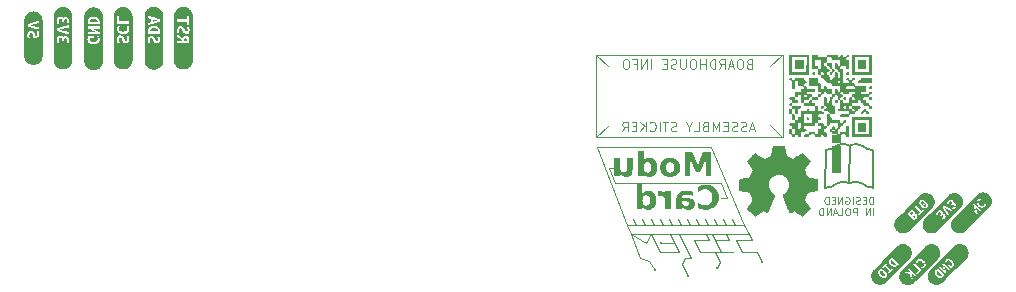
<source format=gbr>
%TF.GenerationSoftware,KiCad,Pcbnew,9.0.1-9.0.1-0~ubuntu24.04.1*%
%TF.CreationDate,2025-04-23T18:45:21+00:00*%
%TF.ProjectId,ModuCard-navigation-module,4d6f6475-4361-4726-942d-6e6176696761,2.0.0*%
%TF.SameCoordinates,Original*%
%TF.FileFunction,Legend,Bot*%
%TF.FilePolarity,Positive*%
%FSLAX46Y46*%
G04 Gerber Fmt 4.6, Leading zero omitted, Abs format (unit mm)*
G04 Created by KiCad (PCBNEW 9.0.1-9.0.1-0~ubuntu24.04.1) date 2025-04-23 18:45:21*
%MOMM*%
%LPD*%
G01*
G04 APERTURE LIST*
%ADD10C,0.100000*%
%ADD11C,0.200000*%
%ADD12C,0.400000*%
%ADD13C,0.000000*%
%ADD14C,0.120000*%
%ADD15C,0.010000*%
G04 APERTURE END LIST*
D10*
X110673167Y-122082759D02*
X109403167Y-122082759D01*
X111431119Y-124475403D02*
G75*
G02*
X111243977Y-124475403I-93571J0D01*
G01*
X111243977Y-124475403D02*
G75*
G02*
X111431119Y-124475403I93571J0D01*
G01*
X105720167Y-121574759D02*
X105339167Y-122336759D01*
X104069167Y-121594858D02*
X104829887Y-123584610D01*
X101223250Y-114237001D02*
X103763250Y-120841001D01*
X110419167Y-121574759D02*
X110673167Y-122082759D01*
X107371167Y-121574759D02*
X108133167Y-123098759D01*
X109911167Y-123098759D02*
X111181167Y-123098759D01*
X114302033Y-122089869D02*
X112959167Y-122082759D01*
D11*
X121445151Y-114097059D02*
G75*
G02*
X120541969Y-114452681I-880051J910359D01*
G01*
D10*
X113467835Y-123100168D02*
X114739629Y-123098118D01*
X114036777Y-121574883D02*
X114302033Y-122089869D01*
X110766738Y-122082759D02*
G75*
G02*
X110579596Y-122082759I-93571J0D01*
G01*
X110579596Y-122082759D02*
G75*
G02*
X110766738Y-122082759I93571J0D01*
G01*
X107752167Y-122336759D02*
X106635880Y-122336759D01*
X104059878Y-121576282D02*
X114036777Y-121574883D01*
X115247629Y-123953689D02*
G75*
G02*
X115060487Y-123953689I-93571J0D01*
G01*
X115060487Y-123953689D02*
G75*
G02*
X115247629Y-123953689I93571J0D01*
G01*
X108133167Y-121574759D02*
X108895167Y-123098759D01*
X115870000Y-107385001D02*
X116870000Y-106385001D01*
X102810750Y-117285001D02*
X111129250Y-117285001D01*
X108843250Y-120841001D02*
X110113250Y-120841001D01*
X112959167Y-122082759D02*
X113467835Y-123100168D01*
D11*
X121464552Y-117306878D02*
G75*
G02*
X122568255Y-117273806I578348J-867722D01*
G01*
D10*
X111595596Y-123954330D02*
X111181167Y-123098759D01*
D11*
X122553110Y-117273028D02*
G75*
G02*
X123656836Y-117306079I525390J-900572D01*
G01*
X122553110Y-117273028D02*
X122570000Y-114085001D01*
X121434629Y-114097246D02*
G75*
G02*
X122538346Y-114064148I578371J-867554D01*
G01*
D10*
X109097250Y-120841001D02*
X108843250Y-120333001D01*
D11*
X124534310Y-117654027D02*
X124544936Y-114470564D01*
D10*
X101109026Y-106391940D02*
X116909025Y-106391940D01*
X116909025Y-113391940D01*
X101109026Y-113391940D01*
X101109026Y-106391940D01*
X112145250Y-120841001D02*
X111764250Y-120841001D01*
X108641167Y-123606759D02*
X108387167Y-124114759D01*
X112186119Y-118561051D02*
X111691028Y-118558852D01*
X112907250Y-120841001D02*
X112653250Y-120333001D01*
X102109026Y-107391940D02*
X101109026Y-106391940D01*
X107573250Y-120841001D02*
X107319250Y-120333001D01*
X111383250Y-120841001D02*
X111129250Y-120333001D01*
X111689167Y-123098759D02*
X112705167Y-123098759D01*
X112145250Y-120841001D02*
X113415250Y-120841001D01*
D11*
X124544936Y-114470564D02*
G75*
G02*
X123646333Y-114111467I-10436J1277764D01*
G01*
D10*
X115154058Y-123953689D02*
X114739629Y-123098118D01*
X108133167Y-123098759D02*
X106482167Y-123098759D01*
D11*
X121476113Y-117307766D02*
G75*
G02*
X120529419Y-117662263I-880913J911166D01*
G01*
D10*
X111591548Y-123967403D02*
X111337548Y-124475403D01*
D11*
X122570000Y-114085001D02*
G75*
G02*
X123646321Y-114111473I516700J-885799D01*
G01*
D10*
X104525250Y-120841001D02*
X104271250Y-120333001D01*
X113669250Y-120841001D02*
X114036777Y-121574883D01*
X102227663Y-116003414D02*
X102722754Y-116005613D01*
X105287250Y-120841001D02*
X105033250Y-120333001D01*
X104829887Y-123584610D02*
X105591887Y-123838610D01*
X104059878Y-121576282D02*
X103763250Y-120841001D01*
X102109585Y-112391381D02*
X101109026Y-113391940D01*
X107065250Y-120841001D02*
X105795250Y-120841001D01*
X112324167Y-122082759D02*
X111181167Y-122082759D01*
X110621250Y-120841001D02*
X110367250Y-120333001D01*
X105339167Y-122336759D02*
X104069167Y-121594858D01*
X108589250Y-120841001D02*
X107065250Y-120841001D01*
X115870000Y-112385001D02*
X116870000Y-113385001D01*
X108988738Y-125130759D02*
G75*
G02*
X108801596Y-125130759I-93571J0D01*
G01*
X108801596Y-125130759D02*
G75*
G02*
X108988738Y-125130759I93571J0D01*
G01*
D11*
X120529418Y-117662875D02*
X120541970Y-114452649D01*
D10*
X106193458Y-124600610D02*
G75*
G02*
X106006316Y-124600610I-93571J0D01*
G01*
X106006316Y-124600610D02*
G75*
G02*
X106193458Y-124600610I93571J0D01*
G01*
X112145250Y-120841001D02*
X111891250Y-120333001D01*
X112070167Y-121574759D02*
X112324167Y-122082759D01*
X109403167Y-122082759D02*
X109909373Y-123100809D01*
X109859250Y-120841001D02*
X109605250Y-120333001D01*
X108895167Y-123098759D02*
X109149167Y-123606759D01*
X113669250Y-120841001D02*
X110875250Y-114237001D01*
X108843250Y-120841001D02*
X108589250Y-120841001D01*
X109149167Y-123606759D02*
X108641167Y-123606759D01*
X106729451Y-122336759D02*
G75*
G02*
X106542309Y-122336759I-93571J0D01*
G01*
X106542309Y-122336759D02*
G75*
G02*
X106729451Y-122336759I93571J0D01*
G01*
X108387167Y-124114759D02*
X108895167Y-125130759D01*
X108335250Y-120841001D02*
X108081250Y-120333001D01*
X106049250Y-120841001D02*
X105795250Y-120333001D01*
X106811250Y-120841001D02*
X106557250Y-120333001D01*
X111181167Y-123098759D02*
X111689167Y-123098759D01*
X111181167Y-122082759D02*
X111687373Y-123100809D01*
X105591887Y-123838610D02*
X106099887Y-124600610D01*
X110875250Y-114237001D02*
X101223250Y-114237001D01*
X102227663Y-116003414D02*
X102747250Y-117285001D01*
X110927167Y-121574759D02*
X111181167Y-122082759D01*
X112186119Y-118561051D02*
X111666532Y-117279464D01*
X105720167Y-121574759D02*
X106482167Y-123098759D01*
X111129250Y-117285001D02*
X111666532Y-117279464D01*
D11*
X124534310Y-117654027D02*
G75*
G02*
X123651633Y-117300399I-8010J1258427D01*
G01*
D10*
X103763250Y-120841001D02*
X113669250Y-120841001D01*
D11*
G36*
X109762808Y-119371672D02*
G01*
X109910895Y-119437955D01*
X110064814Y-119485611D01*
X110224205Y-119514336D01*
X110392588Y-119524079D01*
X110598322Y-119511376D01*
X110778598Y-119475130D01*
X110937057Y-119417315D01*
X111076760Y-119338749D01*
X111200055Y-119239048D01*
X111305217Y-119119679D01*
X111387359Y-118985192D01*
X111447378Y-118833442D01*
X111484821Y-118661497D01*
X111497909Y-118465775D01*
X111484804Y-118269386D01*
X111447327Y-118097004D01*
X111387286Y-117945015D01*
X111305154Y-117810455D01*
X111200055Y-117691159D01*
X111076753Y-117591411D01*
X110937046Y-117512810D01*
X110778587Y-117454973D01*
X110598316Y-117418714D01*
X110392588Y-117406005D01*
X110224205Y-117415749D01*
X110064814Y-117444474D01*
X109910895Y-117492129D01*
X109762808Y-117558413D01*
X109762808Y-117984372D01*
X109911107Y-117895148D01*
X110051136Y-117836117D01*
X110196047Y-117800901D01*
X110350212Y-117788978D01*
X110488582Y-117801179D01*
X110606041Y-117835829D01*
X110706548Y-117891552D01*
X110792902Y-117969107D01*
X110860763Y-118063027D01*
X110910922Y-118174660D01*
X110942762Y-118307457D01*
X110954102Y-118465775D01*
X110942782Y-118623288D01*
X110910974Y-118755612D01*
X110860819Y-118867044D01*
X110792902Y-118960977D01*
X110706548Y-119038532D01*
X110606041Y-119094256D01*
X110488582Y-119128906D01*
X110350212Y-119141107D01*
X110196047Y-119129184D01*
X110051136Y-119093968D01*
X109911107Y-119034936D01*
X109762808Y-118945712D01*
X109762808Y-119371672D01*
G37*
G36*
X108855298Y-117918998D02*
G01*
X109013959Y-117933936D01*
X109171795Y-117958406D01*
X109329521Y-117992188D01*
X109329521Y-118367345D01*
X109209389Y-118312922D01*
X109078195Y-118273556D01*
X108939701Y-118250351D01*
X108785836Y-118242293D01*
X108656333Y-118249759D01*
X108564128Y-118269136D01*
X108500316Y-118296881D01*
X108449716Y-118339817D01*
X108419476Y-118395622D01*
X108408725Y-118468584D01*
X108408725Y-118508029D01*
X108696932Y-118508029D01*
X108902269Y-118517856D01*
X109062256Y-118544328D01*
X109185184Y-118583682D01*
X109278230Y-118633326D01*
X109357750Y-118703209D01*
X109414764Y-118789527D01*
X109450555Y-118895665D01*
X109463366Y-119026923D01*
X109453598Y-119134822D01*
X109425505Y-119228980D01*
X109379712Y-119312035D01*
X109315233Y-119385838D01*
X109237366Y-119445185D01*
X109148563Y-119488081D01*
X109046752Y-119514742D01*
X108929207Y-119524079D01*
X108813086Y-119516415D01*
X108714274Y-119494805D01*
X108630009Y-119460698D01*
X108553270Y-119411967D01*
X108479641Y-119345393D01*
X108408725Y-119258343D01*
X108408725Y-119485001D01*
X107915477Y-119485001D01*
X107915477Y-118852656D01*
X108408725Y-118852656D01*
X108419606Y-118947030D01*
X108450972Y-119027727D01*
X108503003Y-119097876D01*
X108570964Y-119152438D01*
X108647429Y-119184746D01*
X108735278Y-119195817D01*
X108807330Y-119189338D01*
X108863814Y-119171542D01*
X108908080Y-119143793D01*
X108942207Y-119105323D01*
X108962925Y-119058256D01*
X108970240Y-118999934D01*
X108961264Y-118937386D01*
X108935787Y-118888038D01*
X108893059Y-118848626D01*
X108838932Y-118822049D01*
X108764215Y-118804026D01*
X108662860Y-118797213D01*
X108408725Y-118797213D01*
X108408725Y-118852656D01*
X107915477Y-118852656D01*
X107915477Y-118613908D01*
X107929198Y-118426748D01*
X107966585Y-118280302D01*
X108023715Y-118166375D01*
X108099270Y-118078650D01*
X108194229Y-118012555D01*
X108320048Y-117961099D01*
X108484482Y-117926762D01*
X108696932Y-117914031D01*
X108855298Y-117918998D01*
G37*
G36*
X106322525Y-118375161D02*
G01*
X106387319Y-118347074D01*
X106450264Y-118327900D01*
X106578003Y-118312635D01*
X106670717Y-118320949D01*
X106748201Y-118344422D01*
X106813413Y-118381985D01*
X106868408Y-118434146D01*
X106922274Y-118520846D01*
X106957261Y-118634356D01*
X106970135Y-118782314D01*
X106970135Y-119485001D01*
X107459231Y-119485001D01*
X107459231Y-117953109D01*
X106970135Y-117953109D01*
X106970135Y-118203214D01*
X106901242Y-118108268D01*
X106829164Y-118036026D01*
X106753614Y-117983273D01*
X106669436Y-117945738D01*
X106572576Y-117922274D01*
X106460522Y-117914031D01*
X106407277Y-117916229D01*
X106323868Y-117925632D01*
X106322525Y-118375161D01*
G37*
G36*
X105038663Y-118171951D02*
G01*
X105110884Y-118088958D01*
X105185209Y-118024648D01*
X105262023Y-117976801D01*
X105345618Y-117942534D01*
X105438624Y-117921369D01*
X105542780Y-117914031D01*
X105678931Y-117928336D01*
X105799633Y-117969989D01*
X105908374Y-118039256D01*
X106007330Y-118139222D01*
X106084666Y-118255848D01*
X106141217Y-118389237D01*
X106176615Y-118542392D01*
X106189046Y-118719055D01*
X106176615Y-118895718D01*
X106141217Y-119048873D01*
X106084666Y-119182262D01*
X106007330Y-119298887D01*
X105908374Y-119398854D01*
X105799633Y-119468121D01*
X105678931Y-119509773D01*
X105542780Y-119524079D01*
X105437686Y-119516789D01*
X105344510Y-119495834D01*
X105261412Y-119462042D01*
X105185092Y-119414505D01*
X105110974Y-119350010D01*
X105038663Y-119266159D01*
X105038663Y-119485001D01*
X104546758Y-119485001D01*
X104546758Y-118719055D01*
X105038663Y-118719055D01*
X105049398Y-118864806D01*
X105078154Y-118974593D01*
X105121339Y-119056354D01*
X105184098Y-119120358D01*
X105262336Y-119158798D01*
X105361063Y-119172370D01*
X105458895Y-119158839D01*
X105536723Y-119120438D01*
X105599444Y-119056354D01*
X105642629Y-118974593D01*
X105671385Y-118864806D01*
X105682120Y-118719055D01*
X105671382Y-118573303D01*
X105642624Y-118463563D01*
X105599444Y-118381878D01*
X105536713Y-118317720D01*
X105458885Y-118279282D01*
X105361063Y-118265740D01*
X105262346Y-118279323D01*
X105184107Y-118317799D01*
X105121339Y-118381878D01*
X105078159Y-118463563D01*
X105049401Y-118573303D01*
X105038663Y-118719055D01*
X104546758Y-118719055D01*
X104546758Y-117359111D01*
X105038663Y-117359111D01*
X105038663Y-118171951D01*
G37*
D10*
X114490855Y-112660263D02*
X114109902Y-112660263D01*
X114567045Y-112888835D02*
X114300378Y-112088835D01*
X114300378Y-112088835D02*
X114033712Y-112888835D01*
X113805141Y-112850740D02*
X113690855Y-112888835D01*
X113690855Y-112888835D02*
X113500379Y-112888835D01*
X113500379Y-112888835D02*
X113424188Y-112850740D01*
X113424188Y-112850740D02*
X113386093Y-112812644D01*
X113386093Y-112812644D02*
X113347998Y-112736454D01*
X113347998Y-112736454D02*
X113347998Y-112660263D01*
X113347998Y-112660263D02*
X113386093Y-112584073D01*
X113386093Y-112584073D02*
X113424188Y-112545978D01*
X113424188Y-112545978D02*
X113500379Y-112507882D01*
X113500379Y-112507882D02*
X113652760Y-112469787D01*
X113652760Y-112469787D02*
X113728950Y-112431692D01*
X113728950Y-112431692D02*
X113767045Y-112393597D01*
X113767045Y-112393597D02*
X113805141Y-112317406D01*
X113805141Y-112317406D02*
X113805141Y-112241216D01*
X113805141Y-112241216D02*
X113767045Y-112165025D01*
X113767045Y-112165025D02*
X113728950Y-112126930D01*
X113728950Y-112126930D02*
X113652760Y-112088835D01*
X113652760Y-112088835D02*
X113462283Y-112088835D01*
X113462283Y-112088835D02*
X113347998Y-112126930D01*
X113043236Y-112850740D02*
X112928950Y-112888835D01*
X112928950Y-112888835D02*
X112738474Y-112888835D01*
X112738474Y-112888835D02*
X112662283Y-112850740D01*
X112662283Y-112850740D02*
X112624188Y-112812644D01*
X112624188Y-112812644D02*
X112586093Y-112736454D01*
X112586093Y-112736454D02*
X112586093Y-112660263D01*
X112586093Y-112660263D02*
X112624188Y-112584073D01*
X112624188Y-112584073D02*
X112662283Y-112545978D01*
X112662283Y-112545978D02*
X112738474Y-112507882D01*
X112738474Y-112507882D02*
X112890855Y-112469787D01*
X112890855Y-112469787D02*
X112967045Y-112431692D01*
X112967045Y-112431692D02*
X113005140Y-112393597D01*
X113005140Y-112393597D02*
X113043236Y-112317406D01*
X113043236Y-112317406D02*
X113043236Y-112241216D01*
X113043236Y-112241216D02*
X113005140Y-112165025D01*
X113005140Y-112165025D02*
X112967045Y-112126930D01*
X112967045Y-112126930D02*
X112890855Y-112088835D01*
X112890855Y-112088835D02*
X112700378Y-112088835D01*
X112700378Y-112088835D02*
X112586093Y-112126930D01*
X112243235Y-112469787D02*
X111976569Y-112469787D01*
X111862283Y-112888835D02*
X112243235Y-112888835D01*
X112243235Y-112888835D02*
X112243235Y-112088835D01*
X112243235Y-112088835D02*
X111862283Y-112088835D01*
X111519425Y-112888835D02*
X111519425Y-112088835D01*
X111519425Y-112088835D02*
X111252759Y-112660263D01*
X111252759Y-112660263D02*
X110986092Y-112088835D01*
X110986092Y-112088835D02*
X110986092Y-112888835D01*
X110338473Y-112469787D02*
X110224187Y-112507882D01*
X110224187Y-112507882D02*
X110186092Y-112545978D01*
X110186092Y-112545978D02*
X110147996Y-112622168D01*
X110147996Y-112622168D02*
X110147996Y-112736454D01*
X110147996Y-112736454D02*
X110186092Y-112812644D01*
X110186092Y-112812644D02*
X110224187Y-112850740D01*
X110224187Y-112850740D02*
X110300377Y-112888835D01*
X110300377Y-112888835D02*
X110605139Y-112888835D01*
X110605139Y-112888835D02*
X110605139Y-112088835D01*
X110605139Y-112088835D02*
X110338473Y-112088835D01*
X110338473Y-112088835D02*
X110262282Y-112126930D01*
X110262282Y-112126930D02*
X110224187Y-112165025D01*
X110224187Y-112165025D02*
X110186092Y-112241216D01*
X110186092Y-112241216D02*
X110186092Y-112317406D01*
X110186092Y-112317406D02*
X110224187Y-112393597D01*
X110224187Y-112393597D02*
X110262282Y-112431692D01*
X110262282Y-112431692D02*
X110338473Y-112469787D01*
X110338473Y-112469787D02*
X110605139Y-112469787D01*
X109424187Y-112888835D02*
X109805139Y-112888835D01*
X109805139Y-112888835D02*
X109805139Y-112088835D01*
X109005139Y-112507882D02*
X109005139Y-112888835D01*
X109271806Y-112088835D02*
X109005139Y-112507882D01*
X109005139Y-112507882D02*
X108738473Y-112088835D01*
X107900378Y-112850740D02*
X107786092Y-112888835D01*
X107786092Y-112888835D02*
X107595616Y-112888835D01*
X107595616Y-112888835D02*
X107519425Y-112850740D01*
X107519425Y-112850740D02*
X107481330Y-112812644D01*
X107481330Y-112812644D02*
X107443235Y-112736454D01*
X107443235Y-112736454D02*
X107443235Y-112660263D01*
X107443235Y-112660263D02*
X107481330Y-112584073D01*
X107481330Y-112584073D02*
X107519425Y-112545978D01*
X107519425Y-112545978D02*
X107595616Y-112507882D01*
X107595616Y-112507882D02*
X107747997Y-112469787D01*
X107747997Y-112469787D02*
X107824187Y-112431692D01*
X107824187Y-112431692D02*
X107862282Y-112393597D01*
X107862282Y-112393597D02*
X107900378Y-112317406D01*
X107900378Y-112317406D02*
X107900378Y-112241216D01*
X107900378Y-112241216D02*
X107862282Y-112165025D01*
X107862282Y-112165025D02*
X107824187Y-112126930D01*
X107824187Y-112126930D02*
X107747997Y-112088835D01*
X107747997Y-112088835D02*
X107557520Y-112088835D01*
X107557520Y-112088835D02*
X107443235Y-112126930D01*
X107214663Y-112088835D02*
X106757520Y-112088835D01*
X106986092Y-112888835D02*
X106986092Y-112088835D01*
X106490853Y-112888835D02*
X106490853Y-112088835D01*
X105652758Y-112812644D02*
X105690854Y-112850740D01*
X105690854Y-112850740D02*
X105805139Y-112888835D01*
X105805139Y-112888835D02*
X105881330Y-112888835D01*
X105881330Y-112888835D02*
X105995616Y-112850740D01*
X105995616Y-112850740D02*
X106071806Y-112774549D01*
X106071806Y-112774549D02*
X106109901Y-112698359D01*
X106109901Y-112698359D02*
X106147997Y-112545978D01*
X106147997Y-112545978D02*
X106147997Y-112431692D01*
X106147997Y-112431692D02*
X106109901Y-112279311D01*
X106109901Y-112279311D02*
X106071806Y-112203120D01*
X106071806Y-112203120D02*
X105995616Y-112126930D01*
X105995616Y-112126930D02*
X105881330Y-112088835D01*
X105881330Y-112088835D02*
X105805139Y-112088835D01*
X105805139Y-112088835D02*
X105690854Y-112126930D01*
X105690854Y-112126930D02*
X105652758Y-112165025D01*
X105309901Y-112888835D02*
X105309901Y-112088835D01*
X104852758Y-112888835D02*
X105195616Y-112431692D01*
X104852758Y-112088835D02*
X105309901Y-112545978D01*
X104509901Y-112469787D02*
X104243235Y-112469787D01*
X104128949Y-112888835D02*
X104509901Y-112888835D01*
X104509901Y-112888835D02*
X104509901Y-112088835D01*
X104509901Y-112088835D02*
X104128949Y-112088835D01*
X103328948Y-112888835D02*
X103595615Y-112507882D01*
X103786091Y-112888835D02*
X103786091Y-112088835D01*
X103786091Y-112088835D02*
X103481329Y-112088835D01*
X103481329Y-112088835D02*
X103405139Y-112126930D01*
X103405139Y-112126930D02*
X103367044Y-112165025D01*
X103367044Y-112165025D02*
X103328948Y-112241216D01*
X103328948Y-112241216D02*
X103328948Y-112355501D01*
X103328948Y-112355501D02*
X103367044Y-112431692D01*
X103367044Y-112431692D02*
X103405139Y-112469787D01*
X103405139Y-112469787D02*
X103481329Y-112507882D01*
X103481329Y-112507882D02*
X103786091Y-112507882D01*
D11*
G36*
X110872428Y-114651084D02*
G01*
X110202959Y-114651084D01*
X109738409Y-115743705D01*
X109271172Y-114651084D01*
X108603046Y-114651084D01*
X108603046Y-116691001D01*
X109100446Y-116691001D01*
X109100446Y-115199409D01*
X109570370Y-116300212D01*
X109903761Y-116300212D01*
X110373684Y-115199409D01*
X110373684Y-116691001D01*
X110872428Y-116691001D01*
X110872428Y-114651084D01*
G37*
G36*
X107540439Y-115129690D02*
G01*
X107679938Y-115157125D01*
X107801294Y-115200642D01*
X107907075Y-115259435D01*
X107999277Y-115333621D01*
X108077656Y-115422842D01*
X108139178Y-115524498D01*
X108184363Y-115640383D01*
X108212694Y-115772921D01*
X108222637Y-115925055D01*
X108212694Y-116077188D01*
X108184363Y-116209727D01*
X108139178Y-116325612D01*
X108077656Y-116427268D01*
X107999277Y-116516489D01*
X107907075Y-116590675D01*
X107801294Y-116649467D01*
X107679938Y-116692984D01*
X107540439Y-116720420D01*
X107379755Y-116730079D01*
X107219634Y-116720418D01*
X107080692Y-116692984D01*
X106959878Y-116649472D01*
X106854619Y-116590684D01*
X106762920Y-116516489D01*
X106685065Y-116427341D01*
X106623916Y-116325725D01*
X106578981Y-116209841D01*
X106550797Y-116077263D01*
X106540903Y-115925055D01*
X107050516Y-115925055D01*
X107061456Y-116069700D01*
X107090866Y-116179331D01*
X107135268Y-116261622D01*
X107199330Y-116325971D01*
X107279134Y-116364691D01*
X107379755Y-116378370D01*
X107482282Y-116364625D01*
X107563207Y-116325834D01*
X107627784Y-116261622D01*
X107672526Y-116179282D01*
X107702137Y-116069650D01*
X107713147Y-115925055D01*
X107702137Y-115780460D01*
X107672526Y-115670828D01*
X107627784Y-115588488D01*
X107563207Y-115524276D01*
X107482282Y-115485485D01*
X107379755Y-115471740D01*
X107279134Y-115485419D01*
X107199330Y-115524139D01*
X107135268Y-115588488D01*
X107090866Y-115670779D01*
X107061456Y-115780410D01*
X107050516Y-115925055D01*
X106540903Y-115925055D01*
X106550797Y-115772846D01*
X106578981Y-115640269D01*
X106623916Y-115524385D01*
X106685065Y-115422769D01*
X106762920Y-115333621D01*
X106854619Y-115259426D01*
X106959878Y-115200638D01*
X107080692Y-115157126D01*
X107219634Y-115129691D01*
X107379755Y-115120031D01*
X107540439Y-115129690D01*
G37*
G36*
X105144201Y-115377951D02*
G01*
X105216422Y-115294958D01*
X105290747Y-115230648D01*
X105367561Y-115182801D01*
X105451156Y-115148534D01*
X105544162Y-115127369D01*
X105648318Y-115120031D01*
X105784469Y-115134336D01*
X105905171Y-115175989D01*
X106013912Y-115245256D01*
X106112868Y-115345222D01*
X106190204Y-115461848D01*
X106246755Y-115595237D01*
X106282153Y-115748392D01*
X106294584Y-115925055D01*
X106282153Y-116101718D01*
X106246755Y-116254873D01*
X106190204Y-116388262D01*
X106112868Y-116504887D01*
X106013912Y-116604854D01*
X105905171Y-116674121D01*
X105784469Y-116715773D01*
X105648318Y-116730079D01*
X105543224Y-116722789D01*
X105450048Y-116701834D01*
X105366950Y-116668042D01*
X105290630Y-116620505D01*
X105216512Y-116556010D01*
X105144201Y-116472159D01*
X105144201Y-116691001D01*
X104652296Y-116691001D01*
X104652296Y-115925055D01*
X105144201Y-115925055D01*
X105154936Y-116070806D01*
X105183692Y-116180593D01*
X105226877Y-116262354D01*
X105289636Y-116326358D01*
X105367874Y-116364798D01*
X105466601Y-116378370D01*
X105564433Y-116364839D01*
X105642261Y-116326438D01*
X105704982Y-116262354D01*
X105748167Y-116180593D01*
X105776923Y-116070806D01*
X105787658Y-115925055D01*
X105776920Y-115779303D01*
X105748162Y-115669563D01*
X105704982Y-115587878D01*
X105642251Y-115523720D01*
X105564423Y-115485282D01*
X105466601Y-115471740D01*
X105367884Y-115485323D01*
X105289645Y-115523799D01*
X105226877Y-115587878D01*
X105183697Y-115669563D01*
X105154939Y-115779303D01*
X105144201Y-115925055D01*
X104652296Y-115925055D01*
X104652296Y-114565111D01*
X105144201Y-114565111D01*
X105144201Y-115377951D01*
G37*
G36*
X104198859Y-116096758D02*
G01*
X104198859Y-115159109D01*
X103706954Y-115159109D01*
X103706954Y-115312616D01*
X103708419Y-115625980D01*
X103709762Y-115877428D01*
X103700237Y-116144141D01*
X103685807Y-116219382D01*
X103667386Y-116262721D01*
X103632610Y-116305275D01*
X103588862Y-116336726D01*
X103537702Y-116356017D01*
X103477487Y-116362738D01*
X103381390Y-116349229D01*
X103302673Y-116310407D01*
X103237030Y-116244891D01*
X103190739Y-116161761D01*
X103160630Y-116054667D01*
X103149591Y-115917239D01*
X103149591Y-115159109D01*
X102660495Y-115159109D01*
X102660495Y-116691001D01*
X103149591Y-116691001D01*
X103149591Y-116472159D01*
X103227755Y-116555465D01*
X103305730Y-116619740D01*
X103383942Y-116667309D01*
X103468293Y-116701907D01*
X103558722Y-116722911D01*
X103656517Y-116730079D01*
X103787491Y-116718812D01*
X103895728Y-116687204D01*
X103985605Y-116637045D01*
X104060251Y-116568024D01*
X104117492Y-116484194D01*
X104160733Y-116380622D01*
X104188732Y-116253166D01*
X104198859Y-116096758D01*
G37*
D12*
G36*
X121809003Y-114123937D02*
G01*
X121075359Y-114123937D01*
X121075359Y-116421774D01*
X121809003Y-116421774D01*
X121809003Y-114123937D01*
G37*
G36*
X121809003Y-113232939D02*
G01*
X121075359Y-113232939D01*
X121075359Y-113830845D01*
X121809003Y-113830845D01*
X121809003Y-113232939D01*
G37*
D10*
X114047068Y-107162848D02*
X113932782Y-107200943D01*
X113932782Y-107200943D02*
X113894687Y-107239039D01*
X113894687Y-107239039D02*
X113856591Y-107315229D01*
X113856591Y-107315229D02*
X113856591Y-107429515D01*
X113856591Y-107429515D02*
X113894687Y-107505705D01*
X113894687Y-107505705D02*
X113932782Y-107543801D01*
X113932782Y-107543801D02*
X114008972Y-107581896D01*
X114008972Y-107581896D02*
X114313734Y-107581896D01*
X114313734Y-107581896D02*
X114313734Y-106781896D01*
X114313734Y-106781896D02*
X114047068Y-106781896D01*
X114047068Y-106781896D02*
X113970877Y-106819991D01*
X113970877Y-106819991D02*
X113932782Y-106858086D01*
X113932782Y-106858086D02*
X113894687Y-106934277D01*
X113894687Y-106934277D02*
X113894687Y-107010467D01*
X113894687Y-107010467D02*
X113932782Y-107086658D01*
X113932782Y-107086658D02*
X113970877Y-107124753D01*
X113970877Y-107124753D02*
X114047068Y-107162848D01*
X114047068Y-107162848D02*
X114313734Y-107162848D01*
X113361353Y-106781896D02*
X113208972Y-106781896D01*
X113208972Y-106781896D02*
X113132782Y-106819991D01*
X113132782Y-106819991D02*
X113056591Y-106896181D01*
X113056591Y-106896181D02*
X113018496Y-107048562D01*
X113018496Y-107048562D02*
X113018496Y-107315229D01*
X113018496Y-107315229D02*
X113056591Y-107467610D01*
X113056591Y-107467610D02*
X113132782Y-107543801D01*
X113132782Y-107543801D02*
X113208972Y-107581896D01*
X113208972Y-107581896D02*
X113361353Y-107581896D01*
X113361353Y-107581896D02*
X113437544Y-107543801D01*
X113437544Y-107543801D02*
X113513734Y-107467610D01*
X113513734Y-107467610D02*
X113551830Y-107315229D01*
X113551830Y-107315229D02*
X113551830Y-107048562D01*
X113551830Y-107048562D02*
X113513734Y-106896181D01*
X113513734Y-106896181D02*
X113437544Y-106819991D01*
X113437544Y-106819991D02*
X113361353Y-106781896D01*
X112713735Y-107353324D02*
X112332782Y-107353324D01*
X112789925Y-107581896D02*
X112523258Y-106781896D01*
X112523258Y-106781896D02*
X112256592Y-107581896D01*
X111532782Y-107581896D02*
X111799449Y-107200943D01*
X111989925Y-107581896D02*
X111989925Y-106781896D01*
X111989925Y-106781896D02*
X111685163Y-106781896D01*
X111685163Y-106781896D02*
X111608973Y-106819991D01*
X111608973Y-106819991D02*
X111570878Y-106858086D01*
X111570878Y-106858086D02*
X111532782Y-106934277D01*
X111532782Y-106934277D02*
X111532782Y-107048562D01*
X111532782Y-107048562D02*
X111570878Y-107124753D01*
X111570878Y-107124753D02*
X111608973Y-107162848D01*
X111608973Y-107162848D02*
X111685163Y-107200943D01*
X111685163Y-107200943D02*
X111989925Y-107200943D01*
X111189925Y-107581896D02*
X111189925Y-106781896D01*
X111189925Y-106781896D02*
X110999449Y-106781896D01*
X110999449Y-106781896D02*
X110885163Y-106819991D01*
X110885163Y-106819991D02*
X110808973Y-106896181D01*
X110808973Y-106896181D02*
X110770878Y-106972372D01*
X110770878Y-106972372D02*
X110732782Y-107124753D01*
X110732782Y-107124753D02*
X110732782Y-107239039D01*
X110732782Y-107239039D02*
X110770878Y-107391420D01*
X110770878Y-107391420D02*
X110808973Y-107467610D01*
X110808973Y-107467610D02*
X110885163Y-107543801D01*
X110885163Y-107543801D02*
X110999449Y-107581896D01*
X110999449Y-107581896D02*
X111189925Y-107581896D01*
X110389925Y-107581896D02*
X110389925Y-106781896D01*
X110389925Y-107162848D02*
X109932782Y-107162848D01*
X109932782Y-107581896D02*
X109932782Y-106781896D01*
X109399449Y-106781896D02*
X109247068Y-106781896D01*
X109247068Y-106781896D02*
X109170878Y-106819991D01*
X109170878Y-106819991D02*
X109094687Y-106896181D01*
X109094687Y-106896181D02*
X109056592Y-107048562D01*
X109056592Y-107048562D02*
X109056592Y-107315229D01*
X109056592Y-107315229D02*
X109094687Y-107467610D01*
X109094687Y-107467610D02*
X109170878Y-107543801D01*
X109170878Y-107543801D02*
X109247068Y-107581896D01*
X109247068Y-107581896D02*
X109399449Y-107581896D01*
X109399449Y-107581896D02*
X109475640Y-107543801D01*
X109475640Y-107543801D02*
X109551830Y-107467610D01*
X109551830Y-107467610D02*
X109589926Y-107315229D01*
X109589926Y-107315229D02*
X109589926Y-107048562D01*
X109589926Y-107048562D02*
X109551830Y-106896181D01*
X109551830Y-106896181D02*
X109475640Y-106819991D01*
X109475640Y-106819991D02*
X109399449Y-106781896D01*
X108713735Y-106781896D02*
X108713735Y-107429515D01*
X108713735Y-107429515D02*
X108675640Y-107505705D01*
X108675640Y-107505705D02*
X108637545Y-107543801D01*
X108637545Y-107543801D02*
X108561354Y-107581896D01*
X108561354Y-107581896D02*
X108408973Y-107581896D01*
X108408973Y-107581896D02*
X108332783Y-107543801D01*
X108332783Y-107543801D02*
X108294688Y-107505705D01*
X108294688Y-107505705D02*
X108256592Y-107429515D01*
X108256592Y-107429515D02*
X108256592Y-106781896D01*
X107913736Y-107543801D02*
X107799450Y-107581896D01*
X107799450Y-107581896D02*
X107608974Y-107581896D01*
X107608974Y-107581896D02*
X107532783Y-107543801D01*
X107532783Y-107543801D02*
X107494688Y-107505705D01*
X107494688Y-107505705D02*
X107456593Y-107429515D01*
X107456593Y-107429515D02*
X107456593Y-107353324D01*
X107456593Y-107353324D02*
X107494688Y-107277134D01*
X107494688Y-107277134D02*
X107532783Y-107239039D01*
X107532783Y-107239039D02*
X107608974Y-107200943D01*
X107608974Y-107200943D02*
X107761355Y-107162848D01*
X107761355Y-107162848D02*
X107837545Y-107124753D01*
X107837545Y-107124753D02*
X107875640Y-107086658D01*
X107875640Y-107086658D02*
X107913736Y-107010467D01*
X107913736Y-107010467D02*
X107913736Y-106934277D01*
X107913736Y-106934277D02*
X107875640Y-106858086D01*
X107875640Y-106858086D02*
X107837545Y-106819991D01*
X107837545Y-106819991D02*
X107761355Y-106781896D01*
X107761355Y-106781896D02*
X107570878Y-106781896D01*
X107570878Y-106781896D02*
X107456593Y-106819991D01*
X107113735Y-107162848D02*
X106847069Y-107162848D01*
X106732783Y-107581896D02*
X107113735Y-107581896D01*
X107113735Y-107581896D02*
X107113735Y-106781896D01*
X107113735Y-106781896D02*
X106732783Y-106781896D01*
X105780401Y-107581896D02*
X105780401Y-106781896D01*
X105399449Y-107581896D02*
X105399449Y-106781896D01*
X105399449Y-106781896D02*
X104942306Y-107581896D01*
X104942306Y-107581896D02*
X104942306Y-106781896D01*
X104294688Y-107162848D02*
X104561354Y-107162848D01*
X104561354Y-107581896D02*
X104561354Y-106781896D01*
X104561354Y-106781896D02*
X104180402Y-106781896D01*
X103723259Y-106781896D02*
X103570878Y-106781896D01*
X103570878Y-106781896D02*
X103494688Y-106819991D01*
X103494688Y-106819991D02*
X103418497Y-106896181D01*
X103418497Y-106896181D02*
X103380402Y-107048562D01*
X103380402Y-107048562D02*
X103380402Y-107315229D01*
X103380402Y-107315229D02*
X103418497Y-107467610D01*
X103418497Y-107467610D02*
X103494688Y-107543801D01*
X103494688Y-107543801D02*
X103570878Y-107581896D01*
X103570878Y-107581896D02*
X103723259Y-107581896D01*
X103723259Y-107581896D02*
X103799450Y-107543801D01*
X103799450Y-107543801D02*
X103875640Y-107467610D01*
X103875640Y-107467610D02*
X103913736Y-107315229D01*
X103913736Y-107315229D02*
X103913736Y-107048562D01*
X103913736Y-107048562D02*
X103875640Y-106896181D01*
X103875640Y-106896181D02*
X103799450Y-106819991D01*
X103799450Y-106819991D02*
X103723259Y-106781896D01*
X124561353Y-119040406D02*
X124561353Y-118440406D01*
X124561353Y-118440406D02*
X124418496Y-118440406D01*
X124418496Y-118440406D02*
X124332782Y-118468977D01*
X124332782Y-118468977D02*
X124275639Y-118526120D01*
X124275639Y-118526120D02*
X124247068Y-118583263D01*
X124247068Y-118583263D02*
X124218496Y-118697549D01*
X124218496Y-118697549D02*
X124218496Y-118783263D01*
X124218496Y-118783263D02*
X124247068Y-118897549D01*
X124247068Y-118897549D02*
X124275639Y-118954692D01*
X124275639Y-118954692D02*
X124332782Y-119011835D01*
X124332782Y-119011835D02*
X124418496Y-119040406D01*
X124418496Y-119040406D02*
X124561353Y-119040406D01*
X123961353Y-118726120D02*
X123761353Y-118726120D01*
X123675639Y-119040406D02*
X123961353Y-119040406D01*
X123961353Y-119040406D02*
X123961353Y-118440406D01*
X123961353Y-118440406D02*
X123675639Y-118440406D01*
X123447068Y-119011835D02*
X123361354Y-119040406D01*
X123361354Y-119040406D02*
X123218496Y-119040406D01*
X123218496Y-119040406D02*
X123161354Y-119011835D01*
X123161354Y-119011835D02*
X123132782Y-118983263D01*
X123132782Y-118983263D02*
X123104211Y-118926120D01*
X123104211Y-118926120D02*
X123104211Y-118868977D01*
X123104211Y-118868977D02*
X123132782Y-118811835D01*
X123132782Y-118811835D02*
X123161354Y-118783263D01*
X123161354Y-118783263D02*
X123218496Y-118754692D01*
X123218496Y-118754692D02*
X123332782Y-118726120D01*
X123332782Y-118726120D02*
X123389925Y-118697549D01*
X123389925Y-118697549D02*
X123418496Y-118668977D01*
X123418496Y-118668977D02*
X123447068Y-118611835D01*
X123447068Y-118611835D02*
X123447068Y-118554692D01*
X123447068Y-118554692D02*
X123418496Y-118497549D01*
X123418496Y-118497549D02*
X123389925Y-118468977D01*
X123389925Y-118468977D02*
X123332782Y-118440406D01*
X123332782Y-118440406D02*
X123189925Y-118440406D01*
X123189925Y-118440406D02*
X123104211Y-118468977D01*
X122847067Y-119040406D02*
X122847067Y-118440406D01*
X122247068Y-118468977D02*
X122304211Y-118440406D01*
X122304211Y-118440406D02*
X122389925Y-118440406D01*
X122389925Y-118440406D02*
X122475639Y-118468977D01*
X122475639Y-118468977D02*
X122532782Y-118526120D01*
X122532782Y-118526120D02*
X122561353Y-118583263D01*
X122561353Y-118583263D02*
X122589925Y-118697549D01*
X122589925Y-118697549D02*
X122589925Y-118783263D01*
X122589925Y-118783263D02*
X122561353Y-118897549D01*
X122561353Y-118897549D02*
X122532782Y-118954692D01*
X122532782Y-118954692D02*
X122475639Y-119011835D01*
X122475639Y-119011835D02*
X122389925Y-119040406D01*
X122389925Y-119040406D02*
X122332782Y-119040406D01*
X122332782Y-119040406D02*
X122247068Y-119011835D01*
X122247068Y-119011835D02*
X122218496Y-118983263D01*
X122218496Y-118983263D02*
X122218496Y-118783263D01*
X122218496Y-118783263D02*
X122332782Y-118783263D01*
X121961353Y-119040406D02*
X121961353Y-118440406D01*
X121961353Y-118440406D02*
X121618496Y-119040406D01*
X121618496Y-119040406D02*
X121618496Y-118440406D01*
X121332782Y-118726120D02*
X121132782Y-118726120D01*
X121047068Y-119040406D02*
X121332782Y-119040406D01*
X121332782Y-119040406D02*
X121332782Y-118440406D01*
X121332782Y-118440406D02*
X121047068Y-118440406D01*
X120789925Y-119040406D02*
X120789925Y-118440406D01*
X120789925Y-118440406D02*
X120647068Y-118440406D01*
X120647068Y-118440406D02*
X120561354Y-118468977D01*
X120561354Y-118468977D02*
X120504211Y-118526120D01*
X120504211Y-118526120D02*
X120475640Y-118583263D01*
X120475640Y-118583263D02*
X120447068Y-118697549D01*
X120447068Y-118697549D02*
X120447068Y-118783263D01*
X120447068Y-118783263D02*
X120475640Y-118897549D01*
X120475640Y-118897549D02*
X120504211Y-118954692D01*
X120504211Y-118954692D02*
X120561354Y-119011835D01*
X120561354Y-119011835D02*
X120647068Y-119040406D01*
X120647068Y-119040406D02*
X120789925Y-119040406D01*
X124561353Y-120006372D02*
X124561353Y-119406372D01*
X124275639Y-120006372D02*
X124275639Y-119406372D01*
X124275639Y-119406372D02*
X123932782Y-120006372D01*
X123932782Y-120006372D02*
X123932782Y-119406372D01*
X123189925Y-120006372D02*
X123189925Y-119406372D01*
X123189925Y-119406372D02*
X122961354Y-119406372D01*
X122961354Y-119406372D02*
X122904211Y-119434943D01*
X122904211Y-119434943D02*
X122875640Y-119463515D01*
X122875640Y-119463515D02*
X122847068Y-119520658D01*
X122847068Y-119520658D02*
X122847068Y-119606372D01*
X122847068Y-119606372D02*
X122875640Y-119663515D01*
X122875640Y-119663515D02*
X122904211Y-119692086D01*
X122904211Y-119692086D02*
X122961354Y-119720658D01*
X122961354Y-119720658D02*
X123189925Y-119720658D01*
X122475640Y-119406372D02*
X122361354Y-119406372D01*
X122361354Y-119406372D02*
X122304211Y-119434943D01*
X122304211Y-119434943D02*
X122247068Y-119492086D01*
X122247068Y-119492086D02*
X122218497Y-119606372D01*
X122218497Y-119606372D02*
X122218497Y-119806372D01*
X122218497Y-119806372D02*
X122247068Y-119920658D01*
X122247068Y-119920658D02*
X122304211Y-119977801D01*
X122304211Y-119977801D02*
X122361354Y-120006372D01*
X122361354Y-120006372D02*
X122475640Y-120006372D01*
X122475640Y-120006372D02*
X122532783Y-119977801D01*
X122532783Y-119977801D02*
X122589925Y-119920658D01*
X122589925Y-119920658D02*
X122618497Y-119806372D01*
X122618497Y-119806372D02*
X122618497Y-119606372D01*
X122618497Y-119606372D02*
X122589925Y-119492086D01*
X122589925Y-119492086D02*
X122532783Y-119434943D01*
X122532783Y-119434943D02*
X122475640Y-119406372D01*
X121675640Y-120006372D02*
X121961354Y-120006372D01*
X121961354Y-120006372D02*
X121961354Y-119406372D01*
X121504212Y-119834943D02*
X121218498Y-119834943D01*
X121561355Y-120006372D02*
X121361355Y-119406372D01*
X121361355Y-119406372D02*
X121161355Y-120006372D01*
X120961354Y-120006372D02*
X120961354Y-119406372D01*
X120961354Y-119406372D02*
X120618497Y-120006372D01*
X120618497Y-120006372D02*
X120618497Y-119406372D01*
X120332783Y-120006372D02*
X120332783Y-119406372D01*
X120332783Y-119406372D02*
X120189926Y-119406372D01*
X120189926Y-119406372D02*
X120104212Y-119434943D01*
X120104212Y-119434943D02*
X120047069Y-119492086D01*
X120047069Y-119492086D02*
X120018498Y-119549229D01*
X120018498Y-119549229D02*
X119989926Y-119663515D01*
X119989926Y-119663515D02*
X119989926Y-119749229D01*
X119989926Y-119749229D02*
X120018498Y-119863515D01*
X120018498Y-119863515D02*
X120047069Y-119920658D01*
X120047069Y-119920658D02*
X120104212Y-119977801D01*
X120104212Y-119977801D02*
X120189926Y-120006372D01*
X120189926Y-120006372D02*
X120332783Y-120006372D01*
D13*
%TO.C,kibuzzard-68057A01*%
G36*
X56047538Y-102351963D02*
G01*
X56124328Y-102363354D01*
X56199633Y-102382217D01*
X56272726Y-102408370D01*
X56342904Y-102441561D01*
X56409490Y-102481472D01*
X56471844Y-102527716D01*
X56529364Y-102579850D01*
X56581498Y-102637371D01*
X56627743Y-102699725D01*
X56667653Y-102766311D01*
X56700845Y-102836489D01*
X56726998Y-102909582D01*
X56745861Y-102984886D01*
X56757252Y-103061677D01*
X56761061Y-103139215D01*
X56761061Y-103139349D01*
X56761061Y-105417217D01*
X56761061Y-106830787D01*
X56757252Y-106908325D01*
X56745861Y-106985116D01*
X56726998Y-107060420D01*
X56700845Y-107133513D01*
X56667653Y-107203691D01*
X56627743Y-107270277D01*
X56581498Y-107332631D01*
X56529364Y-107390152D01*
X56471844Y-107442286D01*
X56409490Y-107488530D01*
X56342904Y-107528441D01*
X56272726Y-107561632D01*
X56199633Y-107587785D01*
X56124328Y-107606648D01*
X56047538Y-107618039D01*
X55970000Y-107621848D01*
X55892462Y-107618039D01*
X55815672Y-107606648D01*
X55740367Y-107587785D01*
X55667274Y-107561632D01*
X55597096Y-107528441D01*
X55530510Y-107488530D01*
X55468156Y-107442286D01*
X55410636Y-107390152D01*
X55358502Y-107332631D01*
X55312257Y-107270277D01*
X55272347Y-107203691D01*
X55239155Y-107133513D01*
X55213002Y-107060420D01*
X55194139Y-106985116D01*
X55182748Y-106908325D01*
X55178939Y-106830787D01*
X55178939Y-105417217D01*
X55178939Y-105139349D01*
X55448191Y-105139349D01*
X55453845Y-105217702D01*
X55467577Y-105296862D01*
X55485347Y-105367136D01*
X55503118Y-105417217D01*
X55669515Y-105378445D01*
X55635590Y-105282322D01*
X55622262Y-105217500D01*
X55617819Y-105140965D01*
X55628724Y-105054333D01*
X55661438Y-104997992D01*
X55769677Y-104956797D01*
X55836922Y-104972548D01*
X55880339Y-105019802D01*
X55903966Y-105091288D01*
X55911842Y-105179737D01*
X55911842Y-105241126D01*
X56076624Y-105241126D01*
X56076624Y-105166813D01*
X56083086Y-105105424D01*
X56104087Y-105050496D01*
X56142859Y-105010916D01*
X56204249Y-104995569D01*
X56290679Y-105028687D01*
X56322181Y-105119963D01*
X56303603Y-105232241D01*
X56257561Y-105328364D01*
X56402956Y-105399446D01*
X56461922Y-105283937D01*
X56484338Y-105207403D01*
X56491809Y-105121579D01*
X56486559Y-105043025D01*
X56470808Y-104975375D01*
X56411842Y-104872790D01*
X56322181Y-104813017D01*
X56210711Y-104793631D01*
X56096010Y-104827556D01*
X56012003Y-104918025D01*
X55972019Y-104849164D01*
X55916688Y-104797669D01*
X55847625Y-104765561D01*
X55766446Y-104754858D01*
X55638821Y-104777475D01*
X55537851Y-104846942D01*
X55499887Y-104900254D01*
X55471616Y-104966490D01*
X55454047Y-105046054D01*
X55448191Y-105139349D01*
X55178939Y-105139349D01*
X55178939Y-104375214D01*
X55178939Y-104170044D01*
X55469192Y-104170044D01*
X55469192Y-104375214D01*
X55587932Y-104415198D01*
X55721212Y-104457605D01*
X55814821Y-104486145D01*
X55908252Y-104513609D01*
X56001502Y-104539996D01*
X56092958Y-104564946D01*
X56181003Y-104588102D01*
X56265638Y-104609462D01*
X56378724Y-104636118D01*
X56469192Y-104654697D01*
X56469192Y-104444681D01*
X56385388Y-104432564D01*
X56289063Y-104415601D01*
X56184863Y-104395206D01*
X56077431Y-104372790D01*
X55969192Y-104348558D01*
X55862569Y-104322710D01*
X55762205Y-104296256D01*
X55672746Y-104270206D01*
X55760994Y-104244357D01*
X55860953Y-104218509D01*
X55967577Y-104193469D01*
X56075816Y-104170044D01*
X56183449Y-104148235D01*
X56288255Y-104128041D01*
X56385186Y-104110270D01*
X56469192Y-104095731D01*
X56469192Y-103887330D01*
X56366607Y-103908937D01*
X56252714Y-103934988D01*
X56130137Y-103965278D01*
X56001502Y-103999608D01*
X55913188Y-104024648D01*
X55823796Y-104051304D01*
X55733328Y-104079576D01*
X55643308Y-104109014D01*
X55555263Y-104139170D01*
X55469192Y-104170044D01*
X55178939Y-104170044D01*
X55178939Y-103523841D01*
X55448191Y-103523841D01*
X55453845Y-103602193D01*
X55467577Y-103681353D01*
X55485347Y-103751627D01*
X55503118Y-103801708D01*
X55669515Y-103762936D01*
X55635590Y-103666813D01*
X55622262Y-103601991D01*
X55617819Y-103525456D01*
X55628724Y-103438824D01*
X55661438Y-103382483D01*
X55769677Y-103341288D01*
X55836922Y-103357039D01*
X55880339Y-103404293D01*
X55903966Y-103475779D01*
X55911842Y-103564228D01*
X55911842Y-103625618D01*
X56076624Y-103625618D01*
X56076624Y-103551304D01*
X56083086Y-103489915D01*
X56104087Y-103434988D01*
X56142859Y-103395408D01*
X56204249Y-103380060D01*
X56290679Y-103413178D01*
X56322181Y-103504454D01*
X56303603Y-103616732D01*
X56257561Y-103712855D01*
X56402956Y-103783937D01*
X56461922Y-103668429D01*
X56484338Y-103591894D01*
X56491809Y-103506070D01*
X56486559Y-103427516D01*
X56470808Y-103359866D01*
X56411842Y-103257282D01*
X56322181Y-103197508D01*
X56210711Y-103178122D01*
X56096010Y-103212047D01*
X56012003Y-103302516D01*
X55972019Y-103233655D01*
X55916688Y-103182160D01*
X55847625Y-103150052D01*
X55766446Y-103139349D01*
X55638821Y-103161967D01*
X55537851Y-103231433D01*
X55499887Y-103284745D01*
X55471616Y-103350981D01*
X55454047Y-103430545D01*
X55448191Y-103523841D01*
X55178939Y-103523841D01*
X55178939Y-103139349D01*
X55178939Y-103139215D01*
X55182748Y-103061677D01*
X55194139Y-102984886D01*
X55213002Y-102909582D01*
X55239155Y-102836489D01*
X55272347Y-102766311D01*
X55312257Y-102699725D01*
X55358502Y-102637371D01*
X55410636Y-102579850D01*
X55468156Y-102527716D01*
X55530510Y-102481472D01*
X55597096Y-102441561D01*
X55667274Y-102408370D01*
X55740367Y-102382217D01*
X55815672Y-102363354D01*
X55892462Y-102351963D01*
X55970000Y-102348154D01*
X56047538Y-102351963D01*
G37*
%TO.C,kibuzzard-67B624A4*%
G36*
X127855355Y-119713500D02*
G01*
X127905161Y-119745028D01*
X127938060Y-119830018D01*
X127885969Y-119917750D01*
X127825654Y-119978065D01*
X127672124Y-119824535D01*
X127695428Y-119795749D01*
X127722387Y-119766961D01*
X127763054Y-119732692D01*
X127807377Y-119712129D01*
X127855355Y-119713500D01*
G37*
G36*
X128119920Y-120010964D02*
G01*
X128145965Y-120049803D01*
X128147793Y-120086359D01*
X128131344Y-120121086D01*
X128103470Y-120153528D01*
X128076055Y-120179116D01*
X128048638Y-120201049D01*
X127918869Y-120071280D01*
X127962735Y-120027414D01*
X128046354Y-119981264D01*
X128119920Y-120010964D01*
G37*
G36*
X128765112Y-118814709D02*
G01*
X128817609Y-118840297D01*
X128875182Y-118881726D01*
X128937834Y-118938995D01*
X128994595Y-119001139D01*
X129035719Y-119058407D01*
X129061206Y-119110802D01*
X129069431Y-119178658D01*
X129041101Y-119232348D01*
X128987982Y-119260107D01*
X128920013Y-119251995D01*
X128867364Y-119226762D01*
X128809943Y-119185791D01*
X128747748Y-119129080D01*
X128690530Y-119066378D01*
X128669693Y-119037236D01*
X128772880Y-119037236D01*
X128801667Y-119093439D01*
X128858327Y-119122683D01*
X128914073Y-119103492D01*
X128931894Y-119049117D01*
X128903106Y-118991999D01*
X128846447Y-118963670D01*
X128792529Y-118981947D01*
X128772880Y-119037236D01*
X128669693Y-119037236D01*
X128649254Y-119008652D01*
X128623919Y-118955902D01*
X128615809Y-118887933D01*
X128643568Y-118834814D01*
X128644764Y-118834182D01*
X128697257Y-118806484D01*
X128765112Y-118814709D01*
G37*
G36*
X129111022Y-118099582D02*
G01*
X129182910Y-118110246D01*
X129253405Y-118127904D01*
X129321831Y-118152387D01*
X129387528Y-118183459D01*
X129449862Y-118220822D01*
X129508235Y-118264113D01*
X129562083Y-118312918D01*
X129610888Y-118366766D01*
X129654179Y-118425139D01*
X129691542Y-118487473D01*
X129722614Y-118553170D01*
X129747097Y-118621596D01*
X129764755Y-118692091D01*
X129775419Y-118763979D01*
X129778984Y-118836565D01*
X129775419Y-118909152D01*
X129764755Y-118981039D01*
X129747097Y-119051536D01*
X129722614Y-119119961D01*
X129691542Y-119185657D01*
X129654180Y-119247992D01*
X129610887Y-119306365D01*
X129562083Y-119360212D01*
X129562007Y-119360289D01*
X128272536Y-120649760D01*
X127625211Y-121297084D01*
X127571364Y-121345888D01*
X127512991Y-121389181D01*
X127450656Y-121426543D01*
X127384960Y-121457615D01*
X127316535Y-121482098D01*
X127246038Y-121499756D01*
X127174151Y-121510420D01*
X127101564Y-121513985D01*
X127028978Y-121510420D01*
X126957090Y-121499756D01*
X126886595Y-121482098D01*
X126818169Y-121457615D01*
X126752472Y-121426543D01*
X126690138Y-121389180D01*
X126631765Y-121345889D01*
X126577917Y-121297084D01*
X126529112Y-121243236D01*
X126485821Y-121184863D01*
X126448458Y-121122529D01*
X126417386Y-121056832D01*
X126392903Y-120988406D01*
X126375245Y-120917911D01*
X126364581Y-120846023D01*
X126361016Y-120773437D01*
X126364581Y-120700850D01*
X126375245Y-120628963D01*
X126392903Y-120558466D01*
X126417386Y-120490041D01*
X126448458Y-120424345D01*
X126485820Y-120362010D01*
X126529113Y-120303637D01*
X126577917Y-120249790D01*
X126975755Y-119851951D01*
X127474728Y-119851951D01*
X128023964Y-120401187D01*
X128103928Y-120340414D01*
X128183892Y-120268676D01*
X128238609Y-120207333D01*
X128274821Y-120151244D01*
X128303151Y-120053459D01*
X128286245Y-119974410D01*
X128241465Y-119913180D01*
X128198627Y-119880166D01*
X128150535Y-119861547D01*
X128048638Y-119864746D01*
X128072285Y-119791751D01*
X128070114Y-119729949D01*
X128048981Y-119677973D01*
X128015739Y-119634450D01*
X127964448Y-119591842D01*
X127912929Y-119566367D01*
X127811032Y-119558598D01*
X127760998Y-119573450D01*
X127711420Y-119599723D01*
X127662757Y-119635364D01*
X127615464Y-119678316D01*
X127578337Y-119717498D01*
X127541897Y-119760107D01*
X127507056Y-119805229D01*
X127474728Y-119851951D01*
X126975755Y-119851951D01*
X127225241Y-119602465D01*
X127382427Y-119445280D01*
X127564288Y-119263419D01*
X128044983Y-119263419D01*
X128517454Y-119735889D01*
X128368492Y-119884850D01*
X128461707Y-119978065D01*
X128872949Y-119566824D01*
X128779734Y-119473609D01*
X128630773Y-119622570D01*
X128158303Y-119150099D01*
X128044983Y-119263419D01*
X127564288Y-119263419D01*
X127917955Y-118909751D01*
X127949636Y-118878070D01*
X128471557Y-118878070D01*
X128473588Y-118957273D01*
X128492950Y-119020615D01*
X128528191Y-119087271D01*
X128579311Y-119157239D01*
X128646309Y-119230519D01*
X128718848Y-119296661D01*
X128788416Y-119347038D01*
X128855014Y-119381651D01*
X128918643Y-119400499D01*
X128998149Y-119402225D01*
X129070953Y-119378160D01*
X129137057Y-119328304D01*
X129187879Y-119261337D01*
X129212400Y-119188380D01*
X129210624Y-119109431D01*
X129191518Y-119046346D01*
X129156591Y-118980005D01*
X129105843Y-118910408D01*
X129039273Y-118837555D01*
X128965992Y-118770558D01*
X128896024Y-118719438D01*
X128829368Y-118684196D01*
X128766026Y-118664834D01*
X128686824Y-118662804D01*
X128613715Y-118687173D01*
X128546697Y-118737944D01*
X128495927Y-118804961D01*
X128471557Y-118878070D01*
X127949636Y-118878070D01*
X128318230Y-118509477D01*
X128514712Y-118312994D01*
X128514789Y-118312918D01*
X128568636Y-118264114D01*
X128627009Y-118220821D01*
X128689344Y-118183459D01*
X128755040Y-118152387D01*
X128823465Y-118127904D01*
X128893962Y-118110246D01*
X128965849Y-118099582D01*
X129038436Y-118096017D01*
X129111022Y-118099582D01*
G37*
%TO.C,kibuzzard-68057A18*%
G36*
X61147538Y-102343886D02*
G01*
X61224328Y-102355276D01*
X61299633Y-102374139D01*
X61372726Y-102400292D01*
X61442904Y-102433484D01*
X61509490Y-102473394D01*
X61571844Y-102519639D01*
X61629364Y-102571773D01*
X61681498Y-102629294D01*
X61727743Y-102691647D01*
X61767653Y-102758234D01*
X61800845Y-102828411D01*
X61826998Y-102901504D01*
X61845861Y-102976809D01*
X61857252Y-103053600D01*
X61861061Y-103131137D01*
X61861061Y-103131272D01*
X61861061Y-105425294D01*
X61861061Y-106838865D01*
X61857252Y-106916402D01*
X61845861Y-106993193D01*
X61826998Y-107068498D01*
X61800845Y-107141591D01*
X61767653Y-107211768D01*
X61727743Y-107278355D01*
X61681498Y-107340708D01*
X61629364Y-107398229D01*
X61571844Y-107450363D01*
X61509490Y-107496608D01*
X61442904Y-107536518D01*
X61372726Y-107569710D01*
X61299633Y-107595863D01*
X61224328Y-107614726D01*
X61147538Y-107626116D01*
X61070000Y-107629926D01*
X60992462Y-107626116D01*
X60915672Y-107614726D01*
X60840367Y-107595863D01*
X60767274Y-107569710D01*
X60697096Y-107536518D01*
X60630510Y-107496608D01*
X60568156Y-107450363D01*
X60510636Y-107398229D01*
X60458502Y-107340708D01*
X60412257Y-107278355D01*
X60372347Y-107211768D01*
X60339155Y-107141591D01*
X60313002Y-107068498D01*
X60294139Y-106993193D01*
X60282748Y-106916402D01*
X60278939Y-106838865D01*
X60278939Y-105425294D01*
X60278939Y-105115117D01*
X60548191Y-105115117D01*
X60554855Y-105226991D01*
X60574847Y-105313824D01*
X60624120Y-105425294D01*
X60785670Y-105367136D01*
X60737205Y-105262936D01*
X60720242Y-105195690D01*
X60714588Y-105115117D01*
X60725089Y-105031918D01*
X60754168Y-104979414D01*
X60796171Y-104952758D01*
X60843829Y-104945488D01*
X60898756Y-104963259D01*
X60941567Y-105008493D01*
X60975493Y-105069883D01*
X61003764Y-105137734D01*
X61040921Y-105231433D01*
X61094233Y-105319479D01*
X61174200Y-105384907D01*
X61292940Y-105410755D01*
X61418142Y-105387936D01*
X61512649Y-105319479D01*
X61556627Y-105250999D01*
X61583014Y-105167262D01*
X61591809Y-105068267D01*
X61586559Y-104982039D01*
X61570808Y-104907524D01*
X61523958Y-104792015D01*
X61370485Y-104850173D01*
X61409257Y-104939834D01*
X61425412Y-105053727D01*
X61412667Y-105141683D01*
X61374434Y-105194456D01*
X61310711Y-105212047D01*
X61259822Y-105195892D01*
X61221050Y-105154697D01*
X61191163Y-105098154D01*
X61166931Y-105035957D01*
X61127351Y-104938219D01*
X61069192Y-104844519D01*
X60978724Y-104774244D01*
X60917536Y-104753647D01*
X60842213Y-104746781D01*
X60717617Y-104769600D01*
X60624927Y-104838057D01*
X60582296Y-104909409D01*
X60556717Y-105001762D01*
X60548191Y-105115117D01*
X60278939Y-105115117D01*
X60278939Y-104203970D01*
X60548191Y-104203970D01*
X60563269Y-104333928D01*
X60608503Y-104441629D01*
X60683893Y-104527072D01*
X60758914Y-104575840D01*
X60848271Y-104610674D01*
X60951967Y-104631575D01*
X61070000Y-104638542D01*
X61187528Y-104630060D01*
X61291325Y-104604616D01*
X61380784Y-104564026D01*
X61455299Y-104510109D01*
X61514265Y-104443873D01*
X61557076Y-104366328D01*
X61583126Y-104279293D01*
X61591809Y-104184584D01*
X61582924Y-104088461D01*
X61562730Y-104013340D01*
X61538498Y-103959220D01*
X61519111Y-103926102D01*
X61360792Y-103977799D01*
X61401987Y-104067459D01*
X61418950Y-104187815D01*
X61401987Y-104279091D01*
X61345444Y-104358251D01*
X61239628Y-104414794D01*
X61165315Y-104431151D01*
X61074847Y-104436603D01*
X60969569Y-104430051D01*
X60882062Y-104410396D01*
X60812326Y-104377637D01*
X60743869Y-104299891D01*
X60721050Y-104184584D01*
X60738821Y-104056151D01*
X60774362Y-103974568D01*
X60617658Y-103924487D01*
X60570000Y-104038380D01*
X60553643Y-104115723D01*
X60548191Y-104203970D01*
X60278939Y-104203970D01*
X60278939Y-103759705D01*
X60569192Y-103759705D01*
X61569192Y-103759705D01*
X61569192Y-103559382D01*
X60733974Y-103559382D01*
X60733974Y-103131272D01*
X60569192Y-103131272D01*
X60569192Y-103759705D01*
X60278939Y-103759705D01*
X60278939Y-103131272D01*
X60278939Y-103131137D01*
X60282748Y-103053600D01*
X60294139Y-102976809D01*
X60313002Y-102901504D01*
X60339155Y-102828411D01*
X60372347Y-102758234D01*
X60412257Y-102691647D01*
X60458502Y-102629294D01*
X60510636Y-102571773D01*
X60568156Y-102519639D01*
X60630510Y-102473394D01*
X60697096Y-102433484D01*
X60767274Y-102400292D01*
X60840367Y-102374139D01*
X60915672Y-102355276D01*
X60992462Y-102343886D01*
X61070000Y-102340076D01*
X61147538Y-102343886D01*
G37*
%TO.C,kibuzzard-680579EA*%
G36*
X58696010Y-103371902D02*
G01*
X58804249Y-103405828D01*
X58879370Y-103472063D01*
X58907641Y-103580303D01*
X58906834Y-103609382D01*
X58902795Y-103638461D01*
X58230743Y-103638461D01*
X58229128Y-103620690D01*
X58229128Y-103602920D01*
X58254976Y-103489026D01*
X58326058Y-103414713D01*
X58433489Y-103374325D01*
X58498716Y-103365238D01*
X58570000Y-103362209D01*
X58696010Y-103371902D01*
G37*
G36*
X58647538Y-102372884D02*
G01*
X58724328Y-102384275D01*
X58799633Y-102403138D01*
X58872726Y-102429291D01*
X58942904Y-102462482D01*
X59009490Y-102502393D01*
X59071844Y-102548637D01*
X59129364Y-102600771D01*
X59181498Y-102658292D01*
X59227743Y-102720646D01*
X59267653Y-102787232D01*
X59300845Y-102857410D01*
X59326998Y-102930503D01*
X59345861Y-103005807D01*
X59357252Y-103082598D01*
X59361061Y-103160136D01*
X59361061Y-103160270D01*
X59361061Y-105496296D01*
X59361061Y-106909866D01*
X59357252Y-106987404D01*
X59345861Y-107064195D01*
X59326998Y-107139499D01*
X59300845Y-107212592D01*
X59267653Y-107282770D01*
X59227743Y-107349356D01*
X59181498Y-107411710D01*
X59129364Y-107469231D01*
X59071844Y-107521365D01*
X59009490Y-107567609D01*
X58942904Y-107607520D01*
X58872726Y-107640711D01*
X58799633Y-107666864D01*
X58724328Y-107685727D01*
X58647538Y-107697118D01*
X58570000Y-107700927D01*
X58492462Y-107697118D01*
X58415672Y-107685727D01*
X58340367Y-107666864D01*
X58267274Y-107640711D01*
X58197096Y-107607520D01*
X58130510Y-107567609D01*
X58068156Y-107521365D01*
X58010636Y-107469231D01*
X57958502Y-107411710D01*
X57912257Y-107349356D01*
X57872347Y-107282770D01*
X57839155Y-107212592D01*
X57813002Y-107139499D01*
X57794139Y-107064195D01*
X57782748Y-106987404D01*
X57778939Y-106909866D01*
X57778939Y-105496296D01*
X57778939Y-105087572D01*
X58048191Y-105087572D01*
X58056470Y-105176627D01*
X58081309Y-105256393D01*
X58122504Y-105326062D01*
X58179855Y-105384826D01*
X58253360Y-105432080D01*
X58343021Y-105467217D01*
X58448635Y-105489026D01*
X58570000Y-105496296D01*
X58690153Y-105487815D01*
X58795363Y-105462370D01*
X58885226Y-105422387D01*
X58959338Y-105370286D01*
X59017294Y-105306878D01*
X59058691Y-105232968D01*
X59083530Y-105150981D01*
X59091809Y-105063340D01*
X59082924Y-104959139D01*
X59062730Y-104879172D01*
X59038498Y-104823437D01*
X59019111Y-104790319D01*
X58860792Y-104842015D01*
X58901179Y-104929252D01*
X58918950Y-105035876D01*
X58893102Y-105155424D01*
X58821212Y-105235391D01*
X58711357Y-105280626D01*
X58644111Y-105290925D01*
X58570000Y-105294357D01*
X58460953Y-105288075D01*
X58372908Y-105269227D01*
X58305864Y-105237815D01*
X58242254Y-105167944D01*
X58221050Y-105071417D01*
X58222666Y-105032645D01*
X58227512Y-104993873D01*
X58592617Y-104993873D01*
X58592617Y-104795165D01*
X58093425Y-104795165D01*
X58064346Y-104905828D01*
X58052229Y-104988824D01*
X58048191Y-105087572D01*
X57778939Y-105087572D01*
X57778939Y-104478526D01*
X58069192Y-104478526D01*
X58069192Y-104657847D01*
X59069192Y-104657847D01*
X59069192Y-104497912D01*
X58995081Y-104452677D01*
X58914911Y-104407443D01*
X58831914Y-104362815D01*
X58749321Y-104319398D01*
X58668142Y-104278202D01*
X58589386Y-104240238D01*
X58516688Y-104206514D01*
X58453683Y-104178041D01*
X59069192Y-104178041D01*
X59069192Y-103998719D01*
X58069192Y-103998719D01*
X58069192Y-104158655D01*
X58180034Y-104205235D01*
X58290696Y-104254508D01*
X58401179Y-104306474D01*
X58511662Y-104361132D01*
X58622325Y-104418482D01*
X58733166Y-104478526D01*
X58069192Y-104478526D01*
X57778939Y-104478526D01*
X57778939Y-104158655D01*
X57778939Y-103623921D01*
X58056268Y-103623921D01*
X58061922Y-103728122D01*
X58080501Y-103837168D01*
X59056268Y-103837168D01*
X59075654Y-103709543D01*
X59080501Y-103598073D01*
X59073231Y-103503768D01*
X59051422Y-103417944D01*
X59014063Y-103342621D01*
X58960145Y-103279818D01*
X58889467Y-103229535D01*
X58801826Y-103191773D01*
X58695808Y-103168146D01*
X58570000Y-103160270D01*
X58441365Y-103168954D01*
X58333328Y-103195004D01*
X58244677Y-103236401D01*
X58174200Y-103291126D01*
X58121090Y-103358372D01*
X58084540Y-103437330D01*
X58063336Y-103526385D01*
X58056268Y-103623921D01*
X57778939Y-103623921D01*
X57778939Y-103160270D01*
X57778939Y-103160136D01*
X57782748Y-103082598D01*
X57794139Y-103005807D01*
X57813002Y-102930503D01*
X57839155Y-102857410D01*
X57872347Y-102787232D01*
X57912257Y-102720646D01*
X57958502Y-102658292D01*
X58010636Y-102600771D01*
X58068156Y-102548637D01*
X58130510Y-102502393D01*
X58197096Y-102462482D01*
X58267274Y-102429291D01*
X58340367Y-102403138D01*
X58415672Y-102384275D01*
X58492462Y-102372884D01*
X58570000Y-102369075D01*
X58647538Y-102372884D01*
G37*
D14*
%TO.C,TP704*%
X127800000Y-123175000D02*
G75*
G02*
X126400000Y-123175000I-700000J0D01*
G01*
X126400000Y-123175000D02*
G75*
G02*
X127800000Y-123175000I700000J0D01*
G01*
D13*
%TO.C,kibuzzard-68057A21*%
G36*
X63668384Y-103419640D02*
G01*
X63767738Y-103441450D01*
X63867900Y-103467298D01*
X63975331Y-103497185D01*
X63867900Y-103527072D01*
X63767738Y-103552920D01*
X63668384Y-103575537D01*
X63564992Y-103595731D01*
X63564992Y-103400254D01*
X63668384Y-103419640D01*
G37*
G36*
X63796010Y-104154697D02*
G01*
X63904249Y-104188622D01*
X63979370Y-104254858D01*
X64007641Y-104363097D01*
X64006834Y-104392177D01*
X64002795Y-104421256D01*
X63330743Y-104421256D01*
X63329128Y-104403485D01*
X63329128Y-104385715D01*
X63354976Y-104271821D01*
X63426058Y-104197508D01*
X63533489Y-104157120D01*
X63598716Y-104148033D01*
X63670000Y-104145004D01*
X63796010Y-104154697D01*
G37*
G36*
X63747538Y-102318845D02*
G01*
X63824328Y-102330236D01*
X63899633Y-102349099D01*
X63972726Y-102375252D01*
X64042904Y-102408443D01*
X64109490Y-102448354D01*
X64171844Y-102494599D01*
X64229364Y-102546732D01*
X64281498Y-102604253D01*
X64327743Y-102666607D01*
X64367653Y-102733193D01*
X64400845Y-102803371D01*
X64426998Y-102876464D01*
X64445861Y-102951769D01*
X64457252Y-103028559D01*
X64461061Y-103106097D01*
X64461061Y-103106231D01*
X64461061Y-105450335D01*
X64461061Y-106863905D01*
X64457252Y-106941443D01*
X64445861Y-107018233D01*
X64426998Y-107093538D01*
X64400845Y-107166631D01*
X64367653Y-107236809D01*
X64327743Y-107303395D01*
X64281498Y-107365749D01*
X64229364Y-107423270D01*
X64171844Y-107475403D01*
X64109490Y-107521648D01*
X64042904Y-107561559D01*
X63972726Y-107594750D01*
X63899633Y-107620903D01*
X63824328Y-107639766D01*
X63747538Y-107651157D01*
X63670000Y-107654966D01*
X63592462Y-107651157D01*
X63515672Y-107639766D01*
X63440367Y-107620903D01*
X63367274Y-107594750D01*
X63297096Y-107561559D01*
X63230510Y-107521648D01*
X63168156Y-107475403D01*
X63110636Y-107423270D01*
X63058502Y-107365749D01*
X63012257Y-107303395D01*
X62972347Y-107236809D01*
X62939155Y-107166631D01*
X62913002Y-107093538D01*
X62894139Y-107018233D01*
X62882748Y-106941443D01*
X62878939Y-106863905D01*
X62878939Y-105450335D01*
X62878939Y-105140157D01*
X63148191Y-105140157D01*
X63154855Y-105252031D01*
X63174847Y-105338865D01*
X63224120Y-105450335D01*
X63385670Y-105392177D01*
X63337205Y-105287976D01*
X63320242Y-105220731D01*
X63314588Y-105140157D01*
X63325089Y-105056958D01*
X63354168Y-105004454D01*
X63396171Y-104977799D01*
X63443829Y-104970529D01*
X63498756Y-104988299D01*
X63541567Y-105033534D01*
X63575493Y-105094923D01*
X63603764Y-105162774D01*
X63640921Y-105256474D01*
X63694233Y-105344519D01*
X63774200Y-105409947D01*
X63892940Y-105435795D01*
X64018142Y-105412976D01*
X64112649Y-105344519D01*
X64156627Y-105276039D01*
X64183014Y-105192302D01*
X64191809Y-105093307D01*
X64186559Y-105007080D01*
X64170808Y-104932564D01*
X64123958Y-104817055D01*
X63970485Y-104875214D01*
X64009257Y-104964874D01*
X64025412Y-105078768D01*
X64012667Y-105166723D01*
X63974434Y-105219497D01*
X63910711Y-105237088D01*
X63859822Y-105220933D01*
X63821050Y-105179737D01*
X63791163Y-105123194D01*
X63766931Y-105060997D01*
X63727351Y-104963259D01*
X63669192Y-104869559D01*
X63578724Y-104799285D01*
X63517536Y-104778687D01*
X63442213Y-104771821D01*
X63317617Y-104794640D01*
X63224927Y-104863097D01*
X63182296Y-104934449D01*
X63156717Y-105026802D01*
X63148191Y-105140157D01*
X62878939Y-105140157D01*
X62878939Y-104406716D01*
X63156268Y-104406716D01*
X63161922Y-104510916D01*
X63180501Y-104619963D01*
X64156268Y-104619963D01*
X64175654Y-104492338D01*
X64180501Y-104380868D01*
X64173231Y-104286563D01*
X64151422Y-104200739D01*
X64114063Y-104125416D01*
X64060145Y-104062613D01*
X63989467Y-104012330D01*
X63901826Y-103974568D01*
X63795808Y-103950941D01*
X63670000Y-103943065D01*
X63541365Y-103951748D01*
X63433328Y-103977799D01*
X63344677Y-104019196D01*
X63274200Y-104073921D01*
X63221090Y-104141167D01*
X63184540Y-104220125D01*
X63163336Y-104309180D01*
X63156268Y-104406716D01*
X62878939Y-104406716D01*
X62878939Y-103678122D01*
X63169192Y-103678122D01*
X63169192Y-103884907D01*
X63285347Y-103856409D01*
X63397302Y-103827782D01*
X63505057Y-103799026D01*
X63608611Y-103770141D01*
X63707964Y-103741126D01*
X63827966Y-103705080D01*
X63944838Y-103669640D01*
X64058580Y-103634806D01*
X64169192Y-103600577D01*
X64169192Y-103384099D01*
X64057672Y-103348608D01*
X63942819Y-103313219D01*
X63824634Y-103277930D01*
X63703118Y-103242742D01*
X63602924Y-103214794D01*
X63499435Y-103187168D01*
X63392649Y-103159866D01*
X63282569Y-103132887D01*
X63169192Y-103106231D01*
X63169192Y-103319479D01*
X63400210Y-103366328D01*
X63400210Y-103632887D01*
X63169192Y-103678122D01*
X62878939Y-103678122D01*
X62878939Y-103319479D01*
X62878939Y-103106231D01*
X62878939Y-103106097D01*
X62882748Y-103028559D01*
X62894139Y-102951769D01*
X62913002Y-102876464D01*
X62939155Y-102803371D01*
X62972347Y-102733193D01*
X63012257Y-102666607D01*
X63058502Y-102604253D01*
X63110636Y-102546732D01*
X63168156Y-102494599D01*
X63230510Y-102448354D01*
X63297096Y-102408443D01*
X63367274Y-102375252D01*
X63440367Y-102349099D01*
X63515672Y-102330236D01*
X63592462Y-102318845D01*
X63670000Y-102315036D01*
X63747538Y-102318845D01*
G37*
%TO.C,kibuzzard-68057A2A*%
G36*
X66422827Y-105003647D02*
G01*
X66470485Y-105039996D01*
X66498352Y-105096135D01*
X66507641Y-105167621D01*
X66506834Y-105195084D01*
X66502795Y-105227395D01*
X66202310Y-105227395D01*
X66202310Y-105183776D01*
X66212205Y-105096135D01*
X66241890Y-105036765D01*
X66354168Y-104991530D01*
X66422827Y-105003647D01*
G37*
G36*
X66247538Y-102343078D02*
G01*
X66324328Y-102354469D01*
X66399633Y-102373331D01*
X66472726Y-102399485D01*
X66542904Y-102432676D01*
X66609490Y-102472586D01*
X66671844Y-102518831D01*
X66729364Y-102570965D01*
X66781498Y-102628486D01*
X66827743Y-102690840D01*
X66867653Y-102757426D01*
X66900845Y-102827604D01*
X66926998Y-102900697D01*
X66945861Y-102976001D01*
X66957252Y-103052792D01*
X66961061Y-103130329D01*
X66961061Y-103130464D01*
X66961061Y-105426102D01*
X66961061Y-106839673D01*
X66957252Y-106917210D01*
X66945861Y-106994001D01*
X66926998Y-107069305D01*
X66900845Y-107142398D01*
X66867653Y-107212576D01*
X66827743Y-107279162D01*
X66781498Y-107341516D01*
X66729364Y-107399037D01*
X66671844Y-107451171D01*
X66609490Y-107497416D01*
X66542904Y-107537326D01*
X66472726Y-107570517D01*
X66399633Y-107596671D01*
X66324328Y-107615533D01*
X66247538Y-107626924D01*
X66170000Y-107630733D01*
X66092462Y-107626924D01*
X66015672Y-107615533D01*
X65940367Y-107596671D01*
X65867274Y-107570517D01*
X65797096Y-107537326D01*
X65730510Y-107497416D01*
X65668156Y-107451171D01*
X65610636Y-107399037D01*
X65558502Y-107341516D01*
X65512257Y-107279162D01*
X65472347Y-107212576D01*
X65439155Y-107142398D01*
X65413002Y-107069305D01*
X65394139Y-106994001D01*
X65382748Y-106917210D01*
X65378939Y-106839673D01*
X65378939Y-105426102D01*
X65378939Y-104931757D01*
X65669192Y-104931757D01*
X65764305Y-104971942D01*
X65855784Y-105018186D01*
X65946050Y-105069277D01*
X66037528Y-105124002D01*
X66037528Y-105227395D01*
X65669192Y-105227395D01*
X65669192Y-105426102D01*
X66654653Y-105426102D01*
X66666769Y-105362290D01*
X66674847Y-105292015D01*
X66678885Y-105224164D01*
X66680501Y-105167621D01*
X66675654Y-105086038D01*
X66661115Y-105012532D01*
X66636478Y-104947912D01*
X66601341Y-104892984D01*
X66498756Y-104816248D01*
X66431107Y-104796256D01*
X66352553Y-104789592D01*
X66269354Y-104798477D01*
X66194233Y-104825133D01*
X66131632Y-104872387D01*
X66085994Y-104943065D01*
X65993102Y-104884907D01*
X65886478Y-104825133D01*
X65775008Y-104769398D01*
X65669192Y-104723356D01*
X65669192Y-104931757D01*
X65378939Y-104931757D01*
X65378939Y-104723356D01*
X65378939Y-104330787D01*
X65648191Y-104330787D01*
X65654855Y-104442661D01*
X65674847Y-104529495D01*
X65724120Y-104640965D01*
X65885670Y-104582807D01*
X65837205Y-104478606D01*
X65820242Y-104411361D01*
X65814588Y-104330787D01*
X65825089Y-104247589D01*
X65854168Y-104195084D01*
X65896171Y-104168429D01*
X65943829Y-104161159D01*
X65998756Y-104178929D01*
X66041567Y-104224164D01*
X66075493Y-104285553D01*
X66103764Y-104353404D01*
X66140921Y-104447104D01*
X66194233Y-104535149D01*
X66274200Y-104600577D01*
X66392940Y-104626425D01*
X66518142Y-104603606D01*
X66612649Y-104535149D01*
X66656627Y-104466669D01*
X66683014Y-104382932D01*
X66691809Y-104283937D01*
X66686559Y-104197710D01*
X66670808Y-104123194D01*
X66623958Y-104007685D01*
X66470485Y-104065844D01*
X66509257Y-104155505D01*
X66525412Y-104269398D01*
X66512667Y-104357353D01*
X66474434Y-104410127D01*
X66410711Y-104427718D01*
X66359822Y-104411563D01*
X66321050Y-104370367D01*
X66291163Y-104313824D01*
X66266931Y-104251627D01*
X66227351Y-104153889D01*
X66169192Y-104060189D01*
X66078724Y-103989915D01*
X66017536Y-103969317D01*
X65942213Y-103962451D01*
X65817617Y-103985270D01*
X65724927Y-104053727D01*
X65682296Y-104125079D01*
X65656717Y-104217432D01*
X65648191Y-104330787D01*
X65378939Y-104330787D01*
X65378939Y-103594115D01*
X65669192Y-103594115D01*
X66504410Y-103594115D01*
X66504410Y-103857443D01*
X66669192Y-103857443D01*
X66669192Y-103130464D01*
X66504410Y-103130464D01*
X66504410Y-103393792D01*
X65669192Y-103393792D01*
X65669192Y-103594115D01*
X65378939Y-103594115D01*
X65378939Y-103393792D01*
X65378939Y-103130464D01*
X65378939Y-103130329D01*
X65382748Y-103052792D01*
X65394139Y-102976001D01*
X65413002Y-102900697D01*
X65439155Y-102827604D01*
X65472347Y-102757426D01*
X65512257Y-102690840D01*
X65558502Y-102628486D01*
X65610636Y-102570965D01*
X65668156Y-102518831D01*
X65730510Y-102472586D01*
X65797096Y-102432676D01*
X65867274Y-102399485D01*
X65940367Y-102373331D01*
X66015672Y-102354469D01*
X66092462Y-102343078D01*
X66170000Y-102339269D01*
X66247538Y-102343078D01*
G37*
D15*
%TO.C,REF\u002A\u002A*%
X117087925Y-114553932D02*
X117171745Y-114998556D01*
X117790317Y-115253552D01*
X118161357Y-115001247D01*
X118234794Y-114951507D01*
X118332149Y-114886219D01*
X118416437Y-114830455D01*
X118483281Y-114787079D01*
X118528304Y-114758954D01*
X118547128Y-114748943D01*
X118558689Y-114756062D01*
X118593246Y-114785895D01*
X118645544Y-114834853D01*
X118711150Y-114898441D01*
X118785633Y-114972164D01*
X118864563Y-115051526D01*
X118943506Y-115132032D01*
X119018034Y-115209186D01*
X119083713Y-115278494D01*
X119136113Y-115335458D01*
X119170803Y-115375585D01*
X119183351Y-115394378D01*
X119180432Y-115402452D01*
X119160221Y-115438470D01*
X119123313Y-115497745D01*
X119072700Y-115575631D01*
X119011375Y-115667482D01*
X118942329Y-115768651D01*
X118904437Y-115823827D01*
X118839256Y-115919885D01*
X118783373Y-116003718D01*
X118739767Y-116070778D01*
X118711419Y-116116520D01*
X118701307Y-116136397D01*
X118701473Y-116137498D01*
X118710393Y-116162695D01*
X118730856Y-116214148D01*
X118760010Y-116285136D01*
X118795003Y-116368936D01*
X118832982Y-116458829D01*
X118871095Y-116548092D01*
X118906489Y-116630004D01*
X118936312Y-116697844D01*
X118957711Y-116744891D01*
X118967834Y-116764423D01*
X118973824Y-116766156D01*
X119010216Y-116773970D01*
X119075077Y-116786916D01*
X119163215Y-116803980D01*
X119269437Y-116824152D01*
X119388552Y-116846419D01*
X119451333Y-116858224D01*
X119566562Y-116880749D01*
X119667312Y-116901551D01*
X119748076Y-116919436D01*
X119803348Y-116933209D01*
X119827621Y-116941675D01*
X119831981Y-116950067D01*
X119839213Y-116991073D01*
X119844896Y-117059369D01*
X119849032Y-117148530D01*
X119851627Y-117252129D01*
X119852686Y-117363741D01*
X119852211Y-117476939D01*
X119850209Y-117585297D01*
X119846683Y-117682390D01*
X119841637Y-117761791D01*
X119835077Y-117817073D01*
X119827006Y-117841811D01*
X119822108Y-117844601D01*
X119785580Y-117856570D01*
X119722215Y-117872406D01*
X119639336Y-117890375D01*
X119544268Y-117908742D01*
X119512192Y-117914592D01*
X119364043Y-117941799D01*
X119247611Y-117963664D01*
X119158859Y-117981094D01*
X119093753Y-117994997D01*
X119048256Y-118006278D01*
X119018332Y-118015844D01*
X118999944Y-118024602D01*
X118989057Y-118033458D01*
X118987792Y-118034944D01*
X118969988Y-118065932D01*
X118943644Y-118122635D01*
X118911311Y-118198400D01*
X118875543Y-118286575D01*
X118838894Y-118380508D01*
X118803916Y-118473548D01*
X118773163Y-118559042D01*
X118749188Y-118630337D01*
X118734545Y-118680783D01*
X118731786Y-118703727D01*
X118733631Y-118706704D01*
X118752725Y-118735494D01*
X118788634Y-118788596D01*
X118838028Y-118861118D01*
X118897577Y-118948168D01*
X118963953Y-119044855D01*
X118982170Y-119071457D01*
X119046227Y-119166876D01*
X119101587Y-119252213D01*
X119145089Y-119322406D01*
X119173574Y-119372395D01*
X119183882Y-119397117D01*
X119181661Y-119403617D01*
X119158508Y-119435645D01*
X119112827Y-119487946D01*
X119047891Y-119557000D01*
X118966969Y-119639287D01*
X118873335Y-119731287D01*
X118819815Y-119782782D01*
X118735192Y-119862984D01*
X118661125Y-119931679D01*
X118601591Y-119985253D01*
X118560567Y-120020086D01*
X118542031Y-120032564D01*
X118529296Y-120027939D01*
X118490086Y-120006058D01*
X118433145Y-119970274D01*
X118365900Y-119925118D01*
X118318088Y-119892166D01*
X118222635Y-119826728D01*
X118120775Y-119757229D01*
X118027738Y-119694076D01*
X117845482Y-119570801D01*
X117692491Y-119653521D01*
X117656467Y-119672614D01*
X117590953Y-119705273D01*
X117540290Y-119727820D01*
X117513214Y-119736227D01*
X117504353Y-119725431D01*
X117482349Y-119684324D01*
X117449849Y-119616550D01*
X117408660Y-119526410D01*
X117360592Y-119418206D01*
X117307452Y-119296238D01*
X117251049Y-119164809D01*
X117193192Y-119028219D01*
X117135688Y-118890768D01*
X117080347Y-118756759D01*
X117028976Y-118630492D01*
X116983385Y-118516269D01*
X116945382Y-118418391D01*
X116916774Y-118341158D01*
X116899371Y-118288872D01*
X116894981Y-118265834D01*
X116895278Y-118265161D01*
X116915727Y-118243864D01*
X116958500Y-118210509D01*
X117014767Y-118172012D01*
X117032527Y-118160257D01*
X117167664Y-118048736D01*
X117279506Y-117915907D01*
X117365405Y-117767299D01*
X117422712Y-117608441D01*
X117448781Y-117444861D01*
X117440963Y-117282089D01*
X117409294Y-117137316D01*
X117352432Y-116991125D01*
X117269538Y-116860704D01*
X117155781Y-116736814D01*
X117111083Y-116697236D01*
X116966585Y-116599724D01*
X116810488Y-116534051D01*
X116647317Y-116499631D01*
X116481593Y-116495875D01*
X116317842Y-116522195D01*
X116160586Y-116578004D01*
X116014348Y-116662715D01*
X115883654Y-116775738D01*
X115773024Y-116916488D01*
X115751755Y-116951343D01*
X115679460Y-117110656D01*
X115641065Y-117276553D01*
X115635564Y-117444738D01*
X115661951Y-117610914D01*
X115719220Y-117770785D01*
X115806367Y-117920054D01*
X115922386Y-118054424D01*
X116066272Y-118169600D01*
X116070944Y-118172703D01*
X116126614Y-118211934D01*
X116168339Y-118245287D01*
X116187396Y-118265834D01*
X116184992Y-118281942D01*
X116170041Y-118328845D01*
X116143531Y-118401540D01*
X116107270Y-118495726D01*
X116063066Y-118607099D01*
X116012726Y-118731359D01*
X115958057Y-118864203D01*
X115900868Y-119001328D01*
X115842966Y-119138433D01*
X115786160Y-119271216D01*
X115732256Y-119395375D01*
X115683062Y-119506607D01*
X115640387Y-119600610D01*
X115606037Y-119673083D01*
X115581821Y-119719723D01*
X115569547Y-119736227D01*
X115559339Y-119733992D01*
X115519236Y-119717927D01*
X115459968Y-119689760D01*
X115390269Y-119653521D01*
X115237279Y-119570801D01*
X115055023Y-119694076D01*
X115001177Y-119730580D01*
X114901024Y-119798785D01*
X114801175Y-119867099D01*
X114716861Y-119925118D01*
X114670329Y-119956737D01*
X114609850Y-119996021D01*
X114565007Y-120022913D01*
X114543105Y-120032884D01*
X114533695Y-120028651D01*
X114499681Y-120002722D01*
X114447245Y-119957071D01*
X114380951Y-119896187D01*
X114305363Y-119824562D01*
X114225046Y-119746684D01*
X114144563Y-119667046D01*
X114068479Y-119590136D01*
X114001357Y-119520446D01*
X113947762Y-119462465D01*
X113912258Y-119420685D01*
X113899409Y-119399594D01*
X113900150Y-119395582D01*
X113915443Y-119362921D01*
X113948112Y-119306413D01*
X113995000Y-119231164D01*
X114052951Y-119142276D01*
X114118807Y-119044855D01*
X114137277Y-119017983D01*
X114202132Y-118923424D01*
X114259259Y-118839828D01*
X114305328Y-118772085D01*
X114337009Y-118725087D01*
X114350974Y-118703727D01*
X114351318Y-118702812D01*
X114347196Y-118676679D01*
X114331457Y-118623741D01*
X114306654Y-118550648D01*
X114275339Y-118464053D01*
X114240067Y-118370609D01*
X114203390Y-118276966D01*
X114167862Y-118189778D01*
X114136036Y-118115696D01*
X114110466Y-118061372D01*
X114093703Y-118033458D01*
X114092024Y-118031725D01*
X114080022Y-118022957D01*
X114059753Y-118014116D01*
X114027179Y-118004293D01*
X113978266Y-117992584D01*
X113908977Y-117978081D01*
X113815275Y-117959877D01*
X113693126Y-117937067D01*
X113538492Y-117908742D01*
X113506420Y-117902781D01*
X113414543Y-117884353D01*
X113337257Y-117866893D01*
X113281886Y-117852134D01*
X113255755Y-117841811D01*
X113251383Y-117833198D01*
X113244095Y-117791827D01*
X113238319Y-117723242D01*
X113234060Y-117633869D01*
X113231323Y-117530136D01*
X113230112Y-117418466D01*
X113230432Y-117305288D01*
X113232286Y-117197027D01*
X113235680Y-117100109D01*
X113240617Y-117020960D01*
X113247102Y-116966007D01*
X113255139Y-116941675D01*
X113263346Y-116938080D01*
X113304169Y-116926749D01*
X113373174Y-116910723D01*
X113464853Y-116891196D01*
X113573700Y-116869363D01*
X113694208Y-116846419D01*
X113760007Y-116834160D01*
X113872785Y-116812902D01*
X113969857Y-116794288D01*
X114046032Y-116779329D01*
X114096119Y-116769037D01*
X114114926Y-116764423D01*
X114115633Y-116763472D01*
X114127611Y-116739311D01*
X114150444Y-116688695D01*
X114181280Y-116618339D01*
X114217263Y-116534959D01*
X114255541Y-116445271D01*
X114293259Y-116355990D01*
X114327563Y-116273833D01*
X114355599Y-116205514D01*
X114374514Y-116157749D01*
X114381453Y-116137255D01*
X114378392Y-116130044D01*
X114358022Y-116095729D01*
X114321072Y-116037971D01*
X114270510Y-115961300D01*
X114209307Y-115870249D01*
X114140431Y-115769351D01*
X114102644Y-115714094D01*
X114037432Y-115617216D01*
X113981521Y-115532194D01*
X113937891Y-115463663D01*
X113909527Y-115416261D01*
X113899409Y-115394624D01*
X113906440Y-115382888D01*
X113935847Y-115347819D01*
X113984091Y-115294746D01*
X114046743Y-115228165D01*
X114119375Y-115152575D01*
X114197558Y-115072473D01*
X114276864Y-114992355D01*
X114352863Y-114916719D01*
X114421128Y-114850063D01*
X114477230Y-114796883D01*
X114516740Y-114761677D01*
X114535229Y-114748943D01*
X114545493Y-114753894D01*
X114583180Y-114776858D01*
X114643998Y-114815939D01*
X114723563Y-114868273D01*
X114817493Y-114930997D01*
X114921404Y-115001247D01*
X115292444Y-115253552D01*
X115601730Y-115126054D01*
X115911015Y-114998556D01*
X115994836Y-114553932D01*
X116078656Y-114109308D01*
X117004104Y-114109308D01*
X117087925Y-114553932D01*
G36*
X117087925Y-114553932D02*
G01*
X117171745Y-114998556D01*
X117790317Y-115253552D01*
X118161357Y-115001247D01*
X118234794Y-114951507D01*
X118332149Y-114886219D01*
X118416437Y-114830455D01*
X118483281Y-114787079D01*
X118528304Y-114758954D01*
X118547128Y-114748943D01*
X118558689Y-114756062D01*
X118593246Y-114785895D01*
X118645544Y-114834853D01*
X118711150Y-114898441D01*
X118785633Y-114972164D01*
X118864563Y-115051526D01*
X118943506Y-115132032D01*
X119018034Y-115209186D01*
X119083713Y-115278494D01*
X119136113Y-115335458D01*
X119170803Y-115375585D01*
X119183351Y-115394378D01*
X119180432Y-115402452D01*
X119160221Y-115438470D01*
X119123313Y-115497745D01*
X119072700Y-115575631D01*
X119011375Y-115667482D01*
X118942329Y-115768651D01*
X118904437Y-115823827D01*
X118839256Y-115919885D01*
X118783373Y-116003718D01*
X118739767Y-116070778D01*
X118711419Y-116116520D01*
X118701307Y-116136397D01*
X118701473Y-116137498D01*
X118710393Y-116162695D01*
X118730856Y-116214148D01*
X118760010Y-116285136D01*
X118795003Y-116368936D01*
X118832982Y-116458829D01*
X118871095Y-116548092D01*
X118906489Y-116630004D01*
X118936312Y-116697844D01*
X118957711Y-116744891D01*
X118967834Y-116764423D01*
X118973824Y-116766156D01*
X119010216Y-116773970D01*
X119075077Y-116786916D01*
X119163215Y-116803980D01*
X119269437Y-116824152D01*
X119388552Y-116846419D01*
X119451333Y-116858224D01*
X119566562Y-116880749D01*
X119667312Y-116901551D01*
X119748076Y-116919436D01*
X119803348Y-116933209D01*
X119827621Y-116941675D01*
X119831981Y-116950067D01*
X119839213Y-116991073D01*
X119844896Y-117059369D01*
X119849032Y-117148530D01*
X119851627Y-117252129D01*
X119852686Y-117363741D01*
X119852211Y-117476939D01*
X119850209Y-117585297D01*
X119846683Y-117682390D01*
X119841637Y-117761791D01*
X119835077Y-117817073D01*
X119827006Y-117841811D01*
X119822108Y-117844601D01*
X119785580Y-117856570D01*
X119722215Y-117872406D01*
X119639336Y-117890375D01*
X119544268Y-117908742D01*
X119512192Y-117914592D01*
X119364043Y-117941799D01*
X119247611Y-117963664D01*
X119158859Y-117981094D01*
X119093753Y-117994997D01*
X119048256Y-118006278D01*
X119018332Y-118015844D01*
X118999944Y-118024602D01*
X118989057Y-118033458D01*
X118987792Y-118034944D01*
X118969988Y-118065932D01*
X118943644Y-118122635D01*
X118911311Y-118198400D01*
X118875543Y-118286575D01*
X118838894Y-118380508D01*
X118803916Y-118473548D01*
X118773163Y-118559042D01*
X118749188Y-118630337D01*
X118734545Y-118680783D01*
X118731786Y-118703727D01*
X118733631Y-118706704D01*
X118752725Y-118735494D01*
X118788634Y-118788596D01*
X118838028Y-118861118D01*
X118897577Y-118948168D01*
X118963953Y-119044855D01*
X118982170Y-119071457D01*
X119046227Y-119166876D01*
X119101587Y-119252213D01*
X119145089Y-119322406D01*
X119173574Y-119372395D01*
X119183882Y-119397117D01*
X119181661Y-119403617D01*
X119158508Y-119435645D01*
X119112827Y-119487946D01*
X119047891Y-119557000D01*
X118966969Y-119639287D01*
X118873335Y-119731287D01*
X118819815Y-119782782D01*
X118735192Y-119862984D01*
X118661125Y-119931679D01*
X118601591Y-119985253D01*
X118560567Y-120020086D01*
X118542031Y-120032564D01*
X118529296Y-120027939D01*
X118490086Y-120006058D01*
X118433145Y-119970274D01*
X118365900Y-119925118D01*
X118318088Y-119892166D01*
X118222635Y-119826728D01*
X118120775Y-119757229D01*
X118027738Y-119694076D01*
X117845482Y-119570801D01*
X117692491Y-119653521D01*
X117656467Y-119672614D01*
X117590953Y-119705273D01*
X117540290Y-119727820D01*
X117513214Y-119736227D01*
X117504353Y-119725431D01*
X117482349Y-119684324D01*
X117449849Y-119616550D01*
X117408660Y-119526410D01*
X117360592Y-119418206D01*
X117307452Y-119296238D01*
X117251049Y-119164809D01*
X117193192Y-119028219D01*
X117135688Y-118890768D01*
X117080347Y-118756759D01*
X117028976Y-118630492D01*
X116983385Y-118516269D01*
X116945382Y-118418391D01*
X116916774Y-118341158D01*
X116899371Y-118288872D01*
X116894981Y-118265834D01*
X116895278Y-118265161D01*
X116915727Y-118243864D01*
X116958500Y-118210509D01*
X117014767Y-118172012D01*
X117032527Y-118160257D01*
X117167664Y-118048736D01*
X117279506Y-117915907D01*
X117365405Y-117767299D01*
X117422712Y-117608441D01*
X117448781Y-117444861D01*
X117440963Y-117282089D01*
X117409294Y-117137316D01*
X117352432Y-116991125D01*
X117269538Y-116860704D01*
X117155781Y-116736814D01*
X117111083Y-116697236D01*
X116966585Y-116599724D01*
X116810488Y-116534051D01*
X116647317Y-116499631D01*
X116481593Y-116495875D01*
X116317842Y-116522195D01*
X116160586Y-116578004D01*
X116014348Y-116662715D01*
X115883654Y-116775738D01*
X115773024Y-116916488D01*
X115751755Y-116951343D01*
X115679460Y-117110656D01*
X115641065Y-117276553D01*
X115635564Y-117444738D01*
X115661951Y-117610914D01*
X115719220Y-117770785D01*
X115806367Y-117920054D01*
X115922386Y-118054424D01*
X116066272Y-118169600D01*
X116070944Y-118172703D01*
X116126614Y-118211934D01*
X116168339Y-118245287D01*
X116187396Y-118265834D01*
X116184992Y-118281942D01*
X116170041Y-118328845D01*
X116143531Y-118401540D01*
X116107270Y-118495726D01*
X116063066Y-118607099D01*
X116012726Y-118731359D01*
X115958057Y-118864203D01*
X115900868Y-119001328D01*
X115842966Y-119138433D01*
X115786160Y-119271216D01*
X115732256Y-119395375D01*
X115683062Y-119506607D01*
X115640387Y-119600610D01*
X115606037Y-119673083D01*
X115581821Y-119719723D01*
X115569547Y-119736227D01*
X115559339Y-119733992D01*
X115519236Y-119717927D01*
X115459968Y-119689760D01*
X115390269Y-119653521D01*
X115237279Y-119570801D01*
X115055023Y-119694076D01*
X115001177Y-119730580D01*
X114901024Y-119798785D01*
X114801175Y-119867099D01*
X114716861Y-119925118D01*
X114670329Y-119956737D01*
X114609850Y-119996021D01*
X114565007Y-120022913D01*
X114543105Y-120032884D01*
X114533695Y-120028651D01*
X114499681Y-120002722D01*
X114447245Y-119957071D01*
X114380951Y-119896187D01*
X114305363Y-119824562D01*
X114225046Y-119746684D01*
X114144563Y-119667046D01*
X114068479Y-119590136D01*
X114001357Y-119520446D01*
X113947762Y-119462465D01*
X113912258Y-119420685D01*
X113899409Y-119399594D01*
X113900150Y-119395582D01*
X113915443Y-119362921D01*
X113948112Y-119306413D01*
X113995000Y-119231164D01*
X114052951Y-119142276D01*
X114118807Y-119044855D01*
X114137277Y-119017983D01*
X114202132Y-118923424D01*
X114259259Y-118839828D01*
X114305328Y-118772085D01*
X114337009Y-118725087D01*
X114350974Y-118703727D01*
X114351318Y-118702812D01*
X114347196Y-118676679D01*
X114331457Y-118623741D01*
X114306654Y-118550648D01*
X114275339Y-118464053D01*
X114240067Y-118370609D01*
X114203390Y-118276966D01*
X114167862Y-118189778D01*
X114136036Y-118115696D01*
X114110466Y-118061372D01*
X114093703Y-118033458D01*
X114092024Y-118031725D01*
X114080022Y-118022957D01*
X114059753Y-118014116D01*
X114027179Y-118004293D01*
X113978266Y-117992584D01*
X113908977Y-117978081D01*
X113815275Y-117959877D01*
X113693126Y-117937067D01*
X113538492Y-117908742D01*
X113506420Y-117902781D01*
X113414543Y-117884353D01*
X113337257Y-117866893D01*
X113281886Y-117852134D01*
X113255755Y-117841811D01*
X113251383Y-117833198D01*
X113244095Y-117791827D01*
X113238319Y-117723242D01*
X113234060Y-117633869D01*
X113231323Y-117530136D01*
X113230112Y-117418466D01*
X113230432Y-117305288D01*
X113232286Y-117197027D01*
X113235680Y-117100109D01*
X113240617Y-117020960D01*
X113247102Y-116966007D01*
X113255139Y-116941675D01*
X113263346Y-116938080D01*
X113304169Y-116926749D01*
X113373174Y-116910723D01*
X113464853Y-116891196D01*
X113573700Y-116869363D01*
X113694208Y-116846419D01*
X113760007Y-116834160D01*
X113872785Y-116812902D01*
X113969857Y-116794288D01*
X114046032Y-116779329D01*
X114096119Y-116769037D01*
X114114926Y-116764423D01*
X114115633Y-116763472D01*
X114127611Y-116739311D01*
X114150444Y-116688695D01*
X114181280Y-116618339D01*
X114217263Y-116534959D01*
X114255541Y-116445271D01*
X114293259Y-116355990D01*
X114327563Y-116273833D01*
X114355599Y-116205514D01*
X114374514Y-116157749D01*
X114381453Y-116137255D01*
X114378392Y-116130044D01*
X114358022Y-116095729D01*
X114321072Y-116037971D01*
X114270510Y-115961300D01*
X114209307Y-115870249D01*
X114140431Y-115769351D01*
X114102644Y-115714094D01*
X114037432Y-115617216D01*
X113981521Y-115532194D01*
X113937891Y-115463663D01*
X113909527Y-115416261D01*
X113899409Y-115394624D01*
X113906440Y-115382888D01*
X113935847Y-115347819D01*
X113984091Y-115294746D01*
X114046743Y-115228165D01*
X114119375Y-115152575D01*
X114197558Y-115072473D01*
X114276864Y-114992355D01*
X114352863Y-114916719D01*
X114421128Y-114850063D01*
X114477230Y-114796883D01*
X114516740Y-114761677D01*
X114535229Y-114748943D01*
X114545493Y-114753894D01*
X114583180Y-114776858D01*
X114643998Y-114815939D01*
X114723563Y-114868273D01*
X114817493Y-114930997D01*
X114921404Y-115001247D01*
X115292444Y-115253552D01*
X115601730Y-115126054D01*
X115911015Y-114998556D01*
X115994836Y-114553932D01*
X116078656Y-114109308D01*
X117004104Y-114109308D01*
X117087925Y-114553932D01*
G37*
D14*
%TO.C,TP706*%
X132600000Y-123175000D02*
G75*
G02*
X131200000Y-123175000I-700000J0D01*
G01*
X131200000Y-123175000D02*
G75*
G02*
X132600000Y-123175000I700000J0D01*
G01*
D13*
%TO.C,kibuzzard-68057A36*%
G36*
X53546429Y-102732361D02*
G01*
X53622122Y-102743589D01*
X53696350Y-102762182D01*
X53768398Y-102787961D01*
X53837573Y-102820678D01*
X53903207Y-102860018D01*
X53964670Y-102905602D01*
X54021368Y-102956990D01*
X54072757Y-103013689D01*
X54118340Y-103075151D01*
X54157680Y-103140786D01*
X54190397Y-103209960D01*
X54216176Y-103282008D01*
X54234770Y-103356236D01*
X54245998Y-103431929D01*
X54249752Y-103508359D01*
X54249752Y-103508493D01*
X54249752Y-105048073D01*
X54249752Y-106461643D01*
X54245998Y-106538073D01*
X54234770Y-106613766D01*
X54216176Y-106687994D01*
X54190397Y-106760042D01*
X54157680Y-106829216D01*
X54118340Y-106894851D01*
X54072757Y-106956313D01*
X54021368Y-107013012D01*
X53964670Y-107064400D01*
X53903207Y-107109984D01*
X53837573Y-107149324D01*
X53768398Y-107182041D01*
X53696350Y-107207820D01*
X53622122Y-107226413D01*
X53546429Y-107237641D01*
X53470000Y-107241396D01*
X53393571Y-107237641D01*
X53317878Y-107226413D01*
X53243650Y-107207820D01*
X53171602Y-107182041D01*
X53102427Y-107149324D01*
X53036793Y-107109984D01*
X52975330Y-107064400D01*
X52918632Y-107013012D01*
X52867243Y-106956313D01*
X52821660Y-106894851D01*
X52782320Y-106829216D01*
X52749603Y-106760042D01*
X52723824Y-106687994D01*
X52705230Y-106613766D01*
X52694002Y-106538073D01*
X52690248Y-106461643D01*
X52690248Y-105048073D01*
X52690248Y-104778283D01*
X52959499Y-104778283D01*
X52964346Y-104857443D01*
X52976462Y-104934988D01*
X52993425Y-105002031D01*
X53011195Y-105048073D01*
X53175977Y-105007685D01*
X53143667Y-104917217D01*
X53132763Y-104855424D01*
X53129128Y-104779899D01*
X53142052Y-104683776D01*
X53175170Y-104624002D01*
X53221212Y-104594115D01*
X53274523Y-104586038D01*
X53351260Y-104599769D01*
X53411034Y-104654697D01*
X53449806Y-104771821D01*
X53460105Y-104859462D01*
X53463538Y-104970529D01*
X53597827Y-104955989D01*
X53729289Y-104944681D01*
X53857116Y-104936199D01*
X53980501Y-104930141D01*
X53980501Y-104419640D01*
X53815719Y-104419640D01*
X53815719Y-104763744D01*
X53707480Y-104771821D01*
X53615396Y-104779899D01*
X53598882Y-104657659D01*
X53566572Y-104558035D01*
X53518465Y-104481030D01*
X53454922Y-104426282D01*
X53376300Y-104393433D01*
X53282601Y-104382483D01*
X53154168Y-104406716D01*
X53051583Y-104481030D01*
X53012811Y-104537168D01*
X52983732Y-104605424D01*
X52965557Y-104685795D01*
X52959499Y-104778283D01*
X52690248Y-104778283D01*
X52690248Y-103996377D01*
X52690248Y-103791207D01*
X52980501Y-103791207D01*
X52980501Y-103996377D01*
X53099241Y-104036361D01*
X53232520Y-104078768D01*
X53326130Y-104107308D01*
X53419560Y-104134772D01*
X53512811Y-104161159D01*
X53604267Y-104186109D01*
X53692312Y-104209265D01*
X53776947Y-104230626D01*
X53890032Y-104257282D01*
X53980501Y-104275860D01*
X53980501Y-104065844D01*
X53896696Y-104053727D01*
X53800372Y-104036765D01*
X53696171Y-104016369D01*
X53588740Y-103993954D01*
X53480501Y-103969721D01*
X53373877Y-103943873D01*
X53273514Y-103917419D01*
X53184055Y-103891369D01*
X53272302Y-103865521D01*
X53372262Y-103839673D01*
X53478885Y-103814632D01*
X53587124Y-103791207D01*
X53694758Y-103769398D01*
X53799564Y-103749204D01*
X53896494Y-103731433D01*
X53980501Y-103716894D01*
X53980501Y-103508493D01*
X53877916Y-103530101D01*
X53764023Y-103556151D01*
X53641446Y-103586441D01*
X53512811Y-103620771D01*
X53424496Y-103645811D01*
X53335105Y-103672467D01*
X53244637Y-103700739D01*
X53154617Y-103730177D01*
X53066572Y-103760333D01*
X52980501Y-103791207D01*
X52690248Y-103791207D01*
X52690248Y-103508493D01*
X52690248Y-103508359D01*
X52694002Y-103431929D01*
X52705230Y-103356236D01*
X52723824Y-103282008D01*
X52749603Y-103209960D01*
X52782320Y-103140786D01*
X52821660Y-103075151D01*
X52867243Y-103013689D01*
X52918632Y-102956990D01*
X52975330Y-102905602D01*
X53036793Y-102860018D01*
X53102427Y-102820678D01*
X53171602Y-102787961D01*
X53243650Y-102762182D01*
X53317878Y-102743589D01*
X53393571Y-102732361D01*
X53470000Y-102728606D01*
X53546429Y-102732361D01*
G37*
%TO.C,G\u002A\u002A\u002A*%
G36*
X118683027Y-107233085D02*
G01*
X118683027Y-107598028D01*
X118318085Y-107598028D01*
X117953142Y-107598028D01*
X117953142Y-107233085D01*
X117953142Y-106868143D01*
X118318085Y-106868143D01*
X118683027Y-106868143D01*
X118683027Y-107233085D01*
G37*
G36*
X123986858Y-107233085D02*
G01*
X123986858Y-107598028D01*
X123621916Y-107598028D01*
X123256973Y-107598028D01*
X123256973Y-107233085D01*
X123256973Y-106868143D01*
X123621916Y-106868143D01*
X123986858Y-106868143D01*
X123986858Y-107233085D01*
G37*
G36*
X123986858Y-112536916D02*
G01*
X123986858Y-112901859D01*
X123621916Y-112901859D01*
X123256973Y-112901859D01*
X123256973Y-112536916D01*
X123256973Y-112171974D01*
X123621916Y-112171974D01*
X123986858Y-112171974D01*
X123986858Y-112536916D01*
G37*
G36*
X119070387Y-111685898D02*
G01*
X119149520Y-111714433D01*
X119169617Y-111807031D01*
X119169103Y-111829449D01*
X119140568Y-111908582D01*
X119047970Y-111928679D01*
X119025552Y-111928165D01*
X118946419Y-111899630D01*
X118926322Y-111807031D01*
X118926836Y-111784614D01*
X118955371Y-111705481D01*
X119047970Y-111685384D01*
X119070387Y-111685898D01*
G37*
G36*
X119556977Y-107841836D02*
G01*
X119636110Y-107870371D01*
X119656207Y-107962970D01*
X119655693Y-107985388D01*
X119627158Y-108064520D01*
X119534560Y-108084618D01*
X119512142Y-108084104D01*
X119433009Y-108055569D01*
X119412912Y-107962970D01*
X119413426Y-107940552D01*
X119441961Y-107861420D01*
X119534560Y-107841323D01*
X119556977Y-107841836D01*
G37*
G36*
X120286862Y-110712718D02*
G01*
X120365995Y-110741253D01*
X120386092Y-110833851D01*
X120385578Y-110856269D01*
X120357043Y-110935401D01*
X120264445Y-110955499D01*
X120242027Y-110954985D01*
X120162895Y-110926450D01*
X120142797Y-110833851D01*
X120143311Y-110811434D01*
X120171846Y-110732301D01*
X120264445Y-110712204D01*
X120286862Y-110712718D01*
G37*
G36*
X122184564Y-109982833D02*
G01*
X122263696Y-110011368D01*
X122283793Y-110103966D01*
X122283280Y-110126384D01*
X122254745Y-110205516D01*
X122162146Y-110225614D01*
X122139728Y-110225100D01*
X122060596Y-110196565D01*
X122040498Y-110103966D01*
X122041012Y-110081549D01*
X122069547Y-110002416D01*
X122162146Y-109982319D01*
X122184564Y-109982833D01*
G37*
G36*
X122427859Y-107841836D02*
G01*
X122506991Y-107870371D01*
X122527088Y-107962970D01*
X122526575Y-107985388D01*
X122498040Y-108064520D01*
X122405441Y-108084618D01*
X122383023Y-108084104D01*
X122303891Y-108055569D01*
X122283793Y-107962970D01*
X122284307Y-107940552D01*
X122312842Y-107861420D01*
X122405441Y-107841323D01*
X122427859Y-107841836D01*
G37*
G36*
X124374219Y-109058311D02*
G01*
X124453351Y-109086847D01*
X124473448Y-109179445D01*
X124472935Y-109201863D01*
X124444400Y-109280995D01*
X124351801Y-109301093D01*
X124329383Y-109300579D01*
X124250251Y-109272044D01*
X124230153Y-109179445D01*
X124230667Y-109157027D01*
X124259202Y-109077895D01*
X124351801Y-109057798D01*
X124374219Y-109058311D01*
G37*
G36*
X124473448Y-108571208D02*
G01*
X124473448Y-108814503D01*
X123865211Y-108814503D01*
X123256973Y-108814503D01*
X123256973Y-108692855D01*
X123257487Y-108670437D01*
X123286022Y-108591305D01*
X123378621Y-108571208D01*
X123401039Y-108570694D01*
X123480171Y-108542159D01*
X123500268Y-108449560D01*
X123500268Y-108327913D01*
X123986858Y-108327913D01*
X124473448Y-108327913D01*
X124473448Y-108571208D01*
G37*
G36*
X124473448Y-108084618D02*
G01*
X123621916Y-108084618D01*
X122770383Y-108084618D01*
X122770383Y-107233085D01*
X122770383Y-106624848D01*
X123013678Y-106624848D01*
X123013678Y-107233085D01*
X123013678Y-107841323D01*
X123621916Y-107841323D01*
X124230153Y-107841323D01*
X124230153Y-107233085D01*
X124230153Y-106624848D01*
X123621916Y-106624848D01*
X123013678Y-106624848D01*
X122770383Y-106624848D01*
X122770383Y-106381553D01*
X123621916Y-106381553D01*
X124473448Y-106381553D01*
X124473448Y-107233085D01*
X124473448Y-108084618D01*
G37*
G36*
X124473448Y-113388449D02*
G01*
X123621916Y-113388449D01*
X122770383Y-113388449D01*
X122770383Y-112536916D01*
X122770383Y-111928679D01*
X123013678Y-111928679D01*
X123013678Y-112536916D01*
X123013678Y-113145154D01*
X123621916Y-113145154D01*
X124230153Y-113145154D01*
X124230153Y-112536916D01*
X124230153Y-111928679D01*
X123621916Y-111928679D01*
X123013678Y-111928679D01*
X122770383Y-111928679D01*
X122770383Y-111685384D01*
X123621916Y-111685384D01*
X124473448Y-111685384D01*
X124473448Y-112536916D01*
X124473448Y-113388449D01*
G37*
G36*
X119313682Y-110226128D02*
G01*
X119392815Y-110254663D01*
X119412912Y-110347261D01*
X119413426Y-110369679D01*
X119441961Y-110448811D01*
X119534560Y-110468909D01*
X119556977Y-110469423D01*
X119636110Y-110497958D01*
X119656207Y-110590556D01*
X119656207Y-110712204D01*
X119169617Y-110712204D01*
X118683027Y-110712204D01*
X118683027Y-110590556D01*
X118685332Y-110541736D01*
X118709895Y-110492981D01*
X118781929Y-110472853D01*
X118926322Y-110468909D01*
X119023962Y-110467756D01*
X119121473Y-110455475D01*
X119161729Y-110419458D01*
X119169617Y-110347261D01*
X119170131Y-110324844D01*
X119198666Y-110245711D01*
X119291265Y-110225614D01*
X119313682Y-110226128D01*
G37*
G36*
X119169617Y-107233085D02*
G01*
X119169617Y-108084618D01*
X118318085Y-108084618D01*
X117466552Y-108084618D01*
X117466552Y-107233085D01*
X117466552Y-106624848D01*
X117709847Y-106624848D01*
X117709847Y-107233085D01*
X117709847Y-107841323D01*
X118285645Y-107841323D01*
X118507287Y-107838867D01*
X118699489Y-107831918D01*
X118835149Y-107821561D01*
X118893883Y-107808883D01*
X118906231Y-107752943D01*
X118916668Y-107619164D01*
X118923727Y-107428270D01*
X118926322Y-107200646D01*
X118926322Y-106624848D01*
X118318085Y-106624848D01*
X117709847Y-106624848D01*
X117466552Y-106624848D01*
X117466552Y-106381553D01*
X118318085Y-106381553D01*
X119169617Y-106381553D01*
X119169617Y-107200646D01*
X119169617Y-107233085D01*
G37*
G36*
X123887629Y-110956013D02*
G01*
X123966761Y-110984548D01*
X123986858Y-111077146D01*
X123987372Y-111099564D01*
X124015907Y-111178696D01*
X124108506Y-111198794D01*
X124130924Y-111199308D01*
X124210056Y-111227843D01*
X124230153Y-111320441D01*
X124229640Y-111342859D01*
X124201105Y-111421992D01*
X124108506Y-111442089D01*
X124086088Y-111441575D01*
X124006956Y-111413040D01*
X123986858Y-111320441D01*
X123986345Y-111298024D01*
X123957810Y-111218891D01*
X123865211Y-111198794D01*
X123842793Y-111199308D01*
X123763661Y-111227843D01*
X123743563Y-111320441D01*
X123743050Y-111342859D01*
X123714515Y-111421992D01*
X123621916Y-111442089D01*
X123599498Y-111441575D01*
X123520366Y-111413040D01*
X123500268Y-111320441D01*
X123500782Y-111298024D01*
X123529317Y-111218891D01*
X123621916Y-111198794D01*
X123644334Y-111198280D01*
X123723466Y-111169745D01*
X123743563Y-111077146D01*
X123744077Y-111054729D01*
X123772612Y-110975596D01*
X123865211Y-110955499D01*
X123887629Y-110956013D01*
G37*
G36*
X121115977Y-107354733D02*
G01*
X121116394Y-107411006D01*
X121125811Y-107530849D01*
X121154923Y-107585218D01*
X121213295Y-107598028D01*
X121287805Y-107624284D01*
X121310613Y-107719675D01*
X121289608Y-107812812D01*
X121213295Y-107841323D01*
X121138786Y-107867579D01*
X121115977Y-107962970D01*
X121115464Y-107985388D01*
X121086928Y-108064520D01*
X120994330Y-108084618D01*
X120971912Y-108084104D01*
X120892780Y-108055569D01*
X120872682Y-107962970D01*
X120873196Y-107940552D01*
X120901731Y-107861420D01*
X120994330Y-107841323D01*
X121016747Y-107840809D01*
X121095880Y-107812274D01*
X121115977Y-107719675D01*
X121115464Y-107697257D01*
X121086928Y-107618125D01*
X120994330Y-107598028D01*
X120971912Y-107597514D01*
X120892780Y-107568979D01*
X120872682Y-107476380D01*
X120872168Y-107453962D01*
X120843633Y-107374830D01*
X120751035Y-107354733D01*
X120728617Y-107354219D01*
X120649485Y-107325684D01*
X120629387Y-107233085D01*
X120631692Y-107184265D01*
X120656255Y-107135510D01*
X120728289Y-107115382D01*
X120872682Y-107111438D01*
X121115977Y-107111438D01*
X121115977Y-107354733D01*
G37*
G36*
X122448168Y-106869484D02*
G01*
X122492945Y-106886159D01*
X122516469Y-106938651D01*
X122525572Y-107047460D01*
X122527088Y-107233085D01*
X122526641Y-107361265D01*
X122521083Y-107495597D01*
X122503586Y-107566169D01*
X122467316Y-107593480D01*
X122405441Y-107598028D01*
X122383023Y-107597514D01*
X122303891Y-107568979D01*
X122283793Y-107476380D01*
X122281489Y-107427560D01*
X122256926Y-107378805D01*
X122184891Y-107358677D01*
X122040498Y-107354733D01*
X121942858Y-107355885D01*
X121845347Y-107368166D01*
X121805091Y-107404184D01*
X121797203Y-107476380D01*
X121797717Y-107498798D01*
X121826252Y-107577930D01*
X121918851Y-107598028D01*
X122040498Y-107598028D01*
X122040498Y-108206265D01*
X122040498Y-108692855D01*
X122040498Y-108814503D01*
X122283793Y-108814503D01*
X122381433Y-108813350D01*
X122478944Y-108801069D01*
X122519200Y-108765052D01*
X122527088Y-108692855D01*
X122526575Y-108670437D01*
X122498040Y-108591305D01*
X122405441Y-108571208D01*
X122383023Y-108570694D01*
X122303891Y-108542159D01*
X122283793Y-108449560D01*
X122284307Y-108427142D01*
X122312842Y-108348010D01*
X122405441Y-108327913D01*
X122427859Y-108328426D01*
X122506991Y-108356961D01*
X122527088Y-108449560D01*
X122527602Y-108471978D01*
X122556137Y-108551110D01*
X122648736Y-108571208D01*
X122671154Y-108570694D01*
X122750286Y-108542159D01*
X122770383Y-108449560D01*
X122770897Y-108427142D01*
X122799432Y-108348010D01*
X122892031Y-108327913D01*
X122914449Y-108328426D01*
X122993581Y-108356961D01*
X123013678Y-108449560D01*
X123013165Y-108471978D01*
X122984630Y-108551110D01*
X122892031Y-108571208D01*
X122869613Y-108571721D01*
X122790481Y-108600256D01*
X122770383Y-108692855D01*
X122770897Y-108715273D01*
X122799432Y-108794405D01*
X122892031Y-108814503D01*
X122914449Y-108815016D01*
X122993581Y-108843552D01*
X123013678Y-108936150D01*
X123013678Y-109057798D01*
X123500268Y-109057798D01*
X123986858Y-109057798D01*
X123986858Y-109179445D01*
X123986858Y-109301093D01*
X123986858Y-109544388D01*
X123743563Y-109544388D01*
X123687290Y-109544804D01*
X123567447Y-109554222D01*
X123513078Y-109583334D01*
X123500268Y-109641706D01*
X123500841Y-109659224D01*
X123516603Y-109702203D01*
X123569140Y-109726244D01*
X123678620Y-109736725D01*
X123865211Y-109739024D01*
X123930903Y-109738871D01*
X124092076Y-109734668D01*
X124182231Y-109720658D01*
X124221534Y-109691463D01*
X124230153Y-109641706D01*
X124256410Y-109567196D01*
X124351801Y-109544388D01*
X124444938Y-109565393D01*
X124473448Y-109641706D01*
X124447192Y-109716215D01*
X124351801Y-109739024D01*
X124329383Y-109739537D01*
X124250251Y-109768073D01*
X124230153Y-109860671D01*
X124230667Y-109883089D01*
X124259202Y-109962221D01*
X124351801Y-109982319D01*
X124374219Y-109982833D01*
X124453351Y-110011368D01*
X124473448Y-110103966D01*
X124472935Y-110126384D01*
X124444400Y-110205516D01*
X124351801Y-110225614D01*
X124329383Y-110225100D01*
X124250251Y-110196565D01*
X124230153Y-110103966D01*
X124227849Y-110055146D01*
X124203286Y-110006391D01*
X124131252Y-109986263D01*
X123986858Y-109982319D01*
X123889218Y-109983471D01*
X123791707Y-109995753D01*
X123751452Y-110031770D01*
X123743563Y-110103966D01*
X123744077Y-110126384D01*
X123772612Y-110205516D01*
X123865211Y-110225614D01*
X123887629Y-110226128D01*
X123966761Y-110254663D01*
X123986858Y-110347261D01*
X123987372Y-110369679D01*
X124015907Y-110448811D01*
X124108506Y-110468909D01*
X124130924Y-110469423D01*
X124210056Y-110497958D01*
X124230153Y-110590556D01*
X124230667Y-110612974D01*
X124259202Y-110692106D01*
X124351801Y-110712204D01*
X124374219Y-110712718D01*
X124453351Y-110741253D01*
X124473448Y-110833851D01*
X124472935Y-110856269D01*
X124444400Y-110935401D01*
X124351801Y-110955499D01*
X124329383Y-110954985D01*
X124250251Y-110926450D01*
X124230153Y-110833851D01*
X124227849Y-110785031D01*
X124203286Y-110736276D01*
X124131252Y-110716148D01*
X123986858Y-110712204D01*
X123889218Y-110711051D01*
X123791707Y-110698770D01*
X123751452Y-110662753D01*
X123743563Y-110590556D01*
X123743050Y-110568139D01*
X123714515Y-110489006D01*
X123621916Y-110468909D01*
X123599498Y-110468395D01*
X123520366Y-110439860D01*
X123500268Y-110347261D01*
X123499755Y-110324844D01*
X123471220Y-110245711D01*
X123378621Y-110225614D01*
X123356203Y-110226128D01*
X123277071Y-110254663D01*
X123256973Y-110347261D01*
X123254669Y-110396081D01*
X123230106Y-110444837D01*
X123158072Y-110464965D01*
X123013678Y-110468909D01*
X122916038Y-110470061D01*
X122818527Y-110482343D01*
X122778271Y-110518360D01*
X122770383Y-110590556D01*
X122771725Y-110633283D01*
X122788399Y-110678060D01*
X122840892Y-110701584D01*
X122949701Y-110710688D01*
X123135326Y-110712204D01*
X123263506Y-110712651D01*
X123397838Y-110718209D01*
X123468410Y-110735707D01*
X123495720Y-110771976D01*
X123500268Y-110833851D01*
X123499755Y-110856269D01*
X123471220Y-110935401D01*
X123378621Y-110955499D01*
X123356203Y-110956013D01*
X123277071Y-110984548D01*
X123256973Y-111077146D01*
X123256460Y-111099564D01*
X123227925Y-111178696D01*
X123135326Y-111198794D01*
X123112908Y-111199308D01*
X123033776Y-111227843D01*
X123013678Y-111320441D01*
X123011374Y-111369261D01*
X122986811Y-111418017D01*
X122914777Y-111438145D01*
X122770383Y-111442089D01*
X122672743Y-111443241D01*
X122575232Y-111455523D01*
X122534976Y-111491540D01*
X122527088Y-111563736D01*
X122525747Y-111606463D01*
X122509072Y-111651241D01*
X122456580Y-111674764D01*
X122347771Y-111683868D01*
X122162146Y-111685384D01*
X122033966Y-111684937D01*
X121899633Y-111679379D01*
X121829062Y-111661881D01*
X121801751Y-111625611D01*
X121797203Y-111563736D01*
X121798545Y-111521010D01*
X121815219Y-111476232D01*
X121867712Y-111452708D01*
X121976521Y-111443605D01*
X122162146Y-111442089D01*
X122290326Y-111441642D01*
X122424658Y-111436084D01*
X122495230Y-111418586D01*
X122522540Y-111382316D01*
X122527088Y-111320441D01*
X122527088Y-111198794D01*
X122040498Y-111198794D01*
X121553908Y-111198794D01*
X121553908Y-111077146D01*
X121554422Y-111054729D01*
X121582957Y-110975596D01*
X121675556Y-110955499D01*
X121718282Y-110954157D01*
X121763060Y-110937483D01*
X121786584Y-110884990D01*
X121790862Y-110833851D01*
X122040498Y-110833851D01*
X122041012Y-110856269D01*
X122069547Y-110935401D01*
X122162146Y-110955499D01*
X122184564Y-110954985D01*
X122263696Y-110926450D01*
X122283793Y-110833851D01*
X122527088Y-110833851D01*
X122527602Y-110856269D01*
X122556137Y-110935401D01*
X122648736Y-110955499D01*
X122671154Y-110956013D01*
X122750286Y-110984548D01*
X122770383Y-111077146D01*
X122770897Y-111099564D01*
X122799432Y-111178696D01*
X122892031Y-111198794D01*
X122914449Y-111198280D01*
X122993581Y-111169745D01*
X123013678Y-111077146D01*
X123013165Y-111054729D01*
X122984630Y-110975596D01*
X122892031Y-110955499D01*
X122869613Y-110954985D01*
X122790481Y-110926450D01*
X122770383Y-110833851D01*
X122769870Y-110811434D01*
X122741335Y-110732301D01*
X122648736Y-110712204D01*
X122626318Y-110712718D01*
X122547186Y-110741253D01*
X122527088Y-110833851D01*
X122283793Y-110833851D01*
X122283280Y-110811434D01*
X122254745Y-110732301D01*
X122162146Y-110712204D01*
X122139728Y-110712718D01*
X122060596Y-110741253D01*
X122040498Y-110833851D01*
X121790862Y-110833851D01*
X121795687Y-110776181D01*
X121797203Y-110590556D01*
X121796756Y-110462376D01*
X121791198Y-110328044D01*
X121773701Y-110257472D01*
X121737431Y-110230162D01*
X121675556Y-110225614D01*
X121653138Y-110226128D01*
X121574006Y-110254663D01*
X121553908Y-110347261D01*
X121553395Y-110369679D01*
X121524859Y-110448811D01*
X121432261Y-110468909D01*
X121409843Y-110468395D01*
X121330711Y-110439860D01*
X121310613Y-110347261D01*
X121311127Y-110324844D01*
X121339662Y-110245711D01*
X121432261Y-110225614D01*
X121481081Y-110223309D01*
X121529836Y-110198746D01*
X121549964Y-110126712D01*
X121553908Y-109982319D01*
X121552756Y-109884679D01*
X121540474Y-109787168D01*
X121504457Y-109746912D01*
X121432261Y-109739024D01*
X121409843Y-109739537D01*
X121330711Y-109768073D01*
X121310613Y-109860671D01*
X121289608Y-109953808D01*
X121213295Y-109982319D01*
X121195777Y-109982891D01*
X121152798Y-109998653D01*
X121128757Y-110051190D01*
X121118276Y-110160671D01*
X121115977Y-110347261D01*
X121116130Y-110412953D01*
X121120333Y-110574127D01*
X121134343Y-110664281D01*
X121163538Y-110703584D01*
X121213295Y-110712204D01*
X121230813Y-110712776D01*
X121273793Y-110728538D01*
X121297834Y-110781076D01*
X121308315Y-110890556D01*
X121310613Y-111077146D01*
X121310613Y-111442089D01*
X121091648Y-111442089D01*
X121032588Y-111442554D01*
X120926368Y-111453105D01*
X120881758Y-111488670D01*
X120872682Y-111563736D01*
X120873196Y-111586154D01*
X120901731Y-111665287D01*
X120994330Y-111685384D01*
X121016747Y-111685898D01*
X121095880Y-111714433D01*
X121115977Y-111807031D01*
X121116597Y-111839469D01*
X121129848Y-111889859D01*
X121176793Y-111916475D01*
X121278639Y-111926890D01*
X121456590Y-111928679D01*
X121547415Y-111928900D01*
X121688506Y-111933633D01*
X121763031Y-111950399D01*
X121792195Y-111986772D01*
X121797203Y-112050326D01*
X121797717Y-112072744D01*
X121826252Y-112151877D01*
X121918851Y-112171974D01*
X121941269Y-112171460D01*
X122020401Y-112142925D01*
X122040498Y-112050326D01*
X122041012Y-112027909D01*
X122069547Y-111948776D01*
X122162146Y-111928679D01*
X122184564Y-111929193D01*
X122263696Y-111957728D01*
X122283793Y-112050326D01*
X122283280Y-112072744D01*
X122254745Y-112151877D01*
X122162146Y-112171974D01*
X122139728Y-112172488D01*
X122060596Y-112201023D01*
X122040498Y-112293621D01*
X122039985Y-112316039D01*
X122011449Y-112395172D01*
X121918851Y-112415269D01*
X121896433Y-112415783D01*
X121817301Y-112444318D01*
X121797203Y-112536916D01*
X121796690Y-112559334D01*
X121768154Y-112638467D01*
X121675556Y-112658564D01*
X121626736Y-112660869D01*
X121577980Y-112685432D01*
X121557852Y-112757466D01*
X121557231Y-112780212D01*
X121553908Y-112901859D01*
X121555061Y-112999499D01*
X121567342Y-113097010D01*
X121603359Y-113137266D01*
X121675556Y-113145154D01*
X121697974Y-113144640D01*
X121777106Y-113116105D01*
X121797203Y-113023507D01*
X121799508Y-112974687D01*
X121824071Y-112925931D01*
X121896105Y-112905803D01*
X122040498Y-112901859D01*
X122283793Y-112901859D01*
X122283793Y-112658564D01*
X122284946Y-112560924D01*
X122297227Y-112463413D01*
X122333244Y-112423157D01*
X122405441Y-112415269D01*
X122527088Y-112415269D01*
X122527088Y-112901859D01*
X122527088Y-113388449D01*
X122405441Y-113388449D01*
X122383023Y-113387935D01*
X122303891Y-113359400D01*
X122283793Y-113266802D01*
X122281489Y-113217982D01*
X122256926Y-113169226D01*
X122184891Y-113149098D01*
X122040498Y-113145154D01*
X121942858Y-113146306D01*
X121845347Y-113158588D01*
X121805091Y-113194605D01*
X121797203Y-113266802D01*
X121796690Y-113289219D01*
X121768154Y-113368352D01*
X121675556Y-113388449D01*
X121653138Y-113387935D01*
X121574006Y-113359400D01*
X121553908Y-113266802D01*
X121553072Y-113233991D01*
X121534080Y-113174980D01*
X121470062Y-113150196D01*
X121334943Y-113145154D01*
X121275883Y-113144689D01*
X121169663Y-113134138D01*
X121125053Y-113098573D01*
X121115977Y-113023507D01*
X121115464Y-113001089D01*
X121086928Y-112921956D01*
X120994330Y-112901859D01*
X120971912Y-112901345D01*
X120892780Y-112872810D01*
X120872682Y-112780212D01*
X121115977Y-112780212D01*
X121136982Y-112873348D01*
X121213295Y-112901859D01*
X121287805Y-112875603D01*
X121310613Y-112780212D01*
X121289608Y-112687075D01*
X121213295Y-112658564D01*
X121138786Y-112684820D01*
X121115977Y-112780212D01*
X120872682Y-112780212D01*
X120873196Y-112757794D01*
X120901731Y-112678661D01*
X120994330Y-112658564D01*
X121016747Y-112658050D01*
X121095880Y-112629515D01*
X121115977Y-112536916D01*
X121136982Y-112443780D01*
X121213295Y-112415269D01*
X121287805Y-112441525D01*
X121310613Y-112536916D01*
X121311127Y-112559334D01*
X121339662Y-112638467D01*
X121432261Y-112658564D01*
X121481081Y-112656259D01*
X121529836Y-112631696D01*
X121549964Y-112559662D01*
X121553908Y-112415269D01*
X121553908Y-112171974D01*
X121213295Y-112171974D01*
X121122470Y-112172195D01*
X120981379Y-112176928D01*
X120906855Y-112193694D01*
X120877691Y-112230067D01*
X120872682Y-112293621D01*
X120872168Y-112316039D01*
X120843633Y-112395172D01*
X120751035Y-112415269D01*
X120728617Y-112415783D01*
X120649485Y-112444318D01*
X120629387Y-112536916D01*
X120628873Y-112559334D01*
X120600338Y-112638467D01*
X120507740Y-112658564D01*
X120485322Y-112659078D01*
X120406190Y-112687613D01*
X120386092Y-112780212D01*
X120386606Y-112802629D01*
X120415141Y-112881762D01*
X120507740Y-112901859D01*
X120556560Y-112904164D01*
X120605315Y-112928727D01*
X120625443Y-113000761D01*
X120629387Y-113145154D01*
X120628235Y-113242794D01*
X120615953Y-113340305D01*
X120579936Y-113380561D01*
X120507740Y-113388449D01*
X120485322Y-113387935D01*
X120406190Y-113359400D01*
X120386092Y-113266802D01*
X120385578Y-113244384D01*
X120357043Y-113165251D01*
X120264445Y-113145154D01*
X120242027Y-113145668D01*
X120162895Y-113174203D01*
X120142797Y-113266802D01*
X120140492Y-113315622D01*
X120115930Y-113364377D01*
X120043895Y-113384505D01*
X119899502Y-113388449D01*
X119801862Y-113387297D01*
X119704351Y-113375015D01*
X119664095Y-113338998D01*
X119656207Y-113266802D01*
X119653902Y-113217982D01*
X119629340Y-113169226D01*
X119557305Y-113149098D01*
X119412912Y-113145154D01*
X119315272Y-113146306D01*
X119217761Y-113158588D01*
X119177505Y-113194605D01*
X119169617Y-113266802D01*
X119167312Y-113315622D01*
X119142750Y-113364377D01*
X119070715Y-113384505D01*
X118926322Y-113388449D01*
X118828682Y-113387297D01*
X118731171Y-113375015D01*
X118690915Y-113338998D01*
X118683027Y-113266802D01*
X118685332Y-113217982D01*
X118709895Y-113169226D01*
X118781929Y-113149098D01*
X118926322Y-113145154D01*
X119023962Y-113144002D01*
X119121473Y-113131720D01*
X119161729Y-113095703D01*
X119169617Y-113023507D01*
X119171922Y-112974687D01*
X119196485Y-112925931D01*
X119268519Y-112905803D01*
X119412912Y-112901859D01*
X119510552Y-112903011D01*
X119608063Y-112915293D01*
X119648319Y-112951310D01*
X119656207Y-113023507D01*
X119656721Y-113045924D01*
X119685256Y-113125057D01*
X119777855Y-113145154D01*
X119826675Y-113142849D01*
X119875430Y-113118286D01*
X119895558Y-113046252D01*
X119899502Y-112901859D01*
X119900654Y-112804219D01*
X119912936Y-112706708D01*
X119948953Y-112666452D01*
X120021150Y-112658564D01*
X120043567Y-112658050D01*
X120122700Y-112629515D01*
X120142797Y-112536916D01*
X120142283Y-112514499D01*
X120113748Y-112435366D01*
X120021150Y-112415269D01*
X119998732Y-112414755D01*
X119919600Y-112386220D01*
X119899502Y-112293621D01*
X119898988Y-112271204D01*
X119870453Y-112192071D01*
X119777855Y-112171974D01*
X119755437Y-112172488D01*
X119676305Y-112201023D01*
X119656207Y-112293621D01*
X119656207Y-112415269D01*
X119169617Y-112415269D01*
X118683027Y-112415269D01*
X118683027Y-112536916D01*
X118683541Y-112559334D01*
X118712076Y-112638467D01*
X118804675Y-112658564D01*
X118827092Y-112659078D01*
X118906225Y-112687613D01*
X118926322Y-112780212D01*
X118924017Y-112829032D01*
X118899455Y-112877787D01*
X118827420Y-112897915D01*
X118683027Y-112901859D01*
X118439732Y-112901859D01*
X118439732Y-113145154D01*
X118438580Y-113242794D01*
X118426298Y-113340305D01*
X118390281Y-113380561D01*
X118318085Y-113388449D01*
X118295667Y-113387935D01*
X118216534Y-113359400D01*
X118196437Y-113266802D01*
X118195923Y-113244384D01*
X118167388Y-113165251D01*
X118074789Y-113145154D01*
X118052372Y-113145668D01*
X117973239Y-113174203D01*
X117953142Y-113266802D01*
X117952628Y-113289219D01*
X117924093Y-113368352D01*
X117831494Y-113388449D01*
X117809077Y-113387935D01*
X117729944Y-113359400D01*
X117709847Y-113266802D01*
X117709333Y-113244384D01*
X117680798Y-113165251D01*
X117588199Y-113145154D01*
X117539379Y-113142849D01*
X117490624Y-113118286D01*
X117470496Y-113046252D01*
X117466552Y-112901859D01*
X117709847Y-112901859D01*
X117710999Y-112999499D01*
X117723281Y-113097010D01*
X117759298Y-113137266D01*
X117831494Y-113145154D01*
X117880314Y-113142849D01*
X117929070Y-113118286D01*
X117949198Y-113046252D01*
X117953142Y-112901859D01*
X117951990Y-112804219D01*
X117939708Y-112706708D01*
X117903691Y-112666452D01*
X117831494Y-112658564D01*
X117782674Y-112660869D01*
X117733919Y-112685432D01*
X117713791Y-112757466D01*
X117709847Y-112901859D01*
X117466552Y-112901859D01*
X117467704Y-112804219D01*
X117479986Y-112706708D01*
X117516003Y-112666452D01*
X117588199Y-112658564D01*
X117610617Y-112658050D01*
X117689750Y-112629515D01*
X117709847Y-112536916D01*
X117709333Y-112514499D01*
X117680798Y-112435366D01*
X117588199Y-112415269D01*
X118196437Y-112415269D01*
X118197589Y-112512909D01*
X118209871Y-112610420D01*
X118245888Y-112650676D01*
X118318085Y-112658564D01*
X118366905Y-112656259D01*
X118415660Y-112631696D01*
X118435788Y-112559662D01*
X118439732Y-112415269D01*
X118438580Y-112317629D01*
X118426298Y-112220118D01*
X118390281Y-112179862D01*
X118318085Y-112171974D01*
X118269265Y-112174279D01*
X118220509Y-112198842D01*
X118200381Y-112270876D01*
X118196437Y-112415269D01*
X117588199Y-112415269D01*
X117565782Y-112414755D01*
X117486649Y-112386220D01*
X117466552Y-112293621D01*
X117468857Y-112244801D01*
X117493419Y-112196046D01*
X117565454Y-112175918D01*
X117709847Y-112171974D01*
X117807487Y-112170822D01*
X117904998Y-112158540D01*
X117945254Y-112122523D01*
X117953142Y-112050326D01*
X117952628Y-112027909D01*
X117924093Y-111948776D01*
X117831494Y-111928679D01*
X117782674Y-111926374D01*
X117733919Y-111901811D01*
X117713791Y-111829777D01*
X117709847Y-111685384D01*
X117708695Y-111587744D01*
X117696413Y-111490233D01*
X117660396Y-111449977D01*
X117588199Y-111442089D01*
X117539379Y-111439784D01*
X117490624Y-111415221D01*
X117470496Y-111343187D01*
X117466552Y-111198794D01*
X117467704Y-111101154D01*
X117479986Y-111003643D01*
X117516003Y-110963387D01*
X117588199Y-110955499D01*
X117610617Y-110954985D01*
X117689750Y-110926450D01*
X117709847Y-110833851D01*
X117709333Y-110811434D01*
X117680798Y-110732301D01*
X117588199Y-110712204D01*
X117565782Y-110711690D01*
X117486649Y-110683155D01*
X117466552Y-110590556D01*
X117709847Y-110590556D01*
X117711189Y-110633283D01*
X117727863Y-110678060D01*
X117780355Y-110701584D01*
X117889164Y-110710688D01*
X118074789Y-110712204D01*
X118202970Y-110712651D01*
X118337302Y-110718209D01*
X118407874Y-110735707D01*
X118435184Y-110771976D01*
X118439732Y-110833851D01*
X118439218Y-110856269D01*
X118410683Y-110935401D01*
X118318085Y-110955499D01*
X118269265Y-110957804D01*
X118220509Y-110982366D01*
X118200381Y-111054401D01*
X118196437Y-111198794D01*
X118195285Y-111296434D01*
X118183003Y-111393945D01*
X118146986Y-111434201D01*
X118074789Y-111442089D01*
X118025969Y-111439784D01*
X117977214Y-111415221D01*
X117957086Y-111343187D01*
X117953142Y-111198794D01*
X117951990Y-111101154D01*
X117939708Y-111003643D01*
X117903691Y-110963387D01*
X117831494Y-110955499D01*
X117782674Y-110957804D01*
X117733919Y-110982366D01*
X117713791Y-111054401D01*
X117709847Y-111198794D01*
X117710999Y-111296434D01*
X117723281Y-111393945D01*
X117759298Y-111434201D01*
X117831494Y-111442089D01*
X117880314Y-111444394D01*
X117929070Y-111468956D01*
X117949198Y-111540991D01*
X117953142Y-111685384D01*
X117954294Y-111783024D01*
X117966576Y-111880535D01*
X118002593Y-111920791D01*
X118074789Y-111928679D01*
X118097207Y-111928165D01*
X118176340Y-111899630D01*
X118196437Y-111807031D01*
X118196951Y-111784614D01*
X118225486Y-111705481D01*
X118318085Y-111685384D01*
X118366905Y-111683079D01*
X118415660Y-111658516D01*
X118435788Y-111586482D01*
X118439732Y-111442089D01*
X118683027Y-111442089D01*
X118683027Y-111807031D01*
X118683027Y-112171974D01*
X119047970Y-112171974D01*
X119412912Y-112171974D01*
X119412912Y-111807031D01*
X119412912Y-111442089D01*
X119047970Y-111442089D01*
X118683027Y-111442089D01*
X118439732Y-111442089D01*
X118439732Y-111198794D01*
X118683027Y-111198794D01*
X118780667Y-111197642D01*
X118878178Y-111185360D01*
X118918434Y-111149343D01*
X118926322Y-111077146D01*
X118926836Y-111054729D01*
X118955371Y-110975596D01*
X119047970Y-110955499D01*
X119070387Y-110956013D01*
X119149520Y-110984548D01*
X119169617Y-111077146D01*
X119171922Y-111125966D01*
X119196485Y-111174722D01*
X119268519Y-111194850D01*
X119412912Y-111198794D01*
X119656207Y-111198794D01*
X119656207Y-110955499D01*
X119657359Y-110857859D01*
X119669641Y-110760348D01*
X119705658Y-110720092D01*
X119777855Y-110712204D01*
X119826675Y-110714509D01*
X119875430Y-110739071D01*
X119895558Y-110811106D01*
X119899502Y-110955499D01*
X119899502Y-111198794D01*
X120142797Y-111198794D01*
X120240437Y-111199946D01*
X120337948Y-111212228D01*
X120378204Y-111248245D01*
X120386092Y-111320441D01*
X120383787Y-111369261D01*
X120359225Y-111418017D01*
X120287190Y-111438145D01*
X120142797Y-111442089D01*
X120045157Y-111443241D01*
X119947646Y-111455523D01*
X119907390Y-111491540D01*
X119899502Y-111563736D01*
X119900016Y-111586154D01*
X119928551Y-111665287D01*
X120021150Y-111685384D01*
X120043567Y-111685898D01*
X120122700Y-111714433D01*
X120142797Y-111807031D01*
X120142283Y-111829449D01*
X120113748Y-111908582D01*
X120021150Y-111928679D01*
X119998732Y-111929193D01*
X119919600Y-111957728D01*
X119899502Y-112050326D01*
X119901807Y-112099146D01*
X119926370Y-112147902D01*
X119998404Y-112168030D01*
X120142797Y-112171974D01*
X120240437Y-112173126D01*
X120337948Y-112185408D01*
X120378204Y-112221425D01*
X120386092Y-112293621D01*
X120386606Y-112316039D01*
X120415141Y-112395172D01*
X120507740Y-112415269D01*
X120629387Y-112415269D01*
X120629387Y-111928679D01*
X120629387Y-111442089D01*
X120751035Y-111442089D01*
X120773452Y-111441575D01*
X120852585Y-111413040D01*
X120872682Y-111320441D01*
X120870378Y-111271621D01*
X120845815Y-111222866D01*
X120773780Y-111202738D01*
X120629387Y-111198794D01*
X120531747Y-111197642D01*
X120434236Y-111185360D01*
X120393980Y-111149343D01*
X120386092Y-111077146D01*
X120386606Y-111054729D01*
X120415141Y-110975596D01*
X120507740Y-110955499D01*
X120530157Y-110954985D01*
X120609290Y-110926450D01*
X120629387Y-110833851D01*
X120628873Y-110811434D01*
X120600338Y-110732301D01*
X120507740Y-110712204D01*
X120465013Y-110710862D01*
X120420236Y-110694188D01*
X120396712Y-110641695D01*
X120387608Y-110532886D01*
X120386092Y-110347261D01*
X120386539Y-110219081D01*
X120392098Y-110084749D01*
X120409595Y-110014177D01*
X120445865Y-109986867D01*
X120507740Y-109982319D01*
X120556560Y-109984623D01*
X120605315Y-110009186D01*
X120625443Y-110081221D01*
X120629387Y-110225614D01*
X120630540Y-110323254D01*
X120642821Y-110420765D01*
X120678838Y-110461021D01*
X120751035Y-110468909D01*
X120799855Y-110466604D01*
X120848610Y-110442041D01*
X120868738Y-110370007D01*
X120872682Y-110225614D01*
X120873835Y-110127974D01*
X120886116Y-110030463D01*
X120922133Y-109990207D01*
X120994330Y-109982319D01*
X121016747Y-109981805D01*
X121095880Y-109953270D01*
X121115977Y-109860671D01*
X121113673Y-109811851D01*
X121089110Y-109763096D01*
X121017075Y-109742968D01*
X120872682Y-109739024D01*
X120816408Y-109738607D01*
X120696566Y-109729190D01*
X120642196Y-109700078D01*
X120629387Y-109641706D01*
X120603131Y-109567196D01*
X120507740Y-109544388D01*
X120414603Y-109565393D01*
X120386092Y-109641706D01*
X120359836Y-109716215D01*
X120264445Y-109739024D01*
X120242027Y-109739537D01*
X120162895Y-109768073D01*
X120142797Y-109860671D01*
X120142283Y-109883089D01*
X120113748Y-109962221D01*
X120021150Y-109982319D01*
X119998732Y-109982833D01*
X119919600Y-110011368D01*
X119899502Y-110103966D01*
X119897197Y-110152786D01*
X119872635Y-110201542D01*
X119800600Y-110221670D01*
X119656207Y-110225614D01*
X119558567Y-110224461D01*
X119461056Y-110212180D01*
X119420800Y-110176163D01*
X119412912Y-110103966D01*
X119412398Y-110081549D01*
X119383863Y-110002416D01*
X119291265Y-109982319D01*
X119268847Y-109982833D01*
X119189714Y-110011368D01*
X119169617Y-110103966D01*
X119167312Y-110152786D01*
X119142750Y-110201542D01*
X119070715Y-110221670D01*
X118926322Y-110225614D01*
X118828682Y-110226766D01*
X118731171Y-110239048D01*
X118690915Y-110275065D01*
X118683027Y-110347261D01*
X118682513Y-110369679D01*
X118653978Y-110448811D01*
X118561380Y-110468909D01*
X118518653Y-110467567D01*
X118473875Y-110450893D01*
X118450352Y-110398400D01*
X118441248Y-110289591D01*
X118439732Y-110103966D01*
X118439285Y-109975786D01*
X118434522Y-109860671D01*
X118683027Y-109860671D01*
X118683541Y-109883089D01*
X118712076Y-109962221D01*
X118804675Y-109982319D01*
X118827092Y-109981805D01*
X118906225Y-109953270D01*
X118926322Y-109860671D01*
X118925808Y-109838254D01*
X118897273Y-109759121D01*
X118804675Y-109739024D01*
X118782257Y-109739537D01*
X118703124Y-109768073D01*
X118683027Y-109860671D01*
X118434522Y-109860671D01*
X118433727Y-109841454D01*
X118416229Y-109770882D01*
X118379960Y-109743572D01*
X118318085Y-109739024D01*
X118295667Y-109739537D01*
X118216534Y-109768073D01*
X118196437Y-109860671D01*
X118195923Y-109883089D01*
X118167388Y-109962221D01*
X118074789Y-109982319D01*
X118052372Y-109982833D01*
X117973239Y-110011368D01*
X117953142Y-110103966D01*
X117953656Y-110126384D01*
X117982191Y-110205516D01*
X118074789Y-110225614D01*
X118097207Y-110226128D01*
X118176340Y-110254663D01*
X118196437Y-110347261D01*
X118194132Y-110396081D01*
X118169569Y-110444837D01*
X118097535Y-110464965D01*
X117953142Y-110468909D01*
X117855502Y-110470061D01*
X117757991Y-110482343D01*
X117717735Y-110518360D01*
X117709847Y-110590556D01*
X117466552Y-110590556D01*
X117467066Y-110568139D01*
X117495601Y-110489006D01*
X117588199Y-110468909D01*
X117610617Y-110468395D01*
X117689750Y-110439860D01*
X117709847Y-110347261D01*
X117709333Y-110324844D01*
X117680798Y-110245711D01*
X117588199Y-110225614D01*
X117565782Y-110225100D01*
X117486649Y-110196565D01*
X117466552Y-110103966D01*
X117468857Y-110055146D01*
X117493419Y-110006391D01*
X117565454Y-109986263D01*
X117709847Y-109982319D01*
X117953142Y-109982319D01*
X117953142Y-109763353D01*
X117953142Y-109544388D01*
X118196437Y-109544388D01*
X118294077Y-109543235D01*
X118391588Y-109530954D01*
X118431844Y-109494937D01*
X118439732Y-109422740D01*
X118440246Y-109400323D01*
X118468781Y-109321190D01*
X118561380Y-109301093D01*
X118583797Y-109300579D01*
X118662930Y-109272044D01*
X118683027Y-109179445D01*
X118680722Y-109130625D01*
X118656159Y-109081870D01*
X118584125Y-109061742D01*
X118439732Y-109057798D01*
X118196437Y-109057798D01*
X118196437Y-108814503D01*
X118195285Y-108716863D01*
X118183003Y-108619352D01*
X118146986Y-108579096D01*
X118074789Y-108571208D01*
X118032063Y-108572549D01*
X117987285Y-108589224D01*
X117963761Y-108641716D01*
X117954658Y-108750525D01*
X117953142Y-108936150D01*
X117952695Y-109064330D01*
X117947137Y-109198663D01*
X117929639Y-109269234D01*
X117893369Y-109296545D01*
X117831494Y-109301093D01*
X117788768Y-109299751D01*
X117743990Y-109283077D01*
X117720466Y-109230584D01*
X117711363Y-109121775D01*
X117709847Y-108936150D01*
X117709400Y-108807970D01*
X117703842Y-108673638D01*
X117686344Y-108603066D01*
X117650074Y-108575756D01*
X117588199Y-108571208D01*
X117565782Y-108570694D01*
X117486649Y-108542159D01*
X117466552Y-108449560D01*
X117467066Y-108427142D01*
X117495601Y-108348010D01*
X117588199Y-108327913D01*
X117610617Y-108328426D01*
X117689750Y-108356961D01*
X117709847Y-108449560D01*
X117710361Y-108471978D01*
X117738896Y-108551110D01*
X117831494Y-108571208D01*
X117853912Y-108570694D01*
X117933045Y-108542159D01*
X117953142Y-108449560D01*
X117954484Y-108406833D01*
X117971158Y-108362056D01*
X118023650Y-108338532D01*
X118132459Y-108329429D01*
X118318085Y-108327913D01*
X118446265Y-108328360D01*
X118580597Y-108333918D01*
X118651169Y-108351415D01*
X118678479Y-108387685D01*
X118683027Y-108449560D01*
X118683541Y-108471978D01*
X118712076Y-108551110D01*
X118804675Y-108571208D01*
X118827092Y-108571721D01*
X118906225Y-108600256D01*
X118926322Y-108692855D01*
X118925808Y-108715273D01*
X118897273Y-108794405D01*
X118804675Y-108814503D01*
X118782257Y-108815016D01*
X118703124Y-108843552D01*
X118683027Y-108936150D01*
X118683541Y-108958568D01*
X118712076Y-109037700D01*
X118804675Y-109057798D01*
X118827092Y-109058311D01*
X118906225Y-109086847D01*
X118926322Y-109179445D01*
X118927664Y-109222172D01*
X118944338Y-109266949D01*
X118996830Y-109290473D01*
X119105640Y-109299577D01*
X119291265Y-109301093D01*
X119419445Y-109301540D01*
X119553777Y-109307098D01*
X119624349Y-109324596D01*
X119651659Y-109360865D01*
X119656207Y-109422740D01*
X119654866Y-109465467D01*
X119638191Y-109510244D01*
X119585699Y-109533768D01*
X119476890Y-109542872D01*
X119291265Y-109544388D01*
X119225572Y-109544540D01*
X119064399Y-109548744D01*
X118974245Y-109562754D01*
X118934942Y-109591948D01*
X118926322Y-109641706D01*
X118927363Y-109664215D01*
X118950907Y-109712152D01*
X119023688Y-109733900D01*
X119169617Y-109739024D01*
X119267257Y-109740176D01*
X119364768Y-109752458D01*
X119405024Y-109788475D01*
X119412912Y-109860671D01*
X119415217Y-109909491D01*
X119439780Y-109958247D01*
X119511814Y-109978375D01*
X119656207Y-109982319D01*
X119753847Y-109981166D01*
X119851358Y-109968885D01*
X119891614Y-109932868D01*
X119899502Y-109860671D01*
X119900016Y-109838254D01*
X119928551Y-109759121D01*
X120021150Y-109739024D01*
X120114286Y-109718019D01*
X120142797Y-109641706D01*
X120116541Y-109567196D01*
X120021150Y-109544388D01*
X119972330Y-109542083D01*
X119923574Y-109517520D01*
X119903446Y-109445486D01*
X119899502Y-109301093D01*
X119899502Y-109057798D01*
X119534560Y-109057798D01*
X119169617Y-109057798D01*
X119169617Y-108692855D01*
X119169617Y-108327913D01*
X119534560Y-108327913D01*
X119899502Y-108327913D01*
X119899502Y-108571208D01*
X119900654Y-108668848D01*
X119912936Y-108766359D01*
X119948953Y-108806615D01*
X120021150Y-108814503D01*
X120069970Y-108816807D01*
X120118725Y-108841370D01*
X120138853Y-108913405D01*
X120142797Y-109057798D01*
X120143950Y-109155438D01*
X120156231Y-109252949D01*
X120192248Y-109293205D01*
X120264445Y-109301093D01*
X120286862Y-109300579D01*
X120365995Y-109272044D01*
X120386092Y-109179445D01*
X120386606Y-109157027D01*
X120415141Y-109077895D01*
X120507740Y-109057798D01*
X120530157Y-109058311D01*
X120609290Y-109086847D01*
X120629387Y-109179445D01*
X120631692Y-109228265D01*
X120656255Y-109277021D01*
X120728289Y-109297149D01*
X120872682Y-109301093D01*
X121115977Y-109301093D01*
X121115977Y-109520058D01*
X121116014Y-109535788D01*
X121123721Y-109665207D01*
X121152479Y-109724697D01*
X121213295Y-109739024D01*
X121220286Y-109738940D01*
X121277806Y-109721600D01*
X121304246Y-109656894D01*
X121304953Y-109641706D01*
X121797203Y-109641706D01*
X121823459Y-109716215D01*
X121918851Y-109739024D01*
X121941269Y-109739537D01*
X122020401Y-109768073D01*
X122040498Y-109860671D01*
X122039985Y-109883089D01*
X122011449Y-109962221D01*
X121918851Y-109982319D01*
X121896433Y-109982833D01*
X121817301Y-110011368D01*
X121797203Y-110103966D01*
X121797717Y-110126384D01*
X121826252Y-110205516D01*
X121918851Y-110225614D01*
X121941269Y-110226128D01*
X122020401Y-110254663D01*
X122040498Y-110347261D01*
X122042803Y-110396081D01*
X122067366Y-110444837D01*
X122139400Y-110464965D01*
X122283793Y-110468909D01*
X122527088Y-110468909D01*
X122527088Y-110225614D01*
X122528241Y-110127974D01*
X122540522Y-110030463D01*
X122576539Y-109990207D01*
X122648736Y-109982319D01*
X122671154Y-109982833D01*
X122750286Y-110011368D01*
X122770383Y-110103966D01*
X122770897Y-110126384D01*
X122799432Y-110205516D01*
X122892031Y-110225614D01*
X122914449Y-110225100D01*
X122993581Y-110196565D01*
X123013678Y-110103966D01*
X123013165Y-110081549D01*
X122984630Y-110002416D01*
X122892031Y-109982319D01*
X122869613Y-109981805D01*
X122790481Y-109953270D01*
X122770383Y-109860671D01*
X122770897Y-109838254D01*
X122799432Y-109759121D01*
X122892031Y-109739024D01*
X122985168Y-109718019D01*
X123013678Y-109641706D01*
X123012637Y-109619196D01*
X122989093Y-109571259D01*
X122916313Y-109549511D01*
X122770383Y-109544388D01*
X122714110Y-109544804D01*
X122594267Y-109554222D01*
X122539898Y-109583334D01*
X122527088Y-109641706D01*
X122526047Y-109664215D01*
X122502503Y-109712152D01*
X122429723Y-109733900D01*
X122283793Y-109739024D01*
X122227519Y-109738607D01*
X122107677Y-109729190D01*
X122053308Y-109700078D01*
X122040498Y-109641706D01*
X122014242Y-109567196D01*
X121918851Y-109544388D01*
X121825714Y-109565393D01*
X121797203Y-109641706D01*
X121304953Y-109641706D01*
X121310613Y-109520058D01*
X121311078Y-109460999D01*
X121321629Y-109354779D01*
X121357195Y-109310168D01*
X121432261Y-109301093D01*
X121454678Y-109301606D01*
X121533811Y-109330142D01*
X121553908Y-109422740D01*
X121554422Y-109445158D01*
X121582957Y-109524290D01*
X121675556Y-109544388D01*
X121724376Y-109542083D01*
X121773131Y-109517520D01*
X121793259Y-109445486D01*
X121797203Y-109301093D01*
X121797203Y-109179445D01*
X122283793Y-109179445D01*
X122285135Y-109222172D01*
X122301809Y-109266949D01*
X122354302Y-109290473D01*
X122463111Y-109299577D01*
X122648736Y-109301093D01*
X122776916Y-109300646D01*
X122911248Y-109295087D01*
X122981820Y-109277590D01*
X123009130Y-109241320D01*
X123013678Y-109179445D01*
X123012337Y-109136719D01*
X122995662Y-109091941D01*
X122943170Y-109068417D01*
X122834361Y-109059314D01*
X122648736Y-109057798D01*
X122520556Y-109058245D01*
X122386224Y-109063803D01*
X122315652Y-109081300D01*
X122288341Y-109117570D01*
X122283793Y-109179445D01*
X121797203Y-109179445D01*
X121797203Y-109057798D01*
X121456590Y-109057798D01*
X121365765Y-109057576D01*
X121224674Y-109052844D01*
X121150150Y-109036078D01*
X121120986Y-108999704D01*
X121115977Y-108936150D01*
X121113673Y-108887330D01*
X121089110Y-108838575D01*
X121017075Y-108818447D01*
X120872682Y-108814503D01*
X120775042Y-108813350D01*
X120677531Y-108801069D01*
X120637275Y-108765052D01*
X120629387Y-108692855D01*
X121553908Y-108692855D01*
X121554422Y-108715273D01*
X121582957Y-108794405D01*
X121675556Y-108814503D01*
X121697974Y-108813989D01*
X121777106Y-108785454D01*
X121797203Y-108692855D01*
X121796690Y-108670437D01*
X121768154Y-108591305D01*
X121675556Y-108571208D01*
X121653138Y-108571721D01*
X121574006Y-108600256D01*
X121553908Y-108692855D01*
X120629387Y-108692855D01*
X120628873Y-108670437D01*
X120600338Y-108591305D01*
X120507740Y-108571208D01*
X120485322Y-108570694D01*
X120406190Y-108542159D01*
X120386092Y-108449560D01*
X120385578Y-108427142D01*
X120357043Y-108348010D01*
X120264445Y-108327913D01*
X120242027Y-108327399D01*
X120162895Y-108298864D01*
X120142797Y-108206265D01*
X120142283Y-108183847D01*
X120113748Y-108104715D01*
X120021150Y-108084618D01*
X119972330Y-108082313D01*
X119923574Y-108057750D01*
X119903446Y-107985716D01*
X119902825Y-107962970D01*
X120142797Y-107962970D01*
X120143311Y-107985388D01*
X120171846Y-108064520D01*
X120264445Y-108084618D01*
X120286862Y-108084104D01*
X120365995Y-108055569D01*
X120386092Y-107962970D01*
X120385578Y-107940552D01*
X120357043Y-107861420D01*
X120264445Y-107841323D01*
X120242027Y-107841836D01*
X120162895Y-107870371D01*
X120142797Y-107962970D01*
X119902825Y-107962970D01*
X119899502Y-107841323D01*
X119899502Y-107598028D01*
X119656207Y-107598028D01*
X119412912Y-107598028D01*
X119412912Y-106989790D01*
X119412912Y-106868143D01*
X119656207Y-106868143D01*
X119656207Y-107111438D01*
X119657359Y-107209078D01*
X119669641Y-107306589D01*
X119705658Y-107346844D01*
X119777855Y-107354733D01*
X119800272Y-107355246D01*
X119879405Y-107383781D01*
X119899502Y-107476380D01*
X119900016Y-107498798D01*
X119928551Y-107577930D01*
X120021150Y-107598028D01*
X120063876Y-107596686D01*
X120108654Y-107580011D01*
X120132178Y-107527519D01*
X120141281Y-107418710D01*
X120142797Y-107233085D01*
X120386092Y-107233085D01*
X120386606Y-107255503D01*
X120415141Y-107334635D01*
X120507740Y-107354733D01*
X120530157Y-107355246D01*
X120609290Y-107383781D01*
X120629387Y-107476380D01*
X120629901Y-107498798D01*
X120658436Y-107577930D01*
X120751035Y-107598028D01*
X120773452Y-107598541D01*
X120852585Y-107627076D01*
X120872682Y-107719675D01*
X120872168Y-107742093D01*
X120843633Y-107821225D01*
X120751035Y-107841323D01*
X120728617Y-107841836D01*
X120649485Y-107870371D01*
X120629387Y-107962970D01*
X120629901Y-107985388D01*
X120658436Y-108064520D01*
X120751035Y-108084618D01*
X120799855Y-108086922D01*
X120848610Y-108111485D01*
X120868738Y-108183520D01*
X120872682Y-108327913D01*
X120873835Y-108425553D01*
X120886116Y-108523064D01*
X120922133Y-108563320D01*
X120994330Y-108571208D01*
X121016747Y-108570694D01*
X121095880Y-108542159D01*
X121115977Y-108449560D01*
X121136982Y-108356423D01*
X121213295Y-108327913D01*
X121235805Y-108326872D01*
X121283742Y-108303327D01*
X121305490Y-108230547D01*
X121310613Y-108084618D01*
X121311766Y-107986978D01*
X121324047Y-107889467D01*
X121360064Y-107849211D01*
X121432261Y-107841323D01*
X121481081Y-107843627D01*
X121529836Y-107868190D01*
X121549964Y-107940224D01*
X121553908Y-108084618D01*
X121555061Y-108182258D01*
X121567342Y-108279769D01*
X121603359Y-108320025D01*
X121675556Y-108327913D01*
X121724376Y-108325608D01*
X121773131Y-108301045D01*
X121793259Y-108229011D01*
X121797203Y-108084618D01*
X121796051Y-107986978D01*
X121783770Y-107889467D01*
X121747752Y-107849211D01*
X121675556Y-107841323D01*
X121653138Y-107840809D01*
X121574006Y-107812274D01*
X121553908Y-107719675D01*
X121553395Y-107697257D01*
X121524859Y-107618125D01*
X121432261Y-107598028D01*
X121383441Y-107595723D01*
X121334685Y-107571160D01*
X121314557Y-107499126D01*
X121310613Y-107354733D01*
X121311766Y-107257093D01*
X121324047Y-107159582D01*
X121360064Y-107119326D01*
X121432261Y-107111438D01*
X121454678Y-107111951D01*
X121533811Y-107140486D01*
X121553908Y-107233085D01*
X121554422Y-107255503D01*
X121582957Y-107334635D01*
X121675556Y-107354733D01*
X121724376Y-107352428D01*
X121773131Y-107327865D01*
X121793259Y-107255831D01*
X121797203Y-107111438D01*
X121797203Y-106868143D01*
X121456590Y-106868143D01*
X121365765Y-106867921D01*
X121224674Y-106863189D01*
X121150150Y-106846423D01*
X121120986Y-106810049D01*
X121115977Y-106746495D01*
X121113673Y-106697675D01*
X121089110Y-106648920D01*
X121017075Y-106628792D01*
X120872682Y-106624848D01*
X120629387Y-106624848D01*
X120629387Y-106868143D01*
X120628235Y-106965783D01*
X120615953Y-107063294D01*
X120579936Y-107103549D01*
X120507740Y-107111438D01*
X120485322Y-107111951D01*
X120406190Y-107140486D01*
X120386092Y-107233085D01*
X120142797Y-107233085D01*
X120142797Y-106868143D01*
X119899502Y-106868143D01*
X119656207Y-106868143D01*
X119412912Y-106868143D01*
X119412912Y-106381553D01*
X119656207Y-106381553D01*
X119753847Y-106382705D01*
X119851358Y-106394986D01*
X119891614Y-106431003D01*
X119899502Y-106503200D01*
X119900844Y-106545927D01*
X119917518Y-106590704D01*
X119970011Y-106614228D01*
X120078820Y-106623331D01*
X120264445Y-106624848D01*
X120392625Y-106624400D01*
X120526957Y-106618842D01*
X120597529Y-106601345D01*
X120624839Y-106565075D01*
X120629387Y-106503200D01*
X120629504Y-106482623D01*
X120636671Y-106433446D01*
X120668240Y-106403547D01*
X120742439Y-106388130D01*
X120877499Y-106382397D01*
X121091648Y-106381553D01*
X121169839Y-106381583D01*
X121356715Y-106383469D01*
X121470330Y-106391777D01*
X121528915Y-106411303D01*
X121550698Y-106446845D01*
X121553908Y-106503200D01*
X121554422Y-106525618D01*
X121582957Y-106604750D01*
X121675556Y-106624848D01*
X121697974Y-106624334D01*
X121777106Y-106595799D01*
X121797203Y-106503200D01*
X121797717Y-106480782D01*
X121826252Y-106401650D01*
X121918851Y-106381553D01*
X121941269Y-106382066D01*
X122020401Y-106410601D01*
X122040498Y-106503200D01*
X122041012Y-106525618D01*
X122069547Y-106604750D01*
X122162146Y-106624848D01*
X122184564Y-106624334D01*
X122263696Y-106595799D01*
X122283793Y-106503200D01*
X122284307Y-106480782D01*
X122312842Y-106401650D01*
X122405441Y-106381553D01*
X122427859Y-106382066D01*
X122506991Y-106410601D01*
X122527088Y-106503200D01*
X122526575Y-106525618D01*
X122498040Y-106604750D01*
X122405441Y-106624848D01*
X122383023Y-106625361D01*
X122303891Y-106653896D01*
X122283793Y-106746495D01*
X122284307Y-106768913D01*
X122312842Y-106848045D01*
X122405441Y-106868143D01*
X122448168Y-106869484D01*
G37*
%TO.C,kibuzzard-67B6249A*%
G36*
X130398065Y-125050760D02*
G01*
X130388927Y-125061727D01*
X130378875Y-125071779D01*
X130299825Y-125121585D01*
X130217576Y-125123413D01*
X130133957Y-125085487D01*
X130091919Y-125053730D01*
X130049882Y-125015119D01*
X129984083Y-124938354D01*
X129942045Y-124857934D01*
X129937019Y-124777970D01*
X129982255Y-124700748D01*
X129999162Y-124684755D01*
X130017896Y-124670591D01*
X130398065Y-125050760D01*
G37*
G36*
X131977015Y-122423590D02*
G01*
X132048902Y-122434253D01*
X132119398Y-122451911D01*
X132187824Y-122476394D01*
X132253521Y-122507467D01*
X132315856Y-122544828D01*
X132374227Y-122588120D01*
X132428076Y-122636925D01*
X132476881Y-122690774D01*
X132520173Y-122749145D01*
X132557534Y-122811480D01*
X132588607Y-122877177D01*
X132613090Y-122945603D01*
X132630748Y-123016099D01*
X132641411Y-123087986D01*
X132644977Y-123160573D01*
X132641411Y-123233159D01*
X132630748Y-123305047D01*
X132613089Y-123375543D01*
X132588607Y-123443968D01*
X132557534Y-123509665D01*
X132520173Y-123572000D01*
X132476880Y-123630372D01*
X132428076Y-123684220D01*
X131780751Y-124331544D01*
X131549542Y-124562753D01*
X131024067Y-125088228D01*
X130721576Y-125390720D01*
X130459295Y-125653000D01*
X130459219Y-125653077D01*
X130405371Y-125701881D01*
X130346999Y-125745174D01*
X130284664Y-125782535D01*
X130218967Y-125813608D01*
X130150542Y-125838090D01*
X130080046Y-125855749D01*
X130008158Y-125866412D01*
X129935572Y-125869978D01*
X129862985Y-125866412D01*
X129791098Y-125855749D01*
X129720602Y-125838091D01*
X129652176Y-125813608D01*
X129586479Y-125782535D01*
X129524144Y-125745174D01*
X129465773Y-125701882D01*
X129411924Y-125653077D01*
X129363119Y-125599228D01*
X129319827Y-125540857D01*
X129282466Y-125478522D01*
X129251393Y-125412825D01*
X129226910Y-125344399D01*
X129209252Y-125273903D01*
X129198589Y-125202016D01*
X129195023Y-125129429D01*
X129198589Y-125056843D01*
X129209252Y-124984955D01*
X129226911Y-124914459D01*
X129251393Y-124846034D01*
X129253761Y-124841027D01*
X129782575Y-124841027D01*
X129794112Y-124909453D01*
X129822328Y-124980393D01*
X129868935Y-125053731D01*
X129935648Y-125129353D01*
X130013327Y-125197208D01*
X130089179Y-125243587D01*
X130162744Y-125270317D01*
X130233570Y-125279228D01*
X130301653Y-125271232D01*
X130366994Y-125247242D01*
X130429366Y-125208859D01*
X130488539Y-125157683D01*
X130544285Y-125095540D01*
X130595462Y-125023344D01*
X130043485Y-124471366D01*
X129960322Y-124532597D01*
X129894523Y-124592911D01*
X129845289Y-124650371D01*
X129809077Y-124711258D01*
X129787601Y-124775001D01*
X129782575Y-124841027D01*
X129253761Y-124841027D01*
X129282466Y-124780337D01*
X129319827Y-124718002D01*
X129363120Y-124659630D01*
X129411924Y-124605782D01*
X129412001Y-124605706D01*
X129645038Y-124372669D01*
X130127560Y-124372669D01*
X130693246Y-124938354D01*
X130783719Y-124847881D01*
X130747368Y-124758830D01*
X130712640Y-124668357D01*
X130679538Y-124576462D01*
X130647958Y-124483044D01*
X130617801Y-124388001D01*
X130589065Y-124291335D01*
X130964665Y-124666935D01*
X131066105Y-124565495D01*
X130500419Y-123999810D01*
X130409946Y-124090283D01*
X130426282Y-124157795D01*
X130446044Y-124228734D01*
X130467749Y-124300929D01*
X130489910Y-124372212D01*
X130512528Y-124441437D01*
X130535603Y-124507465D01*
X130557650Y-124567666D01*
X130577184Y-124619414D01*
X130229000Y-124271229D01*
X130127560Y-124372669D01*
X129645038Y-124372669D01*
X130064504Y-123953203D01*
X130603687Y-123953203D01*
X130722490Y-124013518D01*
X130748993Y-123941322D01*
X130799255Y-123870954D01*
X130881504Y-123817950D01*
X130967407Y-123813381D01*
X131055138Y-123849935D01*
X131099004Y-123882150D01*
X131142870Y-123922131D01*
X131201002Y-123987371D01*
X131240147Y-124047839D01*
X131260303Y-124103534D01*
X131256761Y-124179043D01*
X131214152Y-124245641D01*
X131191306Y-124266660D01*
X131166630Y-124285851D01*
X130960096Y-124079316D01*
X130847690Y-124191722D01*
X131130076Y-124474108D01*
X131209125Y-124427958D01*
X131262929Y-124387862D01*
X131321075Y-124334286D01*
X131366768Y-124279225D01*
X131397839Y-124220053D01*
X131413947Y-124157339D01*
X131414746Y-124091653D01*
X131399896Y-124023343D01*
X131369052Y-123952746D01*
X131321646Y-123880664D01*
X131257104Y-123807897D01*
X131184337Y-123744726D01*
X131110427Y-123699604D01*
X131036975Y-123671388D01*
X130965579Y-123658937D01*
X130896925Y-123662021D01*
X130831697Y-123680413D01*
X130771268Y-123712740D01*
X130717007Y-123757634D01*
X130663088Y-123821606D01*
X130629275Y-123878265D01*
X130611455Y-123923502D01*
X130603687Y-123953203D01*
X130064504Y-123953203D01*
X130733457Y-123284250D01*
X131380781Y-122636925D01*
X131434629Y-122588121D01*
X131493001Y-122544828D01*
X131555336Y-122507467D01*
X131621033Y-122476394D01*
X131689458Y-122451912D01*
X131759954Y-122434253D01*
X131831842Y-122423590D01*
X131904428Y-122420024D01*
X131977015Y-122423590D01*
G37*
D14*
%TO.C,TP703*%
X130200000Y-120775000D02*
G75*
G02*
X128800000Y-120775000I-700000J0D01*
G01*
X128800000Y-120775000D02*
G75*
G02*
X130200000Y-120775000I700000J0D01*
G01*
D13*
%TO.C,kibuzzard-67B62451*%
G36*
X131510566Y-118110039D02*
G01*
X131582453Y-118120702D01*
X131652949Y-118138360D01*
X131721375Y-118162844D01*
X131787071Y-118193916D01*
X131849406Y-118231278D01*
X131907778Y-118274570D01*
X131961626Y-118323375D01*
X132010431Y-118377223D01*
X132053723Y-118435595D01*
X132091085Y-118497930D01*
X132122157Y-118563626D01*
X132146641Y-118632052D01*
X132164299Y-118702548D01*
X132174962Y-118774435D01*
X132178528Y-118847022D01*
X132174962Y-118919609D01*
X132164299Y-118991496D01*
X132146640Y-119061992D01*
X132122156Y-119130418D01*
X132091084Y-119196115D01*
X132053723Y-119258450D01*
X132010431Y-119316822D01*
X131961625Y-119370670D01*
X131961550Y-119370746D01*
X130672993Y-120659302D01*
X130025669Y-121306626D01*
X129971821Y-121355432D01*
X129913449Y-121398724D01*
X129851114Y-121436085D01*
X129785417Y-121467157D01*
X129716991Y-121491641D01*
X129646495Y-121509300D01*
X129574608Y-121519963D01*
X129502021Y-121523529D01*
X129429434Y-121519963D01*
X129357547Y-121509300D01*
X129287051Y-121491642D01*
X129218625Y-121467158D01*
X129152929Y-121436086D01*
X129090594Y-121398724D01*
X129032222Y-121355432D01*
X128978374Y-121306627D01*
X128929569Y-121252779D01*
X128886277Y-121194407D01*
X128848915Y-121132072D01*
X128817843Y-121066376D01*
X128793359Y-120997950D01*
X128775701Y-120927454D01*
X128765038Y-120855567D01*
X128761472Y-120782980D01*
X128765038Y-120710393D01*
X128775701Y-120638506D01*
X128793360Y-120568010D01*
X128817844Y-120499584D01*
X128848916Y-120433887D01*
X128886277Y-120371552D01*
X128929569Y-120313180D01*
X128978375Y-120259332D01*
X129366161Y-119871546D01*
X129885238Y-119871546D01*
X130001299Y-119943743D01*
X130036483Y-119870176D01*
X130065612Y-119825968D01*
X130106394Y-119780160D01*
X130161569Y-119737322D01*
X130211946Y-119723957D01*
X130296480Y-119761882D01*
X130325609Y-119808832D01*
X130323438Y-119860123D01*
X130296365Y-119913927D01*
X130250786Y-119968416D01*
X130216058Y-120003144D01*
X130309273Y-120096359D01*
X130351311Y-120054321D01*
X130389693Y-120023249D01*
X130432646Y-120004058D01*
X130476969Y-120003601D01*
X130520377Y-120029646D01*
X130550535Y-120097272D01*
X130516722Y-120166727D01*
X130442698Y-120219731D01*
X130362277Y-120248061D01*
X130404315Y-120370520D01*
X130503013Y-120338534D01*
X130558988Y-120307919D01*
X130611764Y-120263597D01*
X130653230Y-120216190D01*
X130682589Y-120169011D01*
X130707263Y-120077624D01*
X130690357Y-119993091D01*
X130638267Y-119919068D01*
X130554190Y-119873375D01*
X130455492Y-119877031D01*
X130471828Y-119815458D01*
X130469658Y-119755028D01*
X130448752Y-119697797D01*
X130408885Y-119645821D01*
X130323895Y-119586420D01*
X130227481Y-119568599D01*
X130175849Y-119577281D01*
X130122386Y-119598756D01*
X130067440Y-119633826D01*
X130011352Y-119683290D01*
X129970228Y-119730811D01*
X129933215Y-119783358D01*
X129903515Y-119833164D01*
X129885238Y-119871546D01*
X129366161Y-119871546D01*
X129625699Y-119612008D01*
X129782885Y-119454822D01*
X129974797Y-119262910D01*
X130455492Y-119262910D01*
X130500044Y-119352697D01*
X130551448Y-119452081D01*
X130588257Y-119521179D01*
X130625573Y-119589567D01*
X130663398Y-119657244D01*
X130701019Y-119723094D01*
X130737726Y-119785998D01*
X130773519Y-119845959D01*
X130822411Y-119925008D01*
X130863079Y-119986694D01*
X130981882Y-119867891D01*
X130941328Y-119813630D01*
X130896434Y-119749545D01*
X130849028Y-119679063D01*
X130800935Y-119605610D01*
X130753414Y-119530673D01*
X130707720Y-119455736D01*
X130665911Y-119383997D01*
X130630042Y-119318655D01*
X130694583Y-119353954D01*
X130765752Y-119395878D01*
X130840231Y-119442028D01*
X130914712Y-119490006D01*
X130987935Y-119538555D01*
X131058647Y-119586419D01*
X131123531Y-119631199D01*
X131179278Y-119670495D01*
X131297166Y-119552606D01*
X131226913Y-119506799D01*
X131147748Y-119457107D01*
X131061274Y-119404902D01*
X130969087Y-119351555D01*
X130904964Y-119315761D01*
X130839318Y-119280273D01*
X130772148Y-119245088D01*
X130704573Y-119210819D01*
X130637707Y-119178072D01*
X130571554Y-119146848D01*
X130455492Y-119262910D01*
X129974797Y-119262910D01*
X130215145Y-119022562D01*
X130280031Y-118957676D01*
X130799107Y-118957676D01*
X130915169Y-119029872D01*
X130950353Y-118956306D01*
X130979482Y-118912097D01*
X131020263Y-118866290D01*
X131075439Y-118823452D01*
X131125815Y-118810087D01*
X131210349Y-118848013D01*
X131239479Y-118894962D01*
X131237308Y-118946253D01*
X131210235Y-119000058D01*
X131164655Y-119054547D01*
X131129928Y-119089274D01*
X131223143Y-119182489D01*
X131265181Y-119140451D01*
X131303563Y-119109379D01*
X131346515Y-119090188D01*
X131390838Y-119089731D01*
X131434247Y-119115776D01*
X131464405Y-119183403D01*
X131430592Y-119252857D01*
X131356568Y-119305861D01*
X131276147Y-119334191D01*
X131318185Y-119456650D01*
X131416883Y-119424665D01*
X131472858Y-119394050D01*
X131525633Y-119349727D01*
X131567101Y-119302320D01*
X131596459Y-119255141D01*
X131621133Y-119163754D01*
X131604227Y-119079222D01*
X131552136Y-119005198D01*
X131468060Y-118959505D01*
X131369363Y-118963160D01*
X131385698Y-118901589D01*
X131383528Y-118841159D01*
X131362622Y-118783928D01*
X131322755Y-118731951D01*
X131237765Y-118672550D01*
X131141351Y-118654729D01*
X131089718Y-118663411D01*
X131036256Y-118684887D01*
X130981310Y-118719956D01*
X130925222Y-118769420D01*
X130884097Y-118816941D01*
X130847085Y-118869488D01*
X130817385Y-118919295D01*
X130799107Y-118957676D01*
X130280031Y-118957676D01*
X130696754Y-118540952D01*
X130914255Y-118323451D01*
X130914331Y-118323376D01*
X130968179Y-118274570D01*
X131026551Y-118231278D01*
X131088886Y-118193917D01*
X131154583Y-118162845D01*
X131223009Y-118138361D01*
X131293505Y-118120702D01*
X131365392Y-118110039D01*
X131437979Y-118106473D01*
X131510566Y-118110039D01*
G37*
%TO.C,kibuzzard-67BE3F52*%
G36*
X133955545Y-118055060D02*
G01*
X134027431Y-118065724D01*
X134097927Y-118083382D01*
X134166353Y-118107865D01*
X134232050Y-118138937D01*
X134294385Y-118176299D01*
X134352756Y-118219591D01*
X134406605Y-118268396D01*
X134455410Y-118322245D01*
X134498702Y-118380616D01*
X134536064Y-118442951D01*
X134567136Y-118508648D01*
X134591619Y-118577074D01*
X134609277Y-118647570D01*
X134619941Y-118719456D01*
X134623507Y-118792043D01*
X134619941Y-118864629D01*
X134609277Y-118936517D01*
X134591619Y-119007013D01*
X134567136Y-119075439D01*
X134536063Y-119141136D01*
X134498702Y-119203471D01*
X134455410Y-119261842D01*
X134406605Y-119315691D01*
X134406528Y-119315767D01*
X133563027Y-120159268D01*
X132420690Y-121301606D01*
X132366841Y-121350411D01*
X132308470Y-121393703D01*
X132246135Y-121431064D01*
X132180438Y-121462137D01*
X132112012Y-121486620D01*
X132041516Y-121504278D01*
X131969628Y-121514942D01*
X131897042Y-121518508D01*
X131824455Y-121514942D01*
X131752569Y-121504278D01*
X131682073Y-121486620D01*
X131613647Y-121462137D01*
X131547950Y-121431065D01*
X131485615Y-121393703D01*
X131427244Y-121350411D01*
X131373395Y-121301606D01*
X131324590Y-121247757D01*
X131281298Y-121189386D01*
X131243936Y-121127051D01*
X131212864Y-121061354D01*
X131188381Y-120992928D01*
X131170723Y-120922432D01*
X131160059Y-120850546D01*
X131156493Y-120777959D01*
X131160059Y-120705373D01*
X131170723Y-120633485D01*
X131188381Y-120562989D01*
X131212864Y-120494563D01*
X131243937Y-120428866D01*
X131281298Y-120366531D01*
X131324590Y-120308160D01*
X131373395Y-120254311D01*
X132275385Y-119352322D01*
X132756080Y-119352322D01*
X133321766Y-119918007D01*
X133412239Y-119827534D01*
X133395903Y-119760022D01*
X133376141Y-119689083D01*
X133354437Y-119616887D01*
X133332275Y-119545605D01*
X133309657Y-119476380D01*
X133286582Y-119410352D01*
X133264535Y-119350152D01*
X133245001Y-119298403D01*
X133593185Y-119646588D01*
X133694625Y-119545148D01*
X133128939Y-118979463D01*
X133038466Y-119069936D01*
X133074817Y-119158987D01*
X133109545Y-119249460D01*
X133142646Y-119341355D01*
X133174227Y-119434773D01*
X133204384Y-119529816D01*
X133233120Y-119626483D01*
X132857520Y-119250882D01*
X132756080Y-119352322D01*
X132275385Y-119352322D01*
X132515733Y-119111974D01*
X132713129Y-118914578D01*
X133323594Y-118914578D01*
X133338444Y-118984603D01*
X133369287Y-119054857D01*
X133416123Y-119125340D01*
X133478951Y-119196050D01*
X133550233Y-119257736D01*
X133623343Y-119302059D01*
X133696909Y-119329703D01*
X133769562Y-119341355D01*
X133840387Y-119337243D01*
X133908470Y-119317595D01*
X133972441Y-119283096D01*
X134030928Y-119234432D01*
X134080277Y-119175031D01*
X134111349Y-119121113D01*
X134128256Y-119076790D01*
X134136023Y-119047089D01*
X134017220Y-118986774D01*
X133989804Y-119060798D01*
X133931317Y-119138476D01*
X133870087Y-119180515D01*
X133793322Y-119193308D01*
X133701479Y-119165435D01*
X133650187Y-119132650D01*
X133595926Y-119084558D01*
X133540079Y-119021297D01*
X133501696Y-118960678D01*
X133480779Y-118902698D01*
X133486033Y-118819993D01*
X133538353Y-118741857D01*
X133621058Y-118679257D01*
X133687313Y-118653211D01*
X133626998Y-118536236D01*
X133535611Y-118573704D01*
X133482606Y-118608203D01*
X133429602Y-118655039D01*
X133364616Y-118737084D01*
X133329279Y-118823597D01*
X133323594Y-118914578D01*
X132713129Y-118914578D01*
X132798119Y-118829588D01*
X133201135Y-118426572D01*
X133359234Y-118268473D01*
X133359310Y-118268396D01*
X133413159Y-118219591D01*
X133471530Y-118176299D01*
X133533865Y-118138938D01*
X133599562Y-118107865D01*
X133667988Y-118083382D01*
X133738484Y-118065724D01*
X133810372Y-118055060D01*
X133882958Y-118051494D01*
X133955545Y-118055060D01*
G37*
D14*
%TO.C,TP702*%
X127800000Y-120775000D02*
G75*
G02*
X126400000Y-120775000I-700000J0D01*
G01*
X126400000Y-120775000D02*
G75*
G02*
X127800000Y-120775000I700000J0D01*
G01*
D13*
%TO.C,kibuzzard-67B6248A*%
G36*
X129574326Y-122436279D02*
G01*
X129646213Y-122446942D01*
X129716709Y-122464600D01*
X129785135Y-122489084D01*
X129850831Y-122520156D01*
X129913166Y-122557517D01*
X129971538Y-122600809D01*
X130025386Y-122649615D01*
X130074192Y-122703463D01*
X130117484Y-122761835D01*
X130154845Y-122824170D01*
X130185917Y-122889866D01*
X130210401Y-122958292D01*
X130228059Y-123028788D01*
X130238722Y-123100675D01*
X130242288Y-123173262D01*
X130238722Y-123245848D01*
X130228059Y-123317736D01*
X130210400Y-123388232D01*
X130185917Y-123456657D01*
X130154845Y-123522354D01*
X130117484Y-123584689D01*
X130074191Y-123643061D01*
X130025386Y-123696909D01*
X129378062Y-124344233D01*
X129132231Y-124590065D01*
X128525421Y-125196874D01*
X128169012Y-125553284D01*
X128041984Y-125680311D01*
X128041908Y-125680387D01*
X127988060Y-125729192D01*
X127929688Y-125772485D01*
X127867353Y-125809846D01*
X127801656Y-125840918D01*
X127733231Y-125865401D01*
X127662735Y-125883060D01*
X127590847Y-125893723D01*
X127518261Y-125897289D01*
X127445674Y-125893723D01*
X127373787Y-125883060D01*
X127303291Y-125865402D01*
X127234865Y-125840918D01*
X127169169Y-125809846D01*
X127106834Y-125772485D01*
X127048462Y-125729193D01*
X126994614Y-125680387D01*
X126945808Y-125626539D01*
X126902516Y-125568167D01*
X126865155Y-125505832D01*
X126834083Y-125440136D01*
X126809599Y-125371710D01*
X126791941Y-125301214D01*
X126781278Y-125229327D01*
X126777712Y-125156740D01*
X126781278Y-125084154D01*
X126791941Y-125012266D01*
X126809600Y-124941770D01*
X126834083Y-124873345D01*
X126842718Y-124855087D01*
X127255142Y-124855087D01*
X127341960Y-124880675D01*
X127393251Y-124893812D01*
X127448426Y-124905807D01*
X127506685Y-124916773D01*
X127567229Y-124926826D01*
X127628801Y-124935165D01*
X127690144Y-124940991D01*
X127691058Y-124999021D01*
X127695627Y-125061622D01*
X127704081Y-125126963D01*
X127716647Y-125193218D01*
X127732982Y-125259132D01*
X127752744Y-125323445D01*
X127775706Y-125384332D01*
X127801637Y-125439963D01*
X127928664Y-125312936D01*
X127888454Y-125215151D01*
X127871661Y-125158835D01*
X127857840Y-125101374D01*
X127847216Y-125043915D01*
X127840019Y-124987598D01*
X127836363Y-124887987D01*
X128094988Y-125146612D01*
X128207394Y-125034206D01*
X127641709Y-124468520D01*
X127529303Y-124580926D01*
X127764168Y-124815791D01*
X127665471Y-124801169D01*
X127561746Y-124780607D01*
X127464419Y-124755475D01*
X127382170Y-124728059D01*
X127255142Y-124855087D01*
X126842718Y-124855087D01*
X126865155Y-124807648D01*
X126902516Y-124745313D01*
X126945809Y-124686941D01*
X126994614Y-124633093D01*
X126994690Y-124633017D01*
X127479042Y-124148665D01*
X127961564Y-124148665D01*
X128434035Y-124621136D01*
X128191859Y-124863312D01*
X128285074Y-124956526D01*
X128640569Y-124601031D01*
X128074883Y-124035346D01*
X127961564Y-124148665D01*
X127479042Y-124148665D01*
X127658160Y-123969547D01*
X128197342Y-123969547D01*
X128316145Y-124029863D01*
X128343561Y-123955839D01*
X128402049Y-123878160D01*
X128463278Y-123836122D01*
X128540044Y-123823328D01*
X128631888Y-123851200D01*
X128683178Y-123883986D01*
X128737439Y-123932079D01*
X128793287Y-123995339D01*
X128831669Y-124055959D01*
X128852587Y-124113939D01*
X128847332Y-124196644D01*
X128795014Y-124274779D01*
X128712307Y-124337379D01*
X128646053Y-124363425D01*
X128706368Y-124480400D01*
X128797755Y-124442931D01*
X128850760Y-124408433D01*
X128903763Y-124361597D01*
X128968750Y-124279552D01*
X129004087Y-124193039D01*
X129009772Y-124102058D01*
X128994922Y-124032033D01*
X128964079Y-123961779D01*
X128917243Y-123891297D01*
X128854415Y-123820586D01*
X128783133Y-123758900D01*
X128710023Y-123714578D01*
X128636457Y-123686932D01*
X128563804Y-123675281D01*
X128492979Y-123679393D01*
X128424895Y-123699042D01*
X128360925Y-123733540D01*
X128302438Y-123782204D01*
X128253088Y-123841606D01*
X128222017Y-123895524D01*
X128205110Y-123939846D01*
X128197342Y-123969547D01*
X127658160Y-123969547D01*
X128330768Y-123296939D01*
X128978092Y-122649615D01*
X129031940Y-122600810D01*
X129090312Y-122557517D01*
X129152647Y-122520156D01*
X129218344Y-122489084D01*
X129286769Y-122464601D01*
X129357265Y-122446942D01*
X129429153Y-122436279D01*
X129501739Y-122432713D01*
X129574326Y-122436279D01*
G37*
%TO.C,kibuzzard-67B62470*%
G36*
X126524273Y-124124553D02*
G01*
X126515135Y-124135519D01*
X126505082Y-124145572D01*
X126426032Y-124195378D01*
X126343784Y-124197205D01*
X126260165Y-124159280D01*
X126218127Y-124127523D01*
X126176088Y-124088913D01*
X126110290Y-124012147D01*
X126068252Y-123931727D01*
X126063226Y-123851763D01*
X126108462Y-123774541D01*
X126125369Y-123758548D01*
X126144103Y-123744383D01*
X126524273Y-124124553D01*
G37*
G36*
X125285980Y-124700291D02*
G01*
X125361374Y-124750097D01*
X125400784Y-124784710D01*
X125441337Y-124823664D01*
X125480405Y-124864331D01*
X125515361Y-124904084D01*
X125565167Y-124979478D01*
X125580246Y-125048476D01*
X125549174Y-125110619D01*
X125487488Y-125141233D01*
X125417577Y-125126154D01*
X125342183Y-125076348D01*
X125302772Y-125041736D01*
X125262219Y-125002782D01*
X125223151Y-124962115D01*
X125188196Y-124922362D01*
X125138390Y-124846967D01*
X125123311Y-124777970D01*
X125154382Y-124715827D01*
X125216525Y-124684755D01*
X125285980Y-124700291D01*
G37*
G36*
X127164678Y-122435927D02*
G01*
X127236565Y-122446591D01*
X127307060Y-122464248D01*
X127375487Y-122488731D01*
X127441184Y-122519804D01*
X127503518Y-122557166D01*
X127561890Y-122600457D01*
X127615738Y-122649263D01*
X127664544Y-122703111D01*
X127707835Y-122761483D01*
X127745197Y-122823817D01*
X127776270Y-122889514D01*
X127800753Y-122957941D01*
X127818410Y-123028436D01*
X127829074Y-123100323D01*
X127832640Y-123172909D01*
X127829074Y-123245496D01*
X127818410Y-123317384D01*
X127800753Y-123387880D01*
X127776269Y-123456306D01*
X127745197Y-123522002D01*
X127707835Y-123584337D01*
X127664543Y-123642709D01*
X127615738Y-123696557D01*
X126968414Y-124343882D01*
X126847783Y-124464513D01*
X126511479Y-124800816D01*
X125874512Y-125437784D01*
X125671632Y-125640663D01*
X125671556Y-125640739D01*
X125617708Y-125689544D01*
X125559336Y-125732836D01*
X125497001Y-125770198D01*
X125431305Y-125801270D01*
X125362879Y-125825754D01*
X125292383Y-125843411D01*
X125220495Y-125854075D01*
X125147908Y-125857641D01*
X125075322Y-125854075D01*
X125003435Y-125843411D01*
X124932940Y-125825754D01*
X124864513Y-125801271D01*
X124798816Y-125770198D01*
X124736482Y-125732836D01*
X124678110Y-125689545D01*
X124624262Y-125640739D01*
X124575456Y-125586891D01*
X124532165Y-125528519D01*
X124494803Y-125466185D01*
X124463730Y-125400488D01*
X124439247Y-125332061D01*
X124421590Y-125261566D01*
X124410926Y-125189679D01*
X124407360Y-125117093D01*
X124410926Y-125044506D01*
X124421590Y-124972618D01*
X124439247Y-124902122D01*
X124463731Y-124833696D01*
X124494803Y-124768000D01*
X124497896Y-124762840D01*
X124978005Y-124762840D01*
X124979377Y-124844226D01*
X124998310Y-124908739D01*
X125032723Y-124975709D01*
X125082615Y-125045134D01*
X125147985Y-125117016D01*
X125219924Y-125182329D01*
X125289521Y-125232050D01*
X125356776Y-125266177D01*
X125421689Y-125284711D01*
X125503278Y-125285879D01*
X125578063Y-125260747D01*
X125646044Y-125209316D01*
X125698947Y-125139863D01*
X125724840Y-125064316D01*
X125723723Y-124982676D01*
X125704989Y-124917963D01*
X125670719Y-124850851D01*
X125620913Y-124781341D01*
X125555571Y-124709430D01*
X125483575Y-124644174D01*
X125413807Y-124594625D01*
X125346266Y-124560783D01*
X125280953Y-124542649D01*
X125198959Y-124541887D01*
X125124174Y-124567019D01*
X125056598Y-124618043D01*
X125003746Y-124687446D01*
X124978005Y-124762840D01*
X124497896Y-124762840D01*
X124532165Y-124705665D01*
X124575457Y-124647293D01*
X124624262Y-124593445D01*
X124624338Y-124593369D01*
X124863773Y-124353934D01*
X125346295Y-124353934D01*
X125439510Y-124447149D01*
X125561968Y-124324691D01*
X125941224Y-124703947D01*
X125818766Y-124826405D01*
X125911980Y-124919620D01*
X126271131Y-124560469D01*
X126177917Y-124467254D01*
X126054545Y-124590627D01*
X125675289Y-124211371D01*
X125798661Y-124087998D01*
X125705446Y-123994783D01*
X125346295Y-124353934D01*
X124863773Y-124353934D01*
X125302887Y-123914820D01*
X125908782Y-123914820D01*
X125920319Y-123983245D01*
X125948536Y-124054185D01*
X125995143Y-124127523D01*
X126061855Y-124203146D01*
X126139534Y-124271001D01*
X126215385Y-124317380D01*
X126288951Y-124344110D01*
X126359777Y-124353021D01*
X126427860Y-124345025D01*
X126493201Y-124321035D01*
X126555573Y-124282653D01*
X126614746Y-124231476D01*
X126670493Y-124169333D01*
X126721669Y-124097137D01*
X126169691Y-123545159D01*
X126086530Y-123606389D01*
X126020731Y-123666704D01*
X125971496Y-123724164D01*
X125935285Y-123785050D01*
X125913808Y-123848793D01*
X125908782Y-123914820D01*
X125302887Y-123914820D01*
X125921119Y-123296587D01*
X126568444Y-122649263D01*
X126622292Y-122600458D01*
X126680664Y-122557166D01*
X126742999Y-122519804D01*
X126808695Y-122488732D01*
X126877121Y-122464248D01*
X126947617Y-122446591D01*
X127019505Y-122435927D01*
X127092092Y-122432361D01*
X127164678Y-122435927D01*
G37*
D14*
%TO.C,TP705*%
X130200000Y-123175000D02*
G75*
G02*
X128800000Y-123175000I-700000J0D01*
G01*
X128800000Y-123175000D02*
G75*
G02*
X130200000Y-123175000I700000J0D01*
G01*
%TD*%
M02*

</source>
